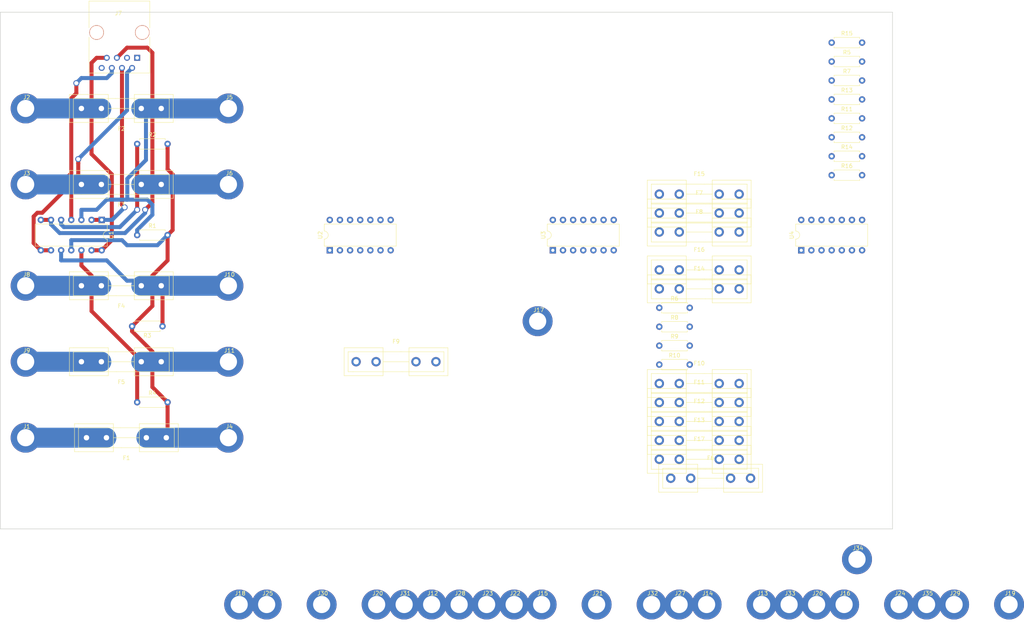
<source format=kicad_pcb>
(kicad_pcb (version 4) (host pcbnew 4.0.6)

  (general
    (links 144)
    (no_connects 112)
    (area 44.374999 20.244999 268.045001 149.935001)
    (thickness 1.6)
    (drawings 4)
    (tracks 140)
    (zones 0)
    (modules 72)
    (nets 55)
  )

  (page A4)
  (layers
    (0 F.Cu signal)
    (31 B.Cu signal)
    (32 B.Adhes user)
    (33 F.Adhes user)
    (34 B.Paste user)
    (35 F.Paste user)
    (36 B.SilkS user)
    (37 F.SilkS user)
    (38 B.Mask user)
    (39 F.Mask user)
    (40 Dwgs.User user)
    (41 Cmts.User user)
    (42 Eco1.User user)
    (43 Eco2.User user)
    (44 Edge.Cuts user)
    (45 Margin user)
    (46 B.CrtYd user)
    (47 F.CrtYd user)
    (48 B.Fab user)
    (49 F.Fab user)
  )

  (setup
    (last_trace_width 1)
    (trace_clearance 0.5)
    (zone_clearance 0.508)
    (zone_45_only no)
    (trace_min 0.2)
    (segment_width 0.2)
    (edge_width 0.15)
    (via_size 1.5)
    (via_drill 1)
    (via_min_size 0.4)
    (via_min_drill 0.3)
    (uvia_size 1)
    (uvia_drill 0.5)
    (uvias_allowed no)
    (uvia_min_size 0.2)
    (uvia_min_drill 0.1)
    (pcb_text_width 0.3)
    (pcb_text_size 1.5 1.5)
    (mod_edge_width 0.15)
    (mod_text_size 1 1)
    (mod_text_width 0.15)
    (pad_size 1.524 1.524)
    (pad_drill 0.762)
    (pad_to_mask_clearance 0.2)
    (aux_axis_origin 0 0)
    (visible_elements 7FFFFFFF)
    (pcbplotparams
      (layerselection 0x00030_80000001)
      (usegerberextensions false)
      (excludeedgelayer true)
      (linewidth 0.100000)
      (plotframeref false)
      (viasonmask false)
      (mode 1)
      (useauxorigin false)
      (hpglpennumber 1)
      (hpglpenspeed 20)
      (hpglpendiameter 15)
      (hpglpenoverlay 2)
      (psnegative false)
      (psa4output false)
      (plotreference true)
      (plotvalue true)
      (plotinvisibletext false)
      (padsonsilk false)
      (subtractmaskfromsilk false)
      (outputformat 1)
      (mirror false)
      (drillshape 1)
      (scaleselection 1)
      (outputdirectory ""))
  )

  (net 0 "")
  (net 1 GND)
  (net 2 "Net-(F2-Pad2)")
  (net 3 "Net-(F2-Pad1)")
  (net 4 "Net-(F3-Pad2)")
  (net 5 "Net-(F3-Pad1)")
  (net 6 "Net-(F4-Pad2)")
  (net 7 "Net-(F4-Pad1)")
  (net 8 "Net-(F5-Pad2)")
  (net 9 "Net-(F5-Pad1)")
  (net 10 CUR_1)
  (net 11 CUR_3)
  (net 12 ARD_5V)
  (net 13 CUR_2)
  (net 14 CUR_4)
  (net 15 "Net-(F1-Pad2)")
  (net 16 ARD_GND)
  (net 17 ARD_REF)
  (net 18 "Net-(J7-Pad8)")
  (net 19 "Net-(F6-Pad2)")
  (net 20 "Net-(F6-Pad1)")
  (net 21 "Net-(F7-Pad2)")
  (net 22 "Net-(F7-Pad1)")
  (net 23 "Net-(F8-Pad2)")
  (net 24 "Net-(F8-Pad1)")
  (net 25 "Net-(F9-Pad2)")
  (net 26 "Net-(F9-Pad1)")
  (net 27 "Net-(F10-Pad2)")
  (net 28 "Net-(F10-Pad1)")
  (net 29 "Net-(F11-Pad2)")
  (net 30 "Net-(F11-Pad1)")
  (net 31 "Net-(F12-Pad2)")
  (net 32 "Net-(F12-Pad1)")
  (net 33 "Net-(F13-Pad2)")
  (net 34 "Net-(F13-Pad1)")
  (net 35 "Net-(F14-Pad2)")
  (net 36 "Net-(F14-Pad1)")
  (net 37 "Net-(F15-Pad2)")
  (net 38 "Net-(F15-Pad1)")
  (net 39 "Net-(F16-Pad2)")
  (net 40 "Net-(F16-Pad1)")
  (net 41 "Net-(F17-Pad2)")
  (net 42 "Net-(F17-Pad1)")
  (net 43 CUR_9)
  (net 44 CUR_11)
  (net 45 CUR_10)
  (net 46 CUR_12)
  (net 47 CUR_5)
  (net 48 CUR_13)
  (net 49 CUR_6)
  (net 50 CUR_14)
  (net 51 CUR_7)
  (net 52 CUR_15)
  (net 53 CUR_8)
  (net 54 CUR_16)

  (net_class Default "This is the default net class."
    (clearance 0.5)
    (trace_width 1)
    (via_dia 1.5)
    (via_drill 1)
    (uvia_dia 1)
    (uvia_drill 0.5)
    (add_net ARD_5V)
    (add_net ARD_GND)
    (add_net ARD_REF)
    (add_net CUR_1)
    (add_net CUR_10)
    (add_net CUR_11)
    (add_net CUR_12)
    (add_net CUR_13)
    (add_net CUR_14)
    (add_net CUR_15)
    (add_net CUR_16)
    (add_net CUR_2)
    (add_net CUR_3)
    (add_net CUR_4)
    (add_net CUR_5)
    (add_net CUR_6)
    (add_net CUR_7)
    (add_net CUR_8)
    (add_net CUR_9)
    (add_net GND)
    (add_net "Net-(F1-Pad2)")
    (add_net "Net-(F10-Pad1)")
    (add_net "Net-(F10-Pad2)")
    (add_net "Net-(F11-Pad1)")
    (add_net "Net-(F11-Pad2)")
    (add_net "Net-(F12-Pad1)")
    (add_net "Net-(F12-Pad2)")
    (add_net "Net-(F13-Pad1)")
    (add_net "Net-(F13-Pad2)")
    (add_net "Net-(F14-Pad1)")
    (add_net "Net-(F14-Pad2)")
    (add_net "Net-(F15-Pad1)")
    (add_net "Net-(F15-Pad2)")
    (add_net "Net-(F16-Pad1)")
    (add_net "Net-(F16-Pad2)")
    (add_net "Net-(F17-Pad1)")
    (add_net "Net-(F17-Pad2)")
    (add_net "Net-(F2-Pad1)")
    (add_net "Net-(F2-Pad2)")
    (add_net "Net-(F3-Pad1)")
    (add_net "Net-(F3-Pad2)")
    (add_net "Net-(F4-Pad1)")
    (add_net "Net-(F4-Pad2)")
    (add_net "Net-(F5-Pad1)")
    (add_net "Net-(F5-Pad2)")
    (add_net "Net-(F6-Pad1)")
    (add_net "Net-(F6-Pad2)")
    (add_net "Net-(F7-Pad1)")
    (add_net "Net-(F7-Pad2)")
    (add_net "Net-(F8-Pad1)")
    (add_net "Net-(F8-Pad2)")
    (add_net "Net-(F9-Pad1)")
    (add_net "Net-(F9-Pad2)")
    (add_net "Net-(J7-Pad8)")
  )

  (net_class Power ""
    (clearance 0.5)
    (trace_width 5)
    (via_dia 1.5)
    (via_drill 1)
    (uvia_dia 1)
    (uvia_drill 0.5)
  )

  (module Housings_DIP:DIP-14_W7.62mm (layer F.Cu) (tedit 58CC8E2C) (tstamp 59A80BC8)
    (at 69.85 72.39 270)
    (descr "14-lead dip package, row spacing 7.62 mm (300 mils)")
    (tags "DIL DIP PDIP 2.54mm 7.62mm 300mil")
    (path /59A802DA)
    (fp_text reference U1 (at 3.81 -2.39 270) (layer F.SilkS)
      (effects (font (size 1 1) (thickness 0.15)))
    )
    (fp_text value MCP604 (at 3.81 17.63 270) (layer F.Fab)
      (effects (font (size 1 1) (thickness 0.15)))
    )
    (fp_text user %R (at 3.81 7.62 270) (layer F.Fab)
      (effects (font (size 1 1) (thickness 0.15)))
    )
    (fp_line (start 1.635 -1.27) (end 6.985 -1.27) (layer F.Fab) (width 0.1))
    (fp_line (start 6.985 -1.27) (end 6.985 16.51) (layer F.Fab) (width 0.1))
    (fp_line (start 6.985 16.51) (end 0.635 16.51) (layer F.Fab) (width 0.1))
    (fp_line (start 0.635 16.51) (end 0.635 -0.27) (layer F.Fab) (width 0.1))
    (fp_line (start 0.635 -0.27) (end 1.635 -1.27) (layer F.Fab) (width 0.1))
    (fp_line (start 2.81 -1.39) (end 1.04 -1.39) (layer F.SilkS) (width 0.12))
    (fp_line (start 1.04 -1.39) (end 1.04 16.63) (layer F.SilkS) (width 0.12))
    (fp_line (start 1.04 16.63) (end 6.58 16.63) (layer F.SilkS) (width 0.12))
    (fp_line (start 6.58 16.63) (end 6.58 -1.39) (layer F.SilkS) (width 0.12))
    (fp_line (start 6.58 -1.39) (end 4.81 -1.39) (layer F.SilkS) (width 0.12))
    (fp_line (start -1.1 -1.6) (end -1.1 16.8) (layer F.CrtYd) (width 0.05))
    (fp_line (start -1.1 16.8) (end 8.7 16.8) (layer F.CrtYd) (width 0.05))
    (fp_line (start 8.7 16.8) (end 8.7 -1.6) (layer F.CrtYd) (width 0.05))
    (fp_line (start 8.7 -1.6) (end -1.1 -1.6) (layer F.CrtYd) (width 0.05))
    (fp_arc (start 3.81 -1.39) (end 2.81 -1.39) (angle -180) (layer F.SilkS) (width 0.12))
    (pad 1 thru_hole rect (at 0 0 270) (size 1.6 1.6) (drill 0.8) (layers *.Cu *.Mask)
      (net 10 CUR_1))
    (pad 8 thru_hole oval (at 7.62 15.24 270) (size 1.6 1.6) (drill 0.8) (layers *.Cu *.Mask)
      (net 11 CUR_3))
    (pad 2 thru_hole oval (at 0 2.54 270) (size 1.6 1.6) (drill 0.8) (layers *.Cu *.Mask)
      (net 10 CUR_1))
    (pad 9 thru_hole oval (at 7.62 12.7 270) (size 1.6 1.6) (drill 0.8) (layers *.Cu *.Mask)
      (net 11 CUR_3))
    (pad 3 thru_hole oval (at 0 5.08 270) (size 1.6 1.6) (drill 0.8) (layers *.Cu *.Mask)
      (net 3 "Net-(F2-Pad1)"))
    (pad 10 thru_hole oval (at 7.62 10.16 270) (size 1.6 1.6) (drill 0.8) (layers *.Cu *.Mask)
      (net 7 "Net-(F4-Pad1)"))
    (pad 4 thru_hole oval (at 0 7.62 270) (size 1.6 1.6) (drill 0.8) (layers *.Cu *.Mask)
      (net 12 ARD_5V))
    (pad 11 thru_hole oval (at 7.62 7.62 270) (size 1.6 1.6) (drill 0.8) (layers *.Cu *.Mask)
      (net 1 GND))
    (pad 5 thru_hole oval (at 0 10.16 270) (size 1.6 1.6) (drill 0.8) (layers *.Cu *.Mask)
      (net 5 "Net-(F3-Pad1)"))
    (pad 12 thru_hole oval (at 7.62 5.08 270) (size 1.6 1.6) (drill 0.8) (layers *.Cu *.Mask)
      (net 9 "Net-(F5-Pad1)"))
    (pad 6 thru_hole oval (at 0 12.7 270) (size 1.6 1.6) (drill 0.8) (layers *.Cu *.Mask)
      (net 13 CUR_2))
    (pad 13 thru_hole oval (at 7.62 2.54 270) (size 1.6 1.6) (drill 0.8) (layers *.Cu *.Mask)
      (net 14 CUR_4))
    (pad 7 thru_hole oval (at 0 15.24 270) (size 1.6 1.6) (drill 0.8) (layers *.Cu *.Mask)
      (net 13 CUR_2))
    (pad 14 thru_hole oval (at 7.62 0 270) (size 1.6 1.6) (drill 0.8) (layers *.Cu *.Mask)
      (net 14 CUR_4))
    (model ${KISYS3DMOD}/Housings_DIP.3dshapes/DIP-14_W7.62mm.wrl
      (at (xyz 0 0 0))
      (scale (xyz 1 1 1))
      (rotate (xyz 0 0 0))
    )
  )

  (module Fuse_Holders_and_Fuses:Fuseholder5x20_horiz_open_inline_Type-I (layer F.Cu) (tedit 5880C3AD) (tstamp 59A7F67A)
    (at 86.04 127 180)
    (descr "Fuseholder, 5x20, open, horizontal, Type-I, Inline,")
    (tags "Fuseholder 5x20 open horizontal Type-I Inline Sicherungshalter offen ")
    (path /59A8067F)
    (fp_text reference F1 (at 10 -5.08 180) (layer F.SilkS)
      (effects (font (size 1 1) (thickness 0.15)))
    )
    (fp_text value Fuse (at 11.27 5.08 180) (layer F.Fab)
      (effects (font (size 1 1) (thickness 0.15)))
    )
    (fp_line (start 5 0) (end 15 0) (layer F.Fab) (width 0.1))
    (fp_line (start -2 -2.5) (end 22 -2.5) (layer F.Fab) (width 0.1))
    (fp_line (start 22 -2.5) (end 22 2.5) (layer F.Fab) (width 0.1))
    (fp_line (start 22 2.5) (end -2 2.5) (layer F.Fab) (width 0.1))
    (fp_line (start -2 2.5) (end -2 -2.5) (layer F.Fab) (width 0.1))
    (fp_line (start 13.35 -3.4) (end 13.35 3.4) (layer F.Fab) (width 0.1))
    (fp_line (start 13.35 3.4) (end 22.9 3.4) (layer F.Fab) (width 0.1))
    (fp_line (start 22.9 3.4) (end 22.9 -3.4) (layer F.Fab) (width 0.1))
    (fp_line (start 22.9 -3.4) (end 13.35 -3.4) (layer F.Fab) (width 0.1))
    (fp_line (start -2.95 -3.4) (end 6.65 -3.4) (layer F.Fab) (width 0.1))
    (fp_line (start 6.65 -3.4) (end 6.65 3.4) (layer F.Fab) (width 0.1))
    (fp_line (start 6.65 3.4) (end -2.9 3.4) (layer F.Fab) (width 0.1))
    (fp_line (start -2.9 3.4) (end -2.9 -3.4) (layer F.Fab) (width 0.1))
    (fp_line (start 13.25 0) (end 6.75 0) (layer F.SilkS) (width 0.12))
    (fp_line (start 13.25 -3.5) (end 13.25 3.5) (layer F.SilkS) (width 0.12))
    (fp_line (start 22 3.5) (end 13.25 3.5) (layer F.SilkS) (width 0.12))
    (fp_line (start 22 -3.5) (end 13.25 -3.5) (layer F.SilkS) (width 0.12))
    (fp_line (start -0.75 2.5) (end -2 2.5) (layer F.SilkS) (width 0.12))
    (fp_line (start -0.5 -2.5) (end -2 -2.5) (layer F.SilkS) (width 0.12))
    (fp_line (start 11.5 2.5) (end -0.75 2.5) (layer F.SilkS) (width 0.12))
    (fp_line (start 11.25 -2.5) (end -0.5 -2.5) (layer F.SilkS) (width 0.12))
    (fp_line (start 22 2.5) (end 11.5 2.5) (layer F.SilkS) (width 0.12))
    (fp_line (start 22 -2.5) (end 11.25 -2.5) (layer F.SilkS) (width 0.12))
    (fp_line (start 22 -2.5) (end 22 2.5) (layer F.SilkS) (width 0.12))
    (fp_line (start 23 -3.5) (end 22 -3.5) (layer F.SilkS) (width 0.12))
    (fp_line (start 23 -3.5) (end 23 3.5) (layer F.SilkS) (width 0.12))
    (fp_line (start 23 3.5) (end 22 3.5) (layer F.SilkS) (width 0.12))
    (fp_line (start -2 -2.5) (end -2 2.5) (layer F.SilkS) (width 0.12))
    (fp_line (start 6.75 -3.5) (end -3 -3.5) (layer F.SilkS) (width 0.12))
    (fp_line (start -3 -3.5) (end -3 3.5) (layer F.SilkS) (width 0.12))
    (fp_line (start 6.75 3.5) (end -3 3.5) (layer F.SilkS) (width 0.12))
    (fp_line (start 6.75 -3.5) (end 6.75 3.5) (layer F.SilkS) (width 0.12))
    (fp_line (start -3.2 -3.65) (end 23.15 -3.65) (layer F.CrtYd) (width 0.05))
    (fp_line (start -3.2 -3.65) (end -3.2 3.65) (layer F.CrtYd) (width 0.05))
    (fp_line (start 23.15 3.65) (end 23.15 -3.65) (layer F.CrtYd) (width 0.05))
    (fp_line (start 23.15 3.65) (end -3.2 3.65) (layer F.CrtYd) (width 0.05))
    (pad 2 thru_hole circle (at 15 0 180) (size 2.35 2.35) (drill 1.35) (layers *.Cu *.Mask)
      (net 15 "Net-(F1-Pad2)"))
    (pad 2 thru_hole circle (at 20 0 180) (size 2.35 2.35) (drill 1.35) (layers *.Cu *.Mask)
      (net 15 "Net-(F1-Pad2)"))
    (pad 1 thru_hole circle (at 5 0 180) (size 2.35 2.35) (drill 1.35) (layers *.Cu *.Mask)
      (net 1 GND))
    (pad 1 thru_hole circle (at 0 0 180) (size 2.35 2.35) (drill 1.35) (layers *.Cu *.Mask)
      (net 1 GND))
  )

  (module Fuse_Holders_and_Fuses:Fuseholder5x20_horiz_open_inline_Type-I (layer F.Cu) (tedit 5880C3AD) (tstamp 59A80AFA)
    (at 84.77 44.45 180)
    (descr "Fuseholder, 5x20, open, horizontal, Type-I, Inline,")
    (tags "Fuseholder 5x20 open horizontal Type-I Inline Sicherungshalter offen ")
    (path /59A7F37B)
    (fp_text reference F2 (at 10 -5.08 180) (layer F.SilkS)
      (effects (font (size 1 1) (thickness 0.15)))
    )
    (fp_text value Fuse (at 11.27 5.08 180) (layer F.Fab)
      (effects (font (size 1 1) (thickness 0.15)))
    )
    (fp_line (start 5 0) (end 15 0) (layer F.Fab) (width 0.1))
    (fp_line (start -2 -2.5) (end 22 -2.5) (layer F.Fab) (width 0.1))
    (fp_line (start 22 -2.5) (end 22 2.5) (layer F.Fab) (width 0.1))
    (fp_line (start 22 2.5) (end -2 2.5) (layer F.Fab) (width 0.1))
    (fp_line (start -2 2.5) (end -2 -2.5) (layer F.Fab) (width 0.1))
    (fp_line (start 13.35 -3.4) (end 13.35 3.4) (layer F.Fab) (width 0.1))
    (fp_line (start 13.35 3.4) (end 22.9 3.4) (layer F.Fab) (width 0.1))
    (fp_line (start 22.9 3.4) (end 22.9 -3.4) (layer F.Fab) (width 0.1))
    (fp_line (start 22.9 -3.4) (end 13.35 -3.4) (layer F.Fab) (width 0.1))
    (fp_line (start -2.95 -3.4) (end 6.65 -3.4) (layer F.Fab) (width 0.1))
    (fp_line (start 6.65 -3.4) (end 6.65 3.4) (layer F.Fab) (width 0.1))
    (fp_line (start 6.65 3.4) (end -2.9 3.4) (layer F.Fab) (width 0.1))
    (fp_line (start -2.9 3.4) (end -2.9 -3.4) (layer F.Fab) (width 0.1))
    (fp_line (start 13.25 0) (end 6.75 0) (layer F.SilkS) (width 0.12))
    (fp_line (start 13.25 -3.5) (end 13.25 3.5) (layer F.SilkS) (width 0.12))
    (fp_line (start 22 3.5) (end 13.25 3.5) (layer F.SilkS) (width 0.12))
    (fp_line (start 22 -3.5) (end 13.25 -3.5) (layer F.SilkS) (width 0.12))
    (fp_line (start -0.75 2.5) (end -2 2.5) (layer F.SilkS) (width 0.12))
    (fp_line (start -0.5 -2.5) (end -2 -2.5) (layer F.SilkS) (width 0.12))
    (fp_line (start 11.5 2.5) (end -0.75 2.5) (layer F.SilkS) (width 0.12))
    (fp_line (start 11.25 -2.5) (end -0.5 -2.5) (layer F.SilkS) (width 0.12))
    (fp_line (start 22 2.5) (end 11.5 2.5) (layer F.SilkS) (width 0.12))
    (fp_line (start 22 -2.5) (end 11.25 -2.5) (layer F.SilkS) (width 0.12))
    (fp_line (start 22 -2.5) (end 22 2.5) (layer F.SilkS) (width 0.12))
    (fp_line (start 23 -3.5) (end 22 -3.5) (layer F.SilkS) (width 0.12))
    (fp_line (start 23 -3.5) (end 23 3.5) (layer F.SilkS) (width 0.12))
    (fp_line (start 23 3.5) (end 22 3.5) (layer F.SilkS) (width 0.12))
    (fp_line (start -2 -2.5) (end -2 2.5) (layer F.SilkS) (width 0.12))
    (fp_line (start 6.75 -3.5) (end -3 -3.5) (layer F.SilkS) (width 0.12))
    (fp_line (start -3 -3.5) (end -3 3.5) (layer F.SilkS) (width 0.12))
    (fp_line (start 6.75 3.5) (end -3 3.5) (layer F.SilkS) (width 0.12))
    (fp_line (start 6.75 -3.5) (end 6.75 3.5) (layer F.SilkS) (width 0.12))
    (fp_line (start -3.2 -3.65) (end 23.15 -3.65) (layer F.CrtYd) (width 0.05))
    (fp_line (start -3.2 -3.65) (end -3.2 3.65) (layer F.CrtYd) (width 0.05))
    (fp_line (start 23.15 3.65) (end 23.15 -3.65) (layer F.CrtYd) (width 0.05))
    (fp_line (start 23.15 3.65) (end -3.2 3.65) (layer F.CrtYd) (width 0.05))
    (pad 2 thru_hole circle (at 15 0 180) (size 2.35 2.35) (drill 1.35) (layers *.Cu *.Mask)
      (net 2 "Net-(F2-Pad2)"))
    (pad 2 thru_hole circle (at 20 0 180) (size 2.35 2.35) (drill 1.35) (layers *.Cu *.Mask)
      (net 2 "Net-(F2-Pad2)"))
    (pad 1 thru_hole circle (at 5 0 180) (size 2.35 2.35) (drill 1.35) (layers *.Cu *.Mask)
      (net 3 "Net-(F2-Pad1)"))
    (pad 1 thru_hole circle (at 0 0 180) (size 2.35 2.35) (drill 1.35) (layers *.Cu *.Mask)
      (net 3 "Net-(F2-Pad1)"))
  )

  (module Fuse_Holders_and_Fuses:Fuseholder5x20_horiz_open_inline_Type-I (layer F.Cu) (tedit 5880C3AD) (tstamp 59A80B26)
    (at 84.77 63.5 180)
    (descr "Fuseholder, 5x20, open, horizontal, Type-I, Inline,")
    (tags "Fuseholder 5x20 open horizontal Type-I Inline Sicherungshalter offen ")
    (path /59A81937)
    (fp_text reference F3 (at 10 -5.08 180) (layer F.SilkS)
      (effects (font (size 1 1) (thickness 0.15)))
    )
    (fp_text value Fuse (at 11.27 5.08 180) (layer F.Fab)
      (effects (font (size 1 1) (thickness 0.15)))
    )
    (fp_line (start 5 0) (end 15 0) (layer F.Fab) (width 0.1))
    (fp_line (start -2 -2.5) (end 22 -2.5) (layer F.Fab) (width 0.1))
    (fp_line (start 22 -2.5) (end 22 2.5) (layer F.Fab) (width 0.1))
    (fp_line (start 22 2.5) (end -2 2.5) (layer F.Fab) (width 0.1))
    (fp_line (start -2 2.5) (end -2 -2.5) (layer F.Fab) (width 0.1))
    (fp_line (start 13.35 -3.4) (end 13.35 3.4) (layer F.Fab) (width 0.1))
    (fp_line (start 13.35 3.4) (end 22.9 3.4) (layer F.Fab) (width 0.1))
    (fp_line (start 22.9 3.4) (end 22.9 -3.4) (layer F.Fab) (width 0.1))
    (fp_line (start 22.9 -3.4) (end 13.35 -3.4) (layer F.Fab) (width 0.1))
    (fp_line (start -2.95 -3.4) (end 6.65 -3.4) (layer F.Fab) (width 0.1))
    (fp_line (start 6.65 -3.4) (end 6.65 3.4) (layer F.Fab) (width 0.1))
    (fp_line (start 6.65 3.4) (end -2.9 3.4) (layer F.Fab) (width 0.1))
    (fp_line (start -2.9 3.4) (end -2.9 -3.4) (layer F.Fab) (width 0.1))
    (fp_line (start 13.25 0) (end 6.75 0) (layer F.SilkS) (width 0.12))
    (fp_line (start 13.25 -3.5) (end 13.25 3.5) (layer F.SilkS) (width 0.12))
    (fp_line (start 22 3.5) (end 13.25 3.5) (layer F.SilkS) (width 0.12))
    (fp_line (start 22 -3.5) (end 13.25 -3.5) (layer F.SilkS) (width 0.12))
    (fp_line (start -0.75 2.5) (end -2 2.5) (layer F.SilkS) (width 0.12))
    (fp_line (start -0.5 -2.5) (end -2 -2.5) (layer F.SilkS) (width 0.12))
    (fp_line (start 11.5 2.5) (end -0.75 2.5) (layer F.SilkS) (width 0.12))
    (fp_line (start 11.25 -2.5) (end -0.5 -2.5) (layer F.SilkS) (width 0.12))
    (fp_line (start 22 2.5) (end 11.5 2.5) (layer F.SilkS) (width 0.12))
    (fp_line (start 22 -2.5) (end 11.25 -2.5) (layer F.SilkS) (width 0.12))
    (fp_line (start 22 -2.5) (end 22 2.5) (layer F.SilkS) (width 0.12))
    (fp_line (start 23 -3.5) (end 22 -3.5) (layer F.SilkS) (width 0.12))
    (fp_line (start 23 -3.5) (end 23 3.5) (layer F.SilkS) (width 0.12))
    (fp_line (start 23 3.5) (end 22 3.5) (layer F.SilkS) (width 0.12))
    (fp_line (start -2 -2.5) (end -2 2.5) (layer F.SilkS) (width 0.12))
    (fp_line (start 6.75 -3.5) (end -3 -3.5) (layer F.SilkS) (width 0.12))
    (fp_line (start -3 -3.5) (end -3 3.5) (layer F.SilkS) (width 0.12))
    (fp_line (start 6.75 3.5) (end -3 3.5) (layer F.SilkS) (width 0.12))
    (fp_line (start 6.75 -3.5) (end 6.75 3.5) (layer F.SilkS) (width 0.12))
    (fp_line (start -3.2 -3.65) (end 23.15 -3.65) (layer F.CrtYd) (width 0.05))
    (fp_line (start -3.2 -3.65) (end -3.2 3.65) (layer F.CrtYd) (width 0.05))
    (fp_line (start 23.15 3.65) (end 23.15 -3.65) (layer F.CrtYd) (width 0.05))
    (fp_line (start 23.15 3.65) (end -3.2 3.65) (layer F.CrtYd) (width 0.05))
    (pad 2 thru_hole circle (at 15 0 180) (size 2.35 2.35) (drill 1.35) (layers *.Cu *.Mask)
      (net 4 "Net-(F3-Pad2)"))
    (pad 2 thru_hole circle (at 20 0 180) (size 2.35 2.35) (drill 1.35) (layers *.Cu *.Mask)
      (net 4 "Net-(F3-Pad2)"))
    (pad 1 thru_hole circle (at 5 0 180) (size 2.35 2.35) (drill 1.35) (layers *.Cu *.Mask)
      (net 5 "Net-(F3-Pad1)"))
    (pad 1 thru_hole circle (at 0 0 180) (size 2.35 2.35) (drill 1.35) (layers *.Cu *.Mask)
      (net 5 "Net-(F3-Pad1)"))
  )

  (module Fuse_Holders_and_Fuses:Fuseholder5x20_horiz_open_inline_Type-I (layer F.Cu) (tedit 5880C3AD) (tstamp 59A80B52)
    (at 84.77 88.9 180)
    (descr "Fuseholder, 5x20, open, horizontal, Type-I, Inline,")
    (tags "Fuseholder 5x20 open horizontal Type-I Inline Sicherungshalter offen ")
    (path /59A81E2A)
    (fp_text reference F4 (at 10 -5.08 180) (layer F.SilkS)
      (effects (font (size 1 1) (thickness 0.15)))
    )
    (fp_text value Fuse (at 11.27 5.08 180) (layer F.Fab)
      (effects (font (size 1 1) (thickness 0.15)))
    )
    (fp_line (start 5 0) (end 15 0) (layer F.Fab) (width 0.1))
    (fp_line (start -2 -2.5) (end 22 -2.5) (layer F.Fab) (width 0.1))
    (fp_line (start 22 -2.5) (end 22 2.5) (layer F.Fab) (width 0.1))
    (fp_line (start 22 2.5) (end -2 2.5) (layer F.Fab) (width 0.1))
    (fp_line (start -2 2.5) (end -2 -2.5) (layer F.Fab) (width 0.1))
    (fp_line (start 13.35 -3.4) (end 13.35 3.4) (layer F.Fab) (width 0.1))
    (fp_line (start 13.35 3.4) (end 22.9 3.4) (layer F.Fab) (width 0.1))
    (fp_line (start 22.9 3.4) (end 22.9 -3.4) (layer F.Fab) (width 0.1))
    (fp_line (start 22.9 -3.4) (end 13.35 -3.4) (layer F.Fab) (width 0.1))
    (fp_line (start -2.95 -3.4) (end 6.65 -3.4) (layer F.Fab) (width 0.1))
    (fp_line (start 6.65 -3.4) (end 6.65 3.4) (layer F.Fab) (width 0.1))
    (fp_line (start 6.65 3.4) (end -2.9 3.4) (layer F.Fab) (width 0.1))
    (fp_line (start -2.9 3.4) (end -2.9 -3.4) (layer F.Fab) (width 0.1))
    (fp_line (start 13.25 0) (end 6.75 0) (layer F.SilkS) (width 0.12))
    (fp_line (start 13.25 -3.5) (end 13.25 3.5) (layer F.SilkS) (width 0.12))
    (fp_line (start 22 3.5) (end 13.25 3.5) (layer F.SilkS) (width 0.12))
    (fp_line (start 22 -3.5) (end 13.25 -3.5) (layer F.SilkS) (width 0.12))
    (fp_line (start -0.75 2.5) (end -2 2.5) (layer F.SilkS) (width 0.12))
    (fp_line (start -0.5 -2.5) (end -2 -2.5) (layer F.SilkS) (width 0.12))
    (fp_line (start 11.5 2.5) (end -0.75 2.5) (layer F.SilkS) (width 0.12))
    (fp_line (start 11.25 -2.5) (end -0.5 -2.5) (layer F.SilkS) (width 0.12))
    (fp_line (start 22 2.5) (end 11.5 2.5) (layer F.SilkS) (width 0.12))
    (fp_line (start 22 -2.5) (end 11.25 -2.5) (layer F.SilkS) (width 0.12))
    (fp_line (start 22 -2.5) (end 22 2.5) (layer F.SilkS) (width 0.12))
    (fp_line (start 23 -3.5) (end 22 -3.5) (layer F.SilkS) (width 0.12))
    (fp_line (start 23 -3.5) (end 23 3.5) (layer F.SilkS) (width 0.12))
    (fp_line (start 23 3.5) (end 22 3.5) (layer F.SilkS) (width 0.12))
    (fp_line (start -2 -2.5) (end -2 2.5) (layer F.SilkS) (width 0.12))
    (fp_line (start 6.75 -3.5) (end -3 -3.5) (layer F.SilkS) (width 0.12))
    (fp_line (start -3 -3.5) (end -3 3.5) (layer F.SilkS) (width 0.12))
    (fp_line (start 6.75 3.5) (end -3 3.5) (layer F.SilkS) (width 0.12))
    (fp_line (start 6.75 -3.5) (end 6.75 3.5) (layer F.SilkS) (width 0.12))
    (fp_line (start -3.2 -3.65) (end 23.15 -3.65) (layer F.CrtYd) (width 0.05))
    (fp_line (start -3.2 -3.65) (end -3.2 3.65) (layer F.CrtYd) (width 0.05))
    (fp_line (start 23.15 3.65) (end 23.15 -3.65) (layer F.CrtYd) (width 0.05))
    (fp_line (start 23.15 3.65) (end -3.2 3.65) (layer F.CrtYd) (width 0.05))
    (pad 2 thru_hole circle (at 15 0 180) (size 2.35 2.35) (drill 1.35) (layers *.Cu *.Mask)
      (net 6 "Net-(F4-Pad2)"))
    (pad 2 thru_hole circle (at 20 0 180) (size 2.35 2.35) (drill 1.35) (layers *.Cu *.Mask)
      (net 6 "Net-(F4-Pad2)"))
    (pad 1 thru_hole circle (at 5 0 180) (size 2.35 2.35) (drill 1.35) (layers *.Cu *.Mask)
      (net 7 "Net-(F4-Pad1)"))
    (pad 1 thru_hole circle (at 0 0 180) (size 2.35 2.35) (drill 1.35) (layers *.Cu *.Mask)
      (net 7 "Net-(F4-Pad1)"))
  )

  (module Fuse_Holders_and_Fuses:Fuseholder5x20_horiz_open_inline_Type-I (layer F.Cu) (tedit 5880C3AD) (tstamp 59A80B7E)
    (at 84.77 107.95 180)
    (descr "Fuseholder, 5x20, open, horizontal, Type-I, Inline,")
    (tags "Fuseholder 5x20 open horizontal Type-I Inline Sicherungshalter offen ")
    (path /59A82012)
    (fp_text reference F5 (at 10 -5.08 180) (layer F.SilkS)
      (effects (font (size 1 1) (thickness 0.15)))
    )
    (fp_text value Fuse (at 11.27 5.08 180) (layer F.Fab)
      (effects (font (size 1 1) (thickness 0.15)))
    )
    (fp_line (start 5 0) (end 15 0) (layer F.Fab) (width 0.1))
    (fp_line (start -2 -2.5) (end 22 -2.5) (layer F.Fab) (width 0.1))
    (fp_line (start 22 -2.5) (end 22 2.5) (layer F.Fab) (width 0.1))
    (fp_line (start 22 2.5) (end -2 2.5) (layer F.Fab) (width 0.1))
    (fp_line (start -2 2.5) (end -2 -2.5) (layer F.Fab) (width 0.1))
    (fp_line (start 13.35 -3.4) (end 13.35 3.4) (layer F.Fab) (width 0.1))
    (fp_line (start 13.35 3.4) (end 22.9 3.4) (layer F.Fab) (width 0.1))
    (fp_line (start 22.9 3.4) (end 22.9 -3.4) (layer F.Fab) (width 0.1))
    (fp_line (start 22.9 -3.4) (end 13.35 -3.4) (layer F.Fab) (width 0.1))
    (fp_line (start -2.95 -3.4) (end 6.65 -3.4) (layer F.Fab) (width 0.1))
    (fp_line (start 6.65 -3.4) (end 6.65 3.4) (layer F.Fab) (width 0.1))
    (fp_line (start 6.65 3.4) (end -2.9 3.4) (layer F.Fab) (width 0.1))
    (fp_line (start -2.9 3.4) (end -2.9 -3.4) (layer F.Fab) (width 0.1))
    (fp_line (start 13.25 0) (end 6.75 0) (layer F.SilkS) (width 0.12))
    (fp_line (start 13.25 -3.5) (end 13.25 3.5) (layer F.SilkS) (width 0.12))
    (fp_line (start 22 3.5) (end 13.25 3.5) (layer F.SilkS) (width 0.12))
    (fp_line (start 22 -3.5) (end 13.25 -3.5) (layer F.SilkS) (width 0.12))
    (fp_line (start -0.75 2.5) (end -2 2.5) (layer F.SilkS) (width 0.12))
    (fp_line (start -0.5 -2.5) (end -2 -2.5) (layer F.SilkS) (width 0.12))
    (fp_line (start 11.5 2.5) (end -0.75 2.5) (layer F.SilkS) (width 0.12))
    (fp_line (start 11.25 -2.5) (end -0.5 -2.5) (layer F.SilkS) (width 0.12))
    (fp_line (start 22 2.5) (end 11.5 2.5) (layer F.SilkS) (width 0.12))
    (fp_line (start 22 -2.5) (end 11.25 -2.5) (layer F.SilkS) (width 0.12))
    (fp_line (start 22 -2.5) (end 22 2.5) (layer F.SilkS) (width 0.12))
    (fp_line (start 23 -3.5) (end 22 -3.5) (layer F.SilkS) (width 0.12))
    (fp_line (start 23 -3.5) (end 23 3.5) (layer F.SilkS) (width 0.12))
    (fp_line (start 23 3.5) (end 22 3.5) (layer F.SilkS) (width 0.12))
    (fp_line (start -2 -2.5) (end -2 2.5) (layer F.SilkS) (width 0.12))
    (fp_line (start 6.75 -3.5) (end -3 -3.5) (layer F.SilkS) (width 0.12))
    (fp_line (start -3 -3.5) (end -3 3.5) (layer F.SilkS) (width 0.12))
    (fp_line (start 6.75 3.5) (end -3 3.5) (layer F.SilkS) (width 0.12))
    (fp_line (start 6.75 -3.5) (end 6.75 3.5) (layer F.SilkS) (width 0.12))
    (fp_line (start -3.2 -3.65) (end 23.15 -3.65) (layer F.CrtYd) (width 0.05))
    (fp_line (start -3.2 -3.65) (end -3.2 3.65) (layer F.CrtYd) (width 0.05))
    (fp_line (start 23.15 3.65) (end 23.15 -3.65) (layer F.CrtYd) (width 0.05))
    (fp_line (start 23.15 3.65) (end -3.2 3.65) (layer F.CrtYd) (width 0.05))
    (pad 2 thru_hole circle (at 15 0 180) (size 2.35 2.35) (drill 1.35) (layers *.Cu *.Mask)
      (net 8 "Net-(F5-Pad2)"))
    (pad 2 thru_hole circle (at 20 0 180) (size 2.35 2.35) (drill 1.35) (layers *.Cu *.Mask)
      (net 8 "Net-(F5-Pad2)"))
    (pad 1 thru_hole circle (at 5 0 180) (size 2.35 2.35) (drill 1.35) (layers *.Cu *.Mask)
      (net 9 "Net-(F5-Pad1)"))
    (pad 1 thru_hole circle (at 0 0 180) (size 2.35 2.35) (drill 1.35) (layers *.Cu *.Mask)
      (net 9 "Net-(F5-Pad1)"))
  )

  (module Resistors_THT:R_Axial_DIN0207_L6.3mm_D2.5mm_P7.62mm_Horizontal (layer F.Cu) (tedit 5874F706) (tstamp 59A81B88)
    (at 78.74 76.2)
    (descr "Resistor, Axial_DIN0207 series, Axial, Horizontal, pin pitch=7.62mm, 0.25W = 1/4W, length*diameter=6.3*2.5mm^2, http://cdn-reichelt.de/documents/datenblatt/B400/1_4W%23YAG.pdf")
    (tags "Resistor Axial_DIN0207 series Axial Horizontal pin pitch 7.62mm 0.25W = 1/4W length 6.3mm diameter 2.5mm")
    (path /59A80E6E)
    (fp_text reference R1 (at 3.81 -2.31) (layer F.SilkS)
      (effects (font (size 1 1) (thickness 0.15)))
    )
    (fp_text value R (at 3.81 2.31) (layer F.Fab)
      (effects (font (size 1 1) (thickness 0.15)))
    )
    (fp_line (start 0.66 -1.25) (end 0.66 1.25) (layer F.Fab) (width 0.1))
    (fp_line (start 0.66 1.25) (end 6.96 1.25) (layer F.Fab) (width 0.1))
    (fp_line (start 6.96 1.25) (end 6.96 -1.25) (layer F.Fab) (width 0.1))
    (fp_line (start 6.96 -1.25) (end 0.66 -1.25) (layer F.Fab) (width 0.1))
    (fp_line (start 0 0) (end 0.66 0) (layer F.Fab) (width 0.1))
    (fp_line (start 7.62 0) (end 6.96 0) (layer F.Fab) (width 0.1))
    (fp_line (start 0.6 -0.98) (end 0.6 -1.31) (layer F.SilkS) (width 0.12))
    (fp_line (start 0.6 -1.31) (end 7.02 -1.31) (layer F.SilkS) (width 0.12))
    (fp_line (start 7.02 -1.31) (end 7.02 -0.98) (layer F.SilkS) (width 0.12))
    (fp_line (start 0.6 0.98) (end 0.6 1.31) (layer F.SilkS) (width 0.12))
    (fp_line (start 0.6 1.31) (end 7.02 1.31) (layer F.SilkS) (width 0.12))
    (fp_line (start 7.02 1.31) (end 7.02 0.98) (layer F.SilkS) (width 0.12))
    (fp_line (start -1.05 -1.6) (end -1.05 1.6) (layer F.CrtYd) (width 0.05))
    (fp_line (start -1.05 1.6) (end 8.7 1.6) (layer F.CrtYd) (width 0.05))
    (fp_line (start 8.7 1.6) (end 8.7 -1.6) (layer F.CrtYd) (width 0.05))
    (fp_line (start 8.7 -1.6) (end -1.05 -1.6) (layer F.CrtYd) (width 0.05))
    (pad 1 thru_hole circle (at 0 0) (size 1.6 1.6) (drill 0.8) (layers *.Cu *.Mask)
      (net 3 "Net-(F2-Pad1)"))
    (pad 2 thru_hole oval (at 7.62 0) (size 1.6 1.6) (drill 0.8) (layers *.Cu *.Mask)
      (net 1 GND))
    (model ${KISYS3DMOD}/Resistors_THT.3dshapes/R_Axial_DIN0207_L6.3mm_D2.5mm_P7.62mm_Horizontal.wrl
      (at (xyz 0 0 0))
      (scale (xyz 0.393701 0.393701 0.393701))
      (rotate (xyz 0 0 0))
    )
  )

  (module Resistors_THT:R_Axial_DIN0207_L6.3mm_D2.5mm_P7.62mm_Horizontal (layer F.Cu) (tedit 5874F706) (tstamp 59A81B8E)
    (at 78.74 53.34)
    (descr "Resistor, Axial_DIN0207 series, Axial, Horizontal, pin pitch=7.62mm, 0.25W = 1/4W, length*diameter=6.3*2.5mm^2, http://cdn-reichelt.de/documents/datenblatt/B400/1_4W%23YAG.pdf")
    (tags "Resistor Axial_DIN0207 series Axial Horizontal pin pitch 7.62mm 0.25W = 1/4W length 6.3mm diameter 2.5mm")
    (path /59A81956)
    (fp_text reference R2 (at 3.81 -2.31) (layer F.SilkS)
      (effects (font (size 1 1) (thickness 0.15)))
    )
    (fp_text value R (at 3.81 2.31) (layer F.Fab)
      (effects (font (size 1 1) (thickness 0.15)))
    )
    (fp_line (start 0.66 -1.25) (end 0.66 1.25) (layer F.Fab) (width 0.1))
    (fp_line (start 0.66 1.25) (end 6.96 1.25) (layer F.Fab) (width 0.1))
    (fp_line (start 6.96 1.25) (end 6.96 -1.25) (layer F.Fab) (width 0.1))
    (fp_line (start 6.96 -1.25) (end 0.66 -1.25) (layer F.Fab) (width 0.1))
    (fp_line (start 0 0) (end 0.66 0) (layer F.Fab) (width 0.1))
    (fp_line (start 7.62 0) (end 6.96 0) (layer F.Fab) (width 0.1))
    (fp_line (start 0.6 -0.98) (end 0.6 -1.31) (layer F.SilkS) (width 0.12))
    (fp_line (start 0.6 -1.31) (end 7.02 -1.31) (layer F.SilkS) (width 0.12))
    (fp_line (start 7.02 -1.31) (end 7.02 -0.98) (layer F.SilkS) (width 0.12))
    (fp_line (start 0.6 0.98) (end 0.6 1.31) (layer F.SilkS) (width 0.12))
    (fp_line (start 0.6 1.31) (end 7.02 1.31) (layer F.SilkS) (width 0.12))
    (fp_line (start 7.02 1.31) (end 7.02 0.98) (layer F.SilkS) (width 0.12))
    (fp_line (start -1.05 -1.6) (end -1.05 1.6) (layer F.CrtYd) (width 0.05))
    (fp_line (start -1.05 1.6) (end 8.7 1.6) (layer F.CrtYd) (width 0.05))
    (fp_line (start 8.7 1.6) (end 8.7 -1.6) (layer F.CrtYd) (width 0.05))
    (fp_line (start 8.7 -1.6) (end -1.05 -1.6) (layer F.CrtYd) (width 0.05))
    (pad 1 thru_hole circle (at 0 0) (size 1.6 1.6) (drill 0.8) (layers *.Cu *.Mask)
      (net 5 "Net-(F3-Pad1)"))
    (pad 2 thru_hole oval (at 7.62 0) (size 1.6 1.6) (drill 0.8) (layers *.Cu *.Mask)
      (net 1 GND))
    (model ${KISYS3DMOD}/Resistors_THT.3dshapes/R_Axial_DIN0207_L6.3mm_D2.5mm_P7.62mm_Horizontal.wrl
      (at (xyz 0 0 0))
      (scale (xyz 0.393701 0.393701 0.393701))
      (rotate (xyz 0 0 0))
    )
  )

  (module Resistors_THT:R_Axial_DIN0207_L6.3mm_D2.5mm_P7.62mm_Horizontal (layer F.Cu) (tedit 5874F706) (tstamp 59A81B94)
    (at 85.09 99.06 180)
    (descr "Resistor, Axial_DIN0207 series, Axial, Horizontal, pin pitch=7.62mm, 0.25W = 1/4W, length*diameter=6.3*2.5mm^2, http://cdn-reichelt.de/documents/datenblatt/B400/1_4W%23YAG.pdf")
    (tags "Resistor Axial_DIN0207 series Axial Horizontal pin pitch 7.62mm 0.25W = 1/4W length 6.3mm diameter 2.5mm")
    (path /59A81E43)
    (fp_text reference R3 (at 3.81 -2.31 180) (layer F.SilkS)
      (effects (font (size 1 1) (thickness 0.15)))
    )
    (fp_text value R (at 3.81 2.31 180) (layer F.Fab)
      (effects (font (size 1 1) (thickness 0.15)))
    )
    (fp_line (start 0.66 -1.25) (end 0.66 1.25) (layer F.Fab) (width 0.1))
    (fp_line (start 0.66 1.25) (end 6.96 1.25) (layer F.Fab) (width 0.1))
    (fp_line (start 6.96 1.25) (end 6.96 -1.25) (layer F.Fab) (width 0.1))
    (fp_line (start 6.96 -1.25) (end 0.66 -1.25) (layer F.Fab) (width 0.1))
    (fp_line (start 0 0) (end 0.66 0) (layer F.Fab) (width 0.1))
    (fp_line (start 7.62 0) (end 6.96 0) (layer F.Fab) (width 0.1))
    (fp_line (start 0.6 -0.98) (end 0.6 -1.31) (layer F.SilkS) (width 0.12))
    (fp_line (start 0.6 -1.31) (end 7.02 -1.31) (layer F.SilkS) (width 0.12))
    (fp_line (start 7.02 -1.31) (end 7.02 -0.98) (layer F.SilkS) (width 0.12))
    (fp_line (start 0.6 0.98) (end 0.6 1.31) (layer F.SilkS) (width 0.12))
    (fp_line (start 0.6 1.31) (end 7.02 1.31) (layer F.SilkS) (width 0.12))
    (fp_line (start 7.02 1.31) (end 7.02 0.98) (layer F.SilkS) (width 0.12))
    (fp_line (start -1.05 -1.6) (end -1.05 1.6) (layer F.CrtYd) (width 0.05))
    (fp_line (start -1.05 1.6) (end 8.7 1.6) (layer F.CrtYd) (width 0.05))
    (fp_line (start 8.7 1.6) (end 8.7 -1.6) (layer F.CrtYd) (width 0.05))
    (fp_line (start 8.7 -1.6) (end -1.05 -1.6) (layer F.CrtYd) (width 0.05))
    (pad 1 thru_hole circle (at 0 0 180) (size 1.6 1.6) (drill 0.8) (layers *.Cu *.Mask)
      (net 7 "Net-(F4-Pad1)"))
    (pad 2 thru_hole oval (at 7.62 0 180) (size 1.6 1.6) (drill 0.8) (layers *.Cu *.Mask)
      (net 1 GND))
    (model ${KISYS3DMOD}/Resistors_THT.3dshapes/R_Axial_DIN0207_L6.3mm_D2.5mm_P7.62mm_Horizontal.wrl
      (at (xyz 0 0 0))
      (scale (xyz 0.393701 0.393701 0.393701))
      (rotate (xyz 0 0 0))
    )
  )

  (module Resistors_THT:R_Axial_DIN0207_L6.3mm_D2.5mm_P7.62mm_Horizontal (layer F.Cu) (tedit 5874F706) (tstamp 59A81B9A)
    (at 78.74 118.11)
    (descr "Resistor, Axial_DIN0207 series, Axial, Horizontal, pin pitch=7.62mm, 0.25W = 1/4W, length*diameter=6.3*2.5mm^2, http://cdn-reichelt.de/documents/datenblatt/B400/1_4W%23YAG.pdf")
    (tags "Resistor Axial_DIN0207 series Axial Horizontal pin pitch 7.62mm 0.25W = 1/4W length 6.3mm diameter 2.5mm")
    (path /59A8202B)
    (fp_text reference R4 (at 3.81 -2.31) (layer F.SilkS)
      (effects (font (size 1 1) (thickness 0.15)))
    )
    (fp_text value R (at 3.81 2.31) (layer F.Fab)
      (effects (font (size 1 1) (thickness 0.15)))
    )
    (fp_line (start 0.66 -1.25) (end 0.66 1.25) (layer F.Fab) (width 0.1))
    (fp_line (start 0.66 1.25) (end 6.96 1.25) (layer F.Fab) (width 0.1))
    (fp_line (start 6.96 1.25) (end 6.96 -1.25) (layer F.Fab) (width 0.1))
    (fp_line (start 6.96 -1.25) (end 0.66 -1.25) (layer F.Fab) (width 0.1))
    (fp_line (start 0 0) (end 0.66 0) (layer F.Fab) (width 0.1))
    (fp_line (start 7.62 0) (end 6.96 0) (layer F.Fab) (width 0.1))
    (fp_line (start 0.6 -0.98) (end 0.6 -1.31) (layer F.SilkS) (width 0.12))
    (fp_line (start 0.6 -1.31) (end 7.02 -1.31) (layer F.SilkS) (width 0.12))
    (fp_line (start 7.02 -1.31) (end 7.02 -0.98) (layer F.SilkS) (width 0.12))
    (fp_line (start 0.6 0.98) (end 0.6 1.31) (layer F.SilkS) (width 0.12))
    (fp_line (start 0.6 1.31) (end 7.02 1.31) (layer F.SilkS) (width 0.12))
    (fp_line (start 7.02 1.31) (end 7.02 0.98) (layer F.SilkS) (width 0.12))
    (fp_line (start -1.05 -1.6) (end -1.05 1.6) (layer F.CrtYd) (width 0.05))
    (fp_line (start -1.05 1.6) (end 8.7 1.6) (layer F.CrtYd) (width 0.05))
    (fp_line (start 8.7 1.6) (end 8.7 -1.6) (layer F.CrtYd) (width 0.05))
    (fp_line (start 8.7 -1.6) (end -1.05 -1.6) (layer F.CrtYd) (width 0.05))
    (pad 1 thru_hole circle (at 0 0) (size 1.6 1.6) (drill 0.8) (layers *.Cu *.Mask)
      (net 9 "Net-(F5-Pad1)"))
    (pad 2 thru_hole oval (at 7.62 0) (size 1.6 1.6) (drill 0.8) (layers *.Cu *.Mask)
      (net 1 GND))
    (model ${KISYS3DMOD}/Resistors_THT.3dshapes/R_Axial_DIN0207_L6.3mm_D2.5mm_P7.62mm_Horizontal.wrl
      (at (xyz 0 0 0))
      (scale (xyz 0.393701 0.393701 0.393701))
      (rotate (xyz 0 0 0))
    )
  )

  (module PartsLibraries:RJ45 (layer F.Cu) (tedit 59511D7C) (tstamp 59A81DCA)
    (at 78.74 31.75 180)
    (tags RJ45)
    (path /59A7FB58)
    (fp_text reference J7 (at 4.7 11.18 180) (layer F.SilkS)
      (effects (font (size 1 1) (thickness 0.15)))
    )
    (fp_text value RJ45 (at 4.59 6.25 180) (layer F.Fab)
      (effects (font (size 1 1) (thickness 0.15)))
    )
    (fp_line (start -3.17 14.22) (end 12.07 14.22) (layer F.SilkS) (width 0.12))
    (fp_line (start 12.07 -3.81) (end 12.06 5.18) (layer F.SilkS) (width 0.12))
    (fp_line (start 12.07 -3.81) (end -3.17 -3.81) (layer F.SilkS) (width 0.12))
    (fp_line (start -3.17 -3.81) (end -3.17 5.19) (layer F.SilkS) (width 0.12))
    (fp_line (start 12.06 7.52) (end 12.07 14.22) (layer F.SilkS) (width 0.12))
    (fp_line (start -3.17 7.51) (end -3.17 14.22) (layer F.SilkS) (width 0.12))
    (fp_line (start -3.56 -4.06) (end 12.46 -4.06) (layer F.CrtYd) (width 0.05))
    (fp_line (start -3.56 -4.06) (end -3.56 14.47) (layer F.CrtYd) (width 0.05))
    (fp_line (start 12.46 14.47) (end 12.46 -4.06) (layer F.CrtYd) (width 0.05))
    (fp_line (start 12.46 14.47) (end -3.56 14.47) (layer F.CrtYd) (width 0.05))
    (pad "" np_thru_hole circle (at 10.16 6.35 180) (size 3.65 3.65) (drill 3.25) (layers *.Cu *.SilkS *.Mask))
    (pad "" np_thru_hole circle (at -1.27 6.35 180) (size 3.65 3.65) (drill 3.25) (layers *.Cu *.SilkS *.Mask))
    (pad 1 thru_hole rect (at 0 0 180) (size 1.5 1.5) (drill 0.9) (layers *.Cu *.Mask)
      (net 16 ARD_GND))
    (pad 2 thru_hole circle (at 1.27 -2.54 180) (size 1.5 1.5) (drill 0.9) (layers *.Cu *.Mask)
      (net 12 ARD_5V))
    (pad 3 thru_hole circle (at 2.54 0 180) (size 1.5 1.5) (drill 0.9) (layers *.Cu *.Mask)
      (net 17 ARD_REF))
    (pad 4 thru_hole circle (at 3.81 -2.54 180) (size 1.5 1.5) (drill 0.9) (layers *.Cu *.Mask)
      (net 10 CUR_1))
    (pad 5 thru_hole circle (at 5.08 0 180) (size 1.5 1.5) (drill 0.9) (layers *.Cu *.Mask)
      (net 13 CUR_2))
    (pad 6 thru_hole circle (at 6.35 -2.54 180) (size 1.5 1.5) (drill 0.9) (layers *.Cu *.Mask)
      (net 11 CUR_3))
    (pad 7 thru_hole circle (at 7.62 0 180) (size 1.5 1.5) (drill 0.9) (layers *.Cu *.Mask)
      (net 14 CUR_4))
    (pad 8 thru_hole circle (at 8.89 -2.54 180) (size 1.5 1.5) (drill 0.9) (layers *.Cu *.Mask)
      (net 18 "Net-(J7-Pad8)"))
    (model ../../../../../../Development/multilevelinverter/Hardware/3D/RJ45.wrl
      (at (xyz 0.175 -0.667 0.3))
      (scale (xyz 10 10 10))
      (rotate (xyz 270 0 0))
    )
  )

  (module Fuse_Holders_and_Fuses:Fuseholder5x20_horiz_open_inline_Type-I (layer F.Cu) (tedit 5880C3AD) (tstamp 59A8305B)
    (at 212.41 137.159985)
    (descr "Fuseholder, 5x20, open, horizontal, Type-I, Inline,")
    (tags "Fuseholder 5x20 open horizontal Type-I Inline Sicherungshalter offen ")
    (path /59A8AF14)
    (fp_text reference F6 (at 10 -5.08) (layer F.SilkS)
      (effects (font (size 1 1) (thickness 0.15)))
    )
    (fp_text value Fuse (at 11.27 5.08) (layer F.Fab)
      (effects (font (size 1 1) (thickness 0.15)))
    )
    (fp_line (start 5 0) (end 15 0) (layer F.Fab) (width 0.1))
    (fp_line (start -2 -2.5) (end 22 -2.5) (layer F.Fab) (width 0.1))
    (fp_line (start 22 -2.5) (end 22 2.5) (layer F.Fab) (width 0.1))
    (fp_line (start 22 2.5) (end -2 2.5) (layer F.Fab) (width 0.1))
    (fp_line (start -2 2.5) (end -2 -2.5) (layer F.Fab) (width 0.1))
    (fp_line (start 13.35 -3.4) (end 13.35 3.4) (layer F.Fab) (width 0.1))
    (fp_line (start 13.35 3.4) (end 22.9 3.4) (layer F.Fab) (width 0.1))
    (fp_line (start 22.9 3.4) (end 22.9 -3.4) (layer F.Fab) (width 0.1))
    (fp_line (start 22.9 -3.4) (end 13.35 -3.4) (layer F.Fab) (width 0.1))
    (fp_line (start -2.95 -3.4) (end 6.65 -3.4) (layer F.Fab) (width 0.1))
    (fp_line (start 6.65 -3.4) (end 6.65 3.4) (layer F.Fab) (width 0.1))
    (fp_line (start 6.65 3.4) (end -2.9 3.4) (layer F.Fab) (width 0.1))
    (fp_line (start -2.9 3.4) (end -2.9 -3.4) (layer F.Fab) (width 0.1))
    (fp_line (start 13.25 0) (end 6.75 0) (layer F.SilkS) (width 0.12))
    (fp_line (start 13.25 -3.5) (end 13.25 3.5) (layer F.SilkS) (width 0.12))
    (fp_line (start 22 3.5) (end 13.25 3.5) (layer F.SilkS) (width 0.12))
    (fp_line (start 22 -3.5) (end 13.25 -3.5) (layer F.SilkS) (width 0.12))
    (fp_line (start -0.75 2.5) (end -2 2.5) (layer F.SilkS) (width 0.12))
    (fp_line (start -0.5 -2.5) (end -2 -2.5) (layer F.SilkS) (width 0.12))
    (fp_line (start 11.5 2.5) (end -0.75 2.5) (layer F.SilkS) (width 0.12))
    (fp_line (start 11.25 -2.5) (end -0.5 -2.5) (layer F.SilkS) (width 0.12))
    (fp_line (start 22 2.5) (end 11.5 2.5) (layer F.SilkS) (width 0.12))
    (fp_line (start 22 -2.5) (end 11.25 -2.5) (layer F.SilkS) (width 0.12))
    (fp_line (start 22 -2.5) (end 22 2.5) (layer F.SilkS) (width 0.12))
    (fp_line (start 23 -3.5) (end 22 -3.5) (layer F.SilkS) (width 0.12))
    (fp_line (start 23 -3.5) (end 23 3.5) (layer F.SilkS) (width 0.12))
    (fp_line (start 23 3.5) (end 22 3.5) (layer F.SilkS) (width 0.12))
    (fp_line (start -2 -2.5) (end -2 2.5) (layer F.SilkS) (width 0.12))
    (fp_line (start 6.75 -3.5) (end -3 -3.5) (layer F.SilkS) (width 0.12))
    (fp_line (start -3 -3.5) (end -3 3.5) (layer F.SilkS) (width 0.12))
    (fp_line (start 6.75 3.5) (end -3 3.5) (layer F.SilkS) (width 0.12))
    (fp_line (start 6.75 -3.5) (end 6.75 3.5) (layer F.SilkS) (width 0.12))
    (fp_line (start -3.2 -3.65) (end 23.15 -3.65) (layer F.CrtYd) (width 0.05))
    (fp_line (start -3.2 -3.65) (end -3.2 3.65) (layer F.CrtYd) (width 0.05))
    (fp_line (start 23.15 3.65) (end 23.15 -3.65) (layer F.CrtYd) (width 0.05))
    (fp_line (start 23.15 3.65) (end -3.2 3.65) (layer F.CrtYd) (width 0.05))
    (pad 2 thru_hole circle (at 15 0) (size 2.35 2.35) (drill 1.35) (layers *.Cu *.Mask)
      (net 19 "Net-(F6-Pad2)"))
    (pad 2 thru_hole circle (at 20 0) (size 2.35 2.35) (drill 1.35) (layers *.Cu *.Mask)
      (net 19 "Net-(F6-Pad2)"))
    (pad 1 thru_hole circle (at 5 0) (size 2.35 2.35) (drill 1.35) (layers *.Cu *.Mask)
      (net 20 "Net-(F6-Pad1)"))
    (pad 1 thru_hole circle (at 0 0) (size 2.35 2.35) (drill 1.35) (layers *.Cu *.Mask)
      (net 20 "Net-(F6-Pad1)"))
  )

  (module Fuse_Holders_and_Fuses:Fuseholder5x20_horiz_open_inline_Type-I (layer F.Cu) (tedit 5880C3AD) (tstamp 59A83087)
    (at 209.55 70.678255)
    (descr "Fuseholder, 5x20, open, horizontal, Type-I, Inline,")
    (tags "Fuseholder 5x20 open horizontal Type-I Inline Sicherungshalter offen ")
    (path /59A8AF47)
    (fp_text reference F7 (at 10 -5.08) (layer F.SilkS)
      (effects (font (size 1 1) (thickness 0.15)))
    )
    (fp_text value Fuse (at 11.27 5.08) (layer F.Fab)
      (effects (font (size 1 1) (thickness 0.15)))
    )
    (fp_line (start 5 0) (end 15 0) (layer F.Fab) (width 0.1))
    (fp_line (start -2 -2.5) (end 22 -2.5) (layer F.Fab) (width 0.1))
    (fp_line (start 22 -2.5) (end 22 2.5) (layer F.Fab) (width 0.1))
    (fp_line (start 22 2.5) (end -2 2.5) (layer F.Fab) (width 0.1))
    (fp_line (start -2 2.5) (end -2 -2.5) (layer F.Fab) (width 0.1))
    (fp_line (start 13.35 -3.4) (end 13.35 3.4) (layer F.Fab) (width 0.1))
    (fp_line (start 13.35 3.4) (end 22.9 3.4) (layer F.Fab) (width 0.1))
    (fp_line (start 22.9 3.4) (end 22.9 -3.4) (layer F.Fab) (width 0.1))
    (fp_line (start 22.9 -3.4) (end 13.35 -3.4) (layer F.Fab) (width 0.1))
    (fp_line (start -2.95 -3.4) (end 6.65 -3.4) (layer F.Fab) (width 0.1))
    (fp_line (start 6.65 -3.4) (end 6.65 3.4) (layer F.Fab) (width 0.1))
    (fp_line (start 6.65 3.4) (end -2.9 3.4) (layer F.Fab) (width 0.1))
    (fp_line (start -2.9 3.4) (end -2.9 -3.4) (layer F.Fab) (width 0.1))
    (fp_line (start 13.25 0) (end 6.75 0) (layer F.SilkS) (width 0.12))
    (fp_line (start 13.25 -3.5) (end 13.25 3.5) (layer F.SilkS) (width 0.12))
    (fp_line (start 22 3.5) (end 13.25 3.5) (layer F.SilkS) (width 0.12))
    (fp_line (start 22 -3.5) (end 13.25 -3.5) (layer F.SilkS) (width 0.12))
    (fp_line (start -0.75 2.5) (end -2 2.5) (layer F.SilkS) (width 0.12))
    (fp_line (start -0.5 -2.5) (end -2 -2.5) (layer F.SilkS) (width 0.12))
    (fp_line (start 11.5 2.5) (end -0.75 2.5) (layer F.SilkS) (width 0.12))
    (fp_line (start 11.25 -2.5) (end -0.5 -2.5) (layer F.SilkS) (width 0.12))
    (fp_line (start 22 2.5) (end 11.5 2.5) (layer F.SilkS) (width 0.12))
    (fp_line (start 22 -2.5) (end 11.25 -2.5) (layer F.SilkS) (width 0.12))
    (fp_line (start 22 -2.5) (end 22 2.5) (layer F.SilkS) (width 0.12))
    (fp_line (start 23 -3.5) (end 22 -3.5) (layer F.SilkS) (width 0.12))
    (fp_line (start 23 -3.5) (end 23 3.5) (layer F.SilkS) (width 0.12))
    (fp_line (start 23 3.5) (end 22 3.5) (layer F.SilkS) (width 0.12))
    (fp_line (start -2 -2.5) (end -2 2.5) (layer F.SilkS) (width 0.12))
    (fp_line (start 6.75 -3.5) (end -3 -3.5) (layer F.SilkS) (width 0.12))
    (fp_line (start -3 -3.5) (end -3 3.5) (layer F.SilkS) (width 0.12))
    (fp_line (start 6.75 3.5) (end -3 3.5) (layer F.SilkS) (width 0.12))
    (fp_line (start 6.75 -3.5) (end 6.75 3.5) (layer F.SilkS) (width 0.12))
    (fp_line (start -3.2 -3.65) (end 23.15 -3.65) (layer F.CrtYd) (width 0.05))
    (fp_line (start -3.2 -3.65) (end -3.2 3.65) (layer F.CrtYd) (width 0.05))
    (fp_line (start 23.15 3.65) (end 23.15 -3.65) (layer F.CrtYd) (width 0.05))
    (fp_line (start 23.15 3.65) (end -3.2 3.65) (layer F.CrtYd) (width 0.05))
    (pad 2 thru_hole circle (at 15 0) (size 2.35 2.35) (drill 1.35) (layers *.Cu *.Mask)
      (net 21 "Net-(F7-Pad2)"))
    (pad 2 thru_hole circle (at 20 0) (size 2.35 2.35) (drill 1.35) (layers *.Cu *.Mask)
      (net 21 "Net-(F7-Pad2)"))
    (pad 1 thru_hole circle (at 5 0) (size 2.35 2.35) (drill 1.35) (layers *.Cu *.Mask)
      (net 22 "Net-(F7-Pad1)"))
    (pad 1 thru_hole circle (at 0 0) (size 2.35 2.35) (drill 1.35) (layers *.Cu *.Mask)
      (net 22 "Net-(F7-Pad1)"))
  )

  (module Fuse_Holders_and_Fuses:Fuseholder5x20_horiz_open_inline_Type-I (layer F.Cu) (tedit 5880C3AD) (tstamp 59A830B3)
    (at 209.55 75.42695)
    (descr "Fuseholder, 5x20, open, horizontal, Type-I, Inline,")
    (tags "Fuseholder 5x20 open horizontal Type-I Inline Sicherungshalter offen ")
    (path /59A8AF7A)
    (fp_text reference F8 (at 10 -5.08) (layer F.SilkS)
      (effects (font (size 1 1) (thickness 0.15)))
    )
    (fp_text value Fuse (at 11.27 5.08) (layer F.Fab)
      (effects (font (size 1 1) (thickness 0.15)))
    )
    (fp_line (start 5 0) (end 15 0) (layer F.Fab) (width 0.1))
    (fp_line (start -2 -2.5) (end 22 -2.5) (layer F.Fab) (width 0.1))
    (fp_line (start 22 -2.5) (end 22 2.5) (layer F.Fab) (width 0.1))
    (fp_line (start 22 2.5) (end -2 2.5) (layer F.Fab) (width 0.1))
    (fp_line (start -2 2.5) (end -2 -2.5) (layer F.Fab) (width 0.1))
    (fp_line (start 13.35 -3.4) (end 13.35 3.4) (layer F.Fab) (width 0.1))
    (fp_line (start 13.35 3.4) (end 22.9 3.4) (layer F.Fab) (width 0.1))
    (fp_line (start 22.9 3.4) (end 22.9 -3.4) (layer F.Fab) (width 0.1))
    (fp_line (start 22.9 -3.4) (end 13.35 -3.4) (layer F.Fab) (width 0.1))
    (fp_line (start -2.95 -3.4) (end 6.65 -3.4) (layer F.Fab) (width 0.1))
    (fp_line (start 6.65 -3.4) (end 6.65 3.4) (layer F.Fab) (width 0.1))
    (fp_line (start 6.65 3.4) (end -2.9 3.4) (layer F.Fab) (width 0.1))
    (fp_line (start -2.9 3.4) (end -2.9 -3.4) (layer F.Fab) (width 0.1))
    (fp_line (start 13.25 0) (end 6.75 0) (layer F.SilkS) (width 0.12))
    (fp_line (start 13.25 -3.5) (end 13.25 3.5) (layer F.SilkS) (width 0.12))
    (fp_line (start 22 3.5) (end 13.25 3.5) (layer F.SilkS) (width 0.12))
    (fp_line (start 22 -3.5) (end 13.25 -3.5) (layer F.SilkS) (width 0.12))
    (fp_line (start -0.75 2.5) (end -2 2.5) (layer F.SilkS) (width 0.12))
    (fp_line (start -0.5 -2.5) (end -2 -2.5) (layer F.SilkS) (width 0.12))
    (fp_line (start 11.5 2.5) (end -0.75 2.5) (layer F.SilkS) (width 0.12))
    (fp_line (start 11.25 -2.5) (end -0.5 -2.5) (layer F.SilkS) (width 0.12))
    (fp_line (start 22 2.5) (end 11.5 2.5) (layer F.SilkS) (width 0.12))
    (fp_line (start 22 -2.5) (end 11.25 -2.5) (layer F.SilkS) (width 0.12))
    (fp_line (start 22 -2.5) (end 22 2.5) (layer F.SilkS) (width 0.12))
    (fp_line (start 23 -3.5) (end 22 -3.5) (layer F.SilkS) (width 0.12))
    (fp_line (start 23 -3.5) (end 23 3.5) (layer F.SilkS) (width 0.12))
    (fp_line (start 23 3.5) (end 22 3.5) (layer F.SilkS) (width 0.12))
    (fp_line (start -2 -2.5) (end -2 2.5) (layer F.SilkS) (width 0.12))
    (fp_line (start 6.75 -3.5) (end -3 -3.5) (layer F.SilkS) (width 0.12))
    (fp_line (start -3 -3.5) (end -3 3.5) (layer F.SilkS) (width 0.12))
    (fp_line (start 6.75 3.5) (end -3 3.5) (layer F.SilkS) (width 0.12))
    (fp_line (start 6.75 -3.5) (end 6.75 3.5) (layer F.SilkS) (width 0.12))
    (fp_line (start -3.2 -3.65) (end 23.15 -3.65) (layer F.CrtYd) (width 0.05))
    (fp_line (start -3.2 -3.65) (end -3.2 3.65) (layer F.CrtYd) (width 0.05))
    (fp_line (start 23.15 3.65) (end 23.15 -3.65) (layer F.CrtYd) (width 0.05))
    (fp_line (start 23.15 3.65) (end -3.2 3.65) (layer F.CrtYd) (width 0.05))
    (pad 2 thru_hole circle (at 15 0) (size 2.35 2.35) (drill 1.35) (layers *.Cu *.Mask)
      (net 23 "Net-(F8-Pad2)"))
    (pad 2 thru_hole circle (at 20 0) (size 2.35 2.35) (drill 1.35) (layers *.Cu *.Mask)
      (net 23 "Net-(F8-Pad2)"))
    (pad 1 thru_hole circle (at 5 0) (size 2.35 2.35) (drill 1.35) (layers *.Cu *.Mask)
      (net 24 "Net-(F8-Pad1)"))
    (pad 1 thru_hole circle (at 0 0) (size 2.35 2.35) (drill 1.35) (layers *.Cu *.Mask)
      (net 24 "Net-(F8-Pad1)"))
  )

  (module Fuse_Holders_and_Fuses:Fuseholder5x20_horiz_open_inline_Type-I (layer F.Cu) (tedit 5880C3AD) (tstamp 59A830DF)
    (at 133.59 107.95)
    (descr "Fuseholder, 5x20, open, horizontal, Type-I, Inline,")
    (tags "Fuseholder 5x20 open horizontal Type-I Inline Sicherungshalter offen ")
    (path /59A8AFA7)
    (fp_text reference F9 (at 10 -5.08) (layer F.SilkS)
      (effects (font (size 1 1) (thickness 0.15)))
    )
    (fp_text value Fuse (at 11.27 5.08) (layer F.Fab)
      (effects (font (size 1 1) (thickness 0.15)))
    )
    (fp_line (start 5 0) (end 15 0) (layer F.Fab) (width 0.1))
    (fp_line (start -2 -2.5) (end 22 -2.5) (layer F.Fab) (width 0.1))
    (fp_line (start 22 -2.5) (end 22 2.5) (layer F.Fab) (width 0.1))
    (fp_line (start 22 2.5) (end -2 2.5) (layer F.Fab) (width 0.1))
    (fp_line (start -2 2.5) (end -2 -2.5) (layer F.Fab) (width 0.1))
    (fp_line (start 13.35 -3.4) (end 13.35 3.4) (layer F.Fab) (width 0.1))
    (fp_line (start 13.35 3.4) (end 22.9 3.4) (layer F.Fab) (width 0.1))
    (fp_line (start 22.9 3.4) (end 22.9 -3.4) (layer F.Fab) (width 0.1))
    (fp_line (start 22.9 -3.4) (end 13.35 -3.4) (layer F.Fab) (width 0.1))
    (fp_line (start -2.95 -3.4) (end 6.65 -3.4) (layer F.Fab) (width 0.1))
    (fp_line (start 6.65 -3.4) (end 6.65 3.4) (layer F.Fab) (width 0.1))
    (fp_line (start 6.65 3.4) (end -2.9 3.4) (layer F.Fab) (width 0.1))
    (fp_line (start -2.9 3.4) (end -2.9 -3.4) (layer F.Fab) (width 0.1))
    (fp_line (start 13.25 0) (end 6.75 0) (layer F.SilkS) (width 0.12))
    (fp_line (start 13.25 -3.5) (end 13.25 3.5) (layer F.SilkS) (width 0.12))
    (fp_line (start 22 3.5) (end 13.25 3.5) (layer F.SilkS) (width 0.12))
    (fp_line (start 22 -3.5) (end 13.25 -3.5) (layer F.SilkS) (width 0.12))
    (fp_line (start -0.75 2.5) (end -2 2.5) (layer F.SilkS) (width 0.12))
    (fp_line (start -0.5 -2.5) (end -2 -2.5) (layer F.SilkS) (width 0.12))
    (fp_line (start 11.5 2.5) (end -0.75 2.5) (layer F.SilkS) (width 0.12))
    (fp_line (start 11.25 -2.5) (end -0.5 -2.5) (layer F.SilkS) (width 0.12))
    (fp_line (start 22 2.5) (end 11.5 2.5) (layer F.SilkS) (width 0.12))
    (fp_line (start 22 -2.5) (end 11.25 -2.5) (layer F.SilkS) (width 0.12))
    (fp_line (start 22 -2.5) (end 22 2.5) (layer F.SilkS) (width 0.12))
    (fp_line (start 23 -3.5) (end 22 -3.5) (layer F.SilkS) (width 0.12))
    (fp_line (start 23 -3.5) (end 23 3.5) (layer F.SilkS) (width 0.12))
    (fp_line (start 23 3.5) (end 22 3.5) (layer F.SilkS) (width 0.12))
    (fp_line (start -2 -2.5) (end -2 2.5) (layer F.SilkS) (width 0.12))
    (fp_line (start 6.75 -3.5) (end -3 -3.5) (layer F.SilkS) (width 0.12))
    (fp_line (start -3 -3.5) (end -3 3.5) (layer F.SilkS) (width 0.12))
    (fp_line (start 6.75 3.5) (end -3 3.5) (layer F.SilkS) (width 0.12))
    (fp_line (start 6.75 -3.5) (end 6.75 3.5) (layer F.SilkS) (width 0.12))
    (fp_line (start -3.2 -3.65) (end 23.15 -3.65) (layer F.CrtYd) (width 0.05))
    (fp_line (start -3.2 -3.65) (end -3.2 3.65) (layer F.CrtYd) (width 0.05))
    (fp_line (start 23.15 3.65) (end 23.15 -3.65) (layer F.CrtYd) (width 0.05))
    (fp_line (start 23.15 3.65) (end -3.2 3.65) (layer F.CrtYd) (width 0.05))
    (pad 2 thru_hole circle (at 15 0) (size 2.35 2.35) (drill 1.35) (layers *.Cu *.Mask)
      (net 25 "Net-(F9-Pad2)"))
    (pad 2 thru_hole circle (at 20 0) (size 2.35 2.35) (drill 1.35) (layers *.Cu *.Mask)
      (net 25 "Net-(F9-Pad2)"))
    (pad 1 thru_hole circle (at 5 0) (size 2.35 2.35) (drill 1.35) (layers *.Cu *.Mask)
      (net 26 "Net-(F9-Pad1)"))
    (pad 1 thru_hole circle (at 0 0) (size 2.35 2.35) (drill 1.35) (layers *.Cu *.Mask)
      (net 26 "Net-(F9-Pad1)"))
  )

  (module Fuse_Holders_and_Fuses:Fuseholder5x20_horiz_open_inline_Type-I (layer F.Cu) (tedit 5880C3AD) (tstamp 59A8310B)
    (at 209.55 113.41651)
    (descr "Fuseholder, 5x20, open, horizontal, Type-I, Inline,")
    (tags "Fuseholder 5x20 open horizontal Type-I Inline Sicherungshalter offen ")
    (path /59A8A83E)
    (fp_text reference F10 (at 10 -5.08) (layer F.SilkS)
      (effects (font (size 1 1) (thickness 0.15)))
    )
    (fp_text value Fuse (at 11.27 5.08) (layer F.Fab)
      (effects (font (size 1 1) (thickness 0.15)))
    )
    (fp_line (start 5 0) (end 15 0) (layer F.Fab) (width 0.1))
    (fp_line (start -2 -2.5) (end 22 -2.5) (layer F.Fab) (width 0.1))
    (fp_line (start 22 -2.5) (end 22 2.5) (layer F.Fab) (width 0.1))
    (fp_line (start 22 2.5) (end -2 2.5) (layer F.Fab) (width 0.1))
    (fp_line (start -2 2.5) (end -2 -2.5) (layer F.Fab) (width 0.1))
    (fp_line (start 13.35 -3.4) (end 13.35 3.4) (layer F.Fab) (width 0.1))
    (fp_line (start 13.35 3.4) (end 22.9 3.4) (layer F.Fab) (width 0.1))
    (fp_line (start 22.9 3.4) (end 22.9 -3.4) (layer F.Fab) (width 0.1))
    (fp_line (start 22.9 -3.4) (end 13.35 -3.4) (layer F.Fab) (width 0.1))
    (fp_line (start -2.95 -3.4) (end 6.65 -3.4) (layer F.Fab) (width 0.1))
    (fp_line (start 6.65 -3.4) (end 6.65 3.4) (layer F.Fab) (width 0.1))
    (fp_line (start 6.65 3.4) (end -2.9 3.4) (layer F.Fab) (width 0.1))
    (fp_line (start -2.9 3.4) (end -2.9 -3.4) (layer F.Fab) (width 0.1))
    (fp_line (start 13.25 0) (end 6.75 0) (layer F.SilkS) (width 0.12))
    (fp_line (start 13.25 -3.5) (end 13.25 3.5) (layer F.SilkS) (width 0.12))
    (fp_line (start 22 3.5) (end 13.25 3.5) (layer F.SilkS) (width 0.12))
    (fp_line (start 22 -3.5) (end 13.25 -3.5) (layer F.SilkS) (width 0.12))
    (fp_line (start -0.75 2.5) (end -2 2.5) (layer F.SilkS) (width 0.12))
    (fp_line (start -0.5 -2.5) (end -2 -2.5) (layer F.SilkS) (width 0.12))
    (fp_line (start 11.5 2.5) (end -0.75 2.5) (layer F.SilkS) (width 0.12))
    (fp_line (start 11.25 -2.5) (end -0.5 -2.5) (layer F.SilkS) (width 0.12))
    (fp_line (start 22 2.5) (end 11.5 2.5) (layer F.SilkS) (width 0.12))
    (fp_line (start 22 -2.5) (end 11.25 -2.5) (layer F.SilkS) (width 0.12))
    (fp_line (start 22 -2.5) (end 22 2.5) (layer F.SilkS) (width 0.12))
    (fp_line (start 23 -3.5) (end 22 -3.5) (layer F.SilkS) (width 0.12))
    (fp_line (start 23 -3.5) (end 23 3.5) (layer F.SilkS) (width 0.12))
    (fp_line (start 23 3.5) (end 22 3.5) (layer F.SilkS) (width 0.12))
    (fp_line (start -2 -2.5) (end -2 2.5) (layer F.SilkS) (width 0.12))
    (fp_line (start 6.75 -3.5) (end -3 -3.5) (layer F.SilkS) (width 0.12))
    (fp_line (start -3 -3.5) (end -3 3.5) (layer F.SilkS) (width 0.12))
    (fp_line (start 6.75 3.5) (end -3 3.5) (layer F.SilkS) (width 0.12))
    (fp_line (start 6.75 -3.5) (end 6.75 3.5) (layer F.SilkS) (width 0.12))
    (fp_line (start -3.2 -3.65) (end 23.15 -3.65) (layer F.CrtYd) (width 0.05))
    (fp_line (start -3.2 -3.65) (end -3.2 3.65) (layer F.CrtYd) (width 0.05))
    (fp_line (start 23.15 3.65) (end 23.15 -3.65) (layer F.CrtYd) (width 0.05))
    (fp_line (start 23.15 3.65) (end -3.2 3.65) (layer F.CrtYd) (width 0.05))
    (pad 2 thru_hole circle (at 15 0) (size 2.35 2.35) (drill 1.35) (layers *.Cu *.Mask)
      (net 27 "Net-(F10-Pad2)"))
    (pad 2 thru_hole circle (at 20 0) (size 2.35 2.35) (drill 1.35) (layers *.Cu *.Mask)
      (net 27 "Net-(F10-Pad2)"))
    (pad 1 thru_hole circle (at 5 0) (size 2.35 2.35) (drill 1.35) (layers *.Cu *.Mask)
      (net 28 "Net-(F10-Pad1)"))
    (pad 1 thru_hole circle (at 0 0) (size 2.35 2.35) (drill 1.35) (layers *.Cu *.Mask)
      (net 28 "Net-(F10-Pad1)"))
  )

  (module Fuse_Holders_and_Fuses:Fuseholder5x20_horiz_open_inline_Type-I (layer F.Cu) (tedit 5880C3AD) (tstamp 59A83137)
    (at 209.55 118.165205)
    (descr "Fuseholder, 5x20, open, horizontal, Type-I, Inline,")
    (tags "Fuseholder 5x20 open horizontal Type-I Inline Sicherungshalter offen ")
    (path /59A8A871)
    (fp_text reference F11 (at 10 -5.08) (layer F.SilkS)
      (effects (font (size 1 1) (thickness 0.15)))
    )
    (fp_text value Fuse (at 11.27 5.08) (layer F.Fab)
      (effects (font (size 1 1) (thickness 0.15)))
    )
    (fp_line (start 5 0) (end 15 0) (layer F.Fab) (width 0.1))
    (fp_line (start -2 -2.5) (end 22 -2.5) (layer F.Fab) (width 0.1))
    (fp_line (start 22 -2.5) (end 22 2.5) (layer F.Fab) (width 0.1))
    (fp_line (start 22 2.5) (end -2 2.5) (layer F.Fab) (width 0.1))
    (fp_line (start -2 2.5) (end -2 -2.5) (layer F.Fab) (width 0.1))
    (fp_line (start 13.35 -3.4) (end 13.35 3.4) (layer F.Fab) (width 0.1))
    (fp_line (start 13.35 3.4) (end 22.9 3.4) (layer F.Fab) (width 0.1))
    (fp_line (start 22.9 3.4) (end 22.9 -3.4) (layer F.Fab) (width 0.1))
    (fp_line (start 22.9 -3.4) (end 13.35 -3.4) (layer F.Fab) (width 0.1))
    (fp_line (start -2.95 -3.4) (end 6.65 -3.4) (layer F.Fab) (width 0.1))
    (fp_line (start 6.65 -3.4) (end 6.65 3.4) (layer F.Fab) (width 0.1))
    (fp_line (start 6.65 3.4) (end -2.9 3.4) (layer F.Fab) (width 0.1))
    (fp_line (start -2.9 3.4) (end -2.9 -3.4) (layer F.Fab) (width 0.1))
    (fp_line (start 13.25 0) (end 6.75 0) (layer F.SilkS) (width 0.12))
    (fp_line (start 13.25 -3.5) (end 13.25 3.5) (layer F.SilkS) (width 0.12))
    (fp_line (start 22 3.5) (end 13.25 3.5) (layer F.SilkS) (width 0.12))
    (fp_line (start 22 -3.5) (end 13.25 -3.5) (layer F.SilkS) (width 0.12))
    (fp_line (start -0.75 2.5) (end -2 2.5) (layer F.SilkS) (width 0.12))
    (fp_line (start -0.5 -2.5) (end -2 -2.5) (layer F.SilkS) (width 0.12))
    (fp_line (start 11.5 2.5) (end -0.75 2.5) (layer F.SilkS) (width 0.12))
    (fp_line (start 11.25 -2.5) (end -0.5 -2.5) (layer F.SilkS) (width 0.12))
    (fp_line (start 22 2.5) (end 11.5 2.5) (layer F.SilkS) (width 0.12))
    (fp_line (start 22 -2.5) (end 11.25 -2.5) (layer F.SilkS) (width 0.12))
    (fp_line (start 22 -2.5) (end 22 2.5) (layer F.SilkS) (width 0.12))
    (fp_line (start 23 -3.5) (end 22 -3.5) (layer F.SilkS) (width 0.12))
    (fp_line (start 23 -3.5) (end 23 3.5) (layer F.SilkS) (width 0.12))
    (fp_line (start 23 3.5) (end 22 3.5) (layer F.SilkS) (width 0.12))
    (fp_line (start -2 -2.5) (end -2 2.5) (layer F.SilkS) (width 0.12))
    (fp_line (start 6.75 -3.5) (end -3 -3.5) (layer F.SilkS) (width 0.12))
    (fp_line (start -3 -3.5) (end -3 3.5) (layer F.SilkS) (width 0.12))
    (fp_line (start 6.75 3.5) (end -3 3.5) (layer F.SilkS) (width 0.12))
    (fp_line (start 6.75 -3.5) (end 6.75 3.5) (layer F.SilkS) (width 0.12))
    (fp_line (start -3.2 -3.65) (end 23.15 -3.65) (layer F.CrtYd) (width 0.05))
    (fp_line (start -3.2 -3.65) (end -3.2 3.65) (layer F.CrtYd) (width 0.05))
    (fp_line (start 23.15 3.65) (end 23.15 -3.65) (layer F.CrtYd) (width 0.05))
    (fp_line (start 23.15 3.65) (end -3.2 3.65) (layer F.CrtYd) (width 0.05))
    (pad 2 thru_hole circle (at 15 0) (size 2.35 2.35) (drill 1.35) (layers *.Cu *.Mask)
      (net 29 "Net-(F11-Pad2)"))
    (pad 2 thru_hole circle (at 20 0) (size 2.35 2.35) (drill 1.35) (layers *.Cu *.Mask)
      (net 29 "Net-(F11-Pad2)"))
    (pad 1 thru_hole circle (at 5 0) (size 2.35 2.35) (drill 1.35) (layers *.Cu *.Mask)
      (net 30 "Net-(F11-Pad1)"))
    (pad 1 thru_hole circle (at 0 0) (size 2.35 2.35) (drill 1.35) (layers *.Cu *.Mask)
      (net 30 "Net-(F11-Pad1)"))
  )

  (module Fuse_Holders_and_Fuses:Fuseholder5x20_horiz_open_inline_Type-I (layer F.Cu) (tedit 5880C3AD) (tstamp 59A83163)
    (at 209.55 122.9139)
    (descr "Fuseholder, 5x20, open, horizontal, Type-I, Inline,")
    (tags "Fuseholder 5x20 open horizontal Type-I Inline Sicherungshalter offen ")
    (path /59A8AFE0)
    (fp_text reference F12 (at 10 -5.08) (layer F.SilkS)
      (effects (font (size 1 1) (thickness 0.15)))
    )
    (fp_text value Fuse (at 11.27 5.08) (layer F.Fab)
      (effects (font (size 1 1) (thickness 0.15)))
    )
    (fp_line (start 5 0) (end 15 0) (layer F.Fab) (width 0.1))
    (fp_line (start -2 -2.5) (end 22 -2.5) (layer F.Fab) (width 0.1))
    (fp_line (start 22 -2.5) (end 22 2.5) (layer F.Fab) (width 0.1))
    (fp_line (start 22 2.5) (end -2 2.5) (layer F.Fab) (width 0.1))
    (fp_line (start -2 2.5) (end -2 -2.5) (layer F.Fab) (width 0.1))
    (fp_line (start 13.35 -3.4) (end 13.35 3.4) (layer F.Fab) (width 0.1))
    (fp_line (start 13.35 3.4) (end 22.9 3.4) (layer F.Fab) (width 0.1))
    (fp_line (start 22.9 3.4) (end 22.9 -3.4) (layer F.Fab) (width 0.1))
    (fp_line (start 22.9 -3.4) (end 13.35 -3.4) (layer F.Fab) (width 0.1))
    (fp_line (start -2.95 -3.4) (end 6.65 -3.4) (layer F.Fab) (width 0.1))
    (fp_line (start 6.65 -3.4) (end 6.65 3.4) (layer F.Fab) (width 0.1))
    (fp_line (start 6.65 3.4) (end -2.9 3.4) (layer F.Fab) (width 0.1))
    (fp_line (start -2.9 3.4) (end -2.9 -3.4) (layer F.Fab) (width 0.1))
    (fp_line (start 13.25 0) (end 6.75 0) (layer F.SilkS) (width 0.12))
    (fp_line (start 13.25 -3.5) (end 13.25 3.5) (layer F.SilkS) (width 0.12))
    (fp_line (start 22 3.5) (end 13.25 3.5) (layer F.SilkS) (width 0.12))
    (fp_line (start 22 -3.5) (end 13.25 -3.5) (layer F.SilkS) (width 0.12))
    (fp_line (start -0.75 2.5) (end -2 2.5) (layer F.SilkS) (width 0.12))
    (fp_line (start -0.5 -2.5) (end -2 -2.5) (layer F.SilkS) (width 0.12))
    (fp_line (start 11.5 2.5) (end -0.75 2.5) (layer F.SilkS) (width 0.12))
    (fp_line (start 11.25 -2.5) (end -0.5 -2.5) (layer F.SilkS) (width 0.12))
    (fp_line (start 22 2.5) (end 11.5 2.5) (layer F.SilkS) (width 0.12))
    (fp_line (start 22 -2.5) (end 11.25 -2.5) (layer F.SilkS) (width 0.12))
    (fp_line (start 22 -2.5) (end 22 2.5) (layer F.SilkS) (width 0.12))
    (fp_line (start 23 -3.5) (end 22 -3.5) (layer F.SilkS) (width 0.12))
    (fp_line (start 23 -3.5) (end 23 3.5) (layer F.SilkS) (width 0.12))
    (fp_line (start 23 3.5) (end 22 3.5) (layer F.SilkS) (width 0.12))
    (fp_line (start -2 -2.5) (end -2 2.5) (layer F.SilkS) (width 0.12))
    (fp_line (start 6.75 -3.5) (end -3 -3.5) (layer F.SilkS) (width 0.12))
    (fp_line (start -3 -3.5) (end -3 3.5) (layer F.SilkS) (width 0.12))
    (fp_line (start 6.75 3.5) (end -3 3.5) (layer F.SilkS) (width 0.12))
    (fp_line (start 6.75 -3.5) (end 6.75 3.5) (layer F.SilkS) (width 0.12))
    (fp_line (start -3.2 -3.65) (end 23.15 -3.65) (layer F.CrtYd) (width 0.05))
    (fp_line (start -3.2 -3.65) (end -3.2 3.65) (layer F.CrtYd) (width 0.05))
    (fp_line (start 23.15 3.65) (end 23.15 -3.65) (layer F.CrtYd) (width 0.05))
    (fp_line (start 23.15 3.65) (end -3.2 3.65) (layer F.CrtYd) (width 0.05))
    (pad 2 thru_hole circle (at 15 0) (size 2.35 2.35) (drill 1.35) (layers *.Cu *.Mask)
      (net 31 "Net-(F12-Pad2)"))
    (pad 2 thru_hole circle (at 20 0) (size 2.35 2.35) (drill 1.35) (layers *.Cu *.Mask)
      (net 31 "Net-(F12-Pad2)"))
    (pad 1 thru_hole circle (at 5 0) (size 2.35 2.35) (drill 1.35) (layers *.Cu *.Mask)
      (net 32 "Net-(F12-Pad1)"))
    (pad 1 thru_hole circle (at 0 0) (size 2.35 2.35) (drill 1.35) (layers *.Cu *.Mask)
      (net 32 "Net-(F12-Pad1)"))
  )

  (module Fuse_Holders_and_Fuses:Fuseholder5x20_horiz_open_inline_Type-I (layer F.Cu) (tedit 5880C3AD) (tstamp 59A8318F)
    (at 209.55 127.662595)
    (descr "Fuseholder, 5x20, open, horizontal, Type-I, Inline,")
    (tags "Fuseholder 5x20 open horizontal Type-I Inline Sicherungshalter offen ")
    (path /59A8B013)
    (fp_text reference F13 (at 10 -5.08) (layer F.SilkS)
      (effects (font (size 1 1) (thickness 0.15)))
    )
    (fp_text value Fuse (at 11.27 5.08) (layer F.Fab)
      (effects (font (size 1 1) (thickness 0.15)))
    )
    (fp_line (start 5 0) (end 15 0) (layer F.Fab) (width 0.1))
    (fp_line (start -2 -2.5) (end 22 -2.5) (layer F.Fab) (width 0.1))
    (fp_line (start 22 -2.5) (end 22 2.5) (layer F.Fab) (width 0.1))
    (fp_line (start 22 2.5) (end -2 2.5) (layer F.Fab) (width 0.1))
    (fp_line (start -2 2.5) (end -2 -2.5) (layer F.Fab) (width 0.1))
    (fp_line (start 13.35 -3.4) (end 13.35 3.4) (layer F.Fab) (width 0.1))
    (fp_line (start 13.35 3.4) (end 22.9 3.4) (layer F.Fab) (width 0.1))
    (fp_line (start 22.9 3.4) (end 22.9 -3.4) (layer F.Fab) (width 0.1))
    (fp_line (start 22.9 -3.4) (end 13.35 -3.4) (layer F.Fab) (width 0.1))
    (fp_line (start -2.95 -3.4) (end 6.65 -3.4) (layer F.Fab) (width 0.1))
    (fp_line (start 6.65 -3.4) (end 6.65 3.4) (layer F.Fab) (width 0.1))
    (fp_line (start 6.65 3.4) (end -2.9 3.4) (layer F.Fab) (width 0.1))
    (fp_line (start -2.9 3.4) (end -2.9 -3.4) (layer F.Fab) (width 0.1))
    (fp_line (start 13.25 0) (end 6.75 0) (layer F.SilkS) (width 0.12))
    (fp_line (start 13.25 -3.5) (end 13.25 3.5) (layer F.SilkS) (width 0.12))
    (fp_line (start 22 3.5) (end 13.25 3.5) (layer F.SilkS) (width 0.12))
    (fp_line (start 22 -3.5) (end 13.25 -3.5) (layer F.SilkS) (width 0.12))
    (fp_line (start -0.75 2.5) (end -2 2.5) (layer F.SilkS) (width 0.12))
    (fp_line (start -0.5 -2.5) (end -2 -2.5) (layer F.SilkS) (width 0.12))
    (fp_line (start 11.5 2.5) (end -0.75 2.5) (layer F.SilkS) (width 0.12))
    (fp_line (start 11.25 -2.5) (end -0.5 -2.5) (layer F.SilkS) (width 0.12))
    (fp_line (start 22 2.5) (end 11.5 2.5) (layer F.SilkS) (width 0.12))
    (fp_line (start 22 -2.5) (end 11.25 -2.5) (layer F.SilkS) (width 0.12))
    (fp_line (start 22 -2.5) (end 22 2.5) (layer F.SilkS) (width 0.12))
    (fp_line (start 23 -3.5) (end 22 -3.5) (layer F.SilkS) (width 0.12))
    (fp_line (start 23 -3.5) (end 23 3.5) (layer F.SilkS) (width 0.12))
    (fp_line (start 23 3.5) (end 22 3.5) (layer F.SilkS) (width 0.12))
    (fp_line (start -2 -2.5) (end -2 2.5) (layer F.SilkS) (width 0.12))
    (fp_line (start 6.75 -3.5) (end -3 -3.5) (layer F.SilkS) (width 0.12))
    (fp_line (start -3 -3.5) (end -3 3.5) (layer F.SilkS) (width 0.12))
    (fp_line (start 6.75 3.5) (end -3 3.5) (layer F.SilkS) (width 0.12))
    (fp_line (start 6.75 -3.5) (end 6.75 3.5) (layer F.SilkS) (width 0.12))
    (fp_line (start -3.2 -3.65) (end 23.15 -3.65) (layer F.CrtYd) (width 0.05))
    (fp_line (start -3.2 -3.65) (end -3.2 3.65) (layer F.CrtYd) (width 0.05))
    (fp_line (start 23.15 3.65) (end 23.15 -3.65) (layer F.CrtYd) (width 0.05))
    (fp_line (start 23.15 3.65) (end -3.2 3.65) (layer F.CrtYd) (width 0.05))
    (pad 2 thru_hole circle (at 15 0) (size 2.35 2.35) (drill 1.35) (layers *.Cu *.Mask)
      (net 33 "Net-(F13-Pad2)"))
    (pad 2 thru_hole circle (at 20 0) (size 2.35 2.35) (drill 1.35) (layers *.Cu *.Mask)
      (net 33 "Net-(F13-Pad2)"))
    (pad 1 thru_hole circle (at 5 0) (size 2.35 2.35) (drill 1.35) (layers *.Cu *.Mask)
      (net 34 "Net-(F13-Pad1)"))
    (pad 1 thru_hole circle (at 0 0) (size 2.35 2.35) (drill 1.35) (layers *.Cu *.Mask)
      (net 34 "Net-(F13-Pad1)"))
  )

  (module Fuse_Holders_and_Fuses:Fuseholder5x20_horiz_open_inline_Type-I (layer F.Cu) (tedit 5880C3AD) (tstamp 59A831BB)
    (at 209.55 89.673035)
    (descr "Fuseholder, 5x20, open, horizontal, Type-I, Inline,")
    (tags "Fuseholder 5x20 open horizontal Type-I Inline Sicherungshalter offen ")
    (path /59A8A8A4)
    (fp_text reference F14 (at 10 -5.08) (layer F.SilkS)
      (effects (font (size 1 1) (thickness 0.15)))
    )
    (fp_text value Fuse (at 11.27 5.08) (layer F.Fab)
      (effects (font (size 1 1) (thickness 0.15)))
    )
    (fp_line (start 5 0) (end 15 0) (layer F.Fab) (width 0.1))
    (fp_line (start -2 -2.5) (end 22 -2.5) (layer F.Fab) (width 0.1))
    (fp_line (start 22 -2.5) (end 22 2.5) (layer F.Fab) (width 0.1))
    (fp_line (start 22 2.5) (end -2 2.5) (layer F.Fab) (width 0.1))
    (fp_line (start -2 2.5) (end -2 -2.5) (layer F.Fab) (width 0.1))
    (fp_line (start 13.35 -3.4) (end 13.35 3.4) (layer F.Fab) (width 0.1))
    (fp_line (start 13.35 3.4) (end 22.9 3.4) (layer F.Fab) (width 0.1))
    (fp_line (start 22.9 3.4) (end 22.9 -3.4) (layer F.Fab) (width 0.1))
    (fp_line (start 22.9 -3.4) (end 13.35 -3.4) (layer F.Fab) (width 0.1))
    (fp_line (start -2.95 -3.4) (end 6.65 -3.4) (layer F.Fab) (width 0.1))
    (fp_line (start 6.65 -3.4) (end 6.65 3.4) (layer F.Fab) (width 0.1))
    (fp_line (start 6.65 3.4) (end -2.9 3.4) (layer F.Fab) (width 0.1))
    (fp_line (start -2.9 3.4) (end -2.9 -3.4) (layer F.Fab) (width 0.1))
    (fp_line (start 13.25 0) (end 6.75 0) (layer F.SilkS) (width 0.12))
    (fp_line (start 13.25 -3.5) (end 13.25 3.5) (layer F.SilkS) (width 0.12))
    (fp_line (start 22 3.5) (end 13.25 3.5) (layer F.SilkS) (width 0.12))
    (fp_line (start 22 -3.5) (end 13.25 -3.5) (layer F.SilkS) (width 0.12))
    (fp_line (start -0.75 2.5) (end -2 2.5) (layer F.SilkS) (width 0.12))
    (fp_line (start -0.5 -2.5) (end -2 -2.5) (layer F.SilkS) (width 0.12))
    (fp_line (start 11.5 2.5) (end -0.75 2.5) (layer F.SilkS) (width 0.12))
    (fp_line (start 11.25 -2.5) (end -0.5 -2.5) (layer F.SilkS) (width 0.12))
    (fp_line (start 22 2.5) (end 11.5 2.5) (layer F.SilkS) (width 0.12))
    (fp_line (start 22 -2.5) (end 11.25 -2.5) (layer F.SilkS) (width 0.12))
    (fp_line (start 22 -2.5) (end 22 2.5) (layer F.SilkS) (width 0.12))
    (fp_line (start 23 -3.5) (end 22 -3.5) (layer F.SilkS) (width 0.12))
    (fp_line (start 23 -3.5) (end 23 3.5) (layer F.SilkS) (width 0.12))
    (fp_line (start 23 3.5) (end 22 3.5) (layer F.SilkS) (width 0.12))
    (fp_line (start -2 -2.5) (end -2 2.5) (layer F.SilkS) (width 0.12))
    (fp_line (start 6.75 -3.5) (end -3 -3.5) (layer F.SilkS) (width 0.12))
    (fp_line (start -3 -3.5) (end -3 3.5) (layer F.SilkS) (width 0.12))
    (fp_line (start 6.75 3.5) (end -3 3.5) (layer F.SilkS) (width 0.12))
    (fp_line (start 6.75 -3.5) (end 6.75 3.5) (layer F.SilkS) (width 0.12))
    (fp_line (start -3.2 -3.65) (end 23.15 -3.65) (layer F.CrtYd) (width 0.05))
    (fp_line (start -3.2 -3.65) (end -3.2 3.65) (layer F.CrtYd) (width 0.05))
    (fp_line (start 23.15 3.65) (end 23.15 -3.65) (layer F.CrtYd) (width 0.05))
    (fp_line (start 23.15 3.65) (end -3.2 3.65) (layer F.CrtYd) (width 0.05))
    (pad 2 thru_hole circle (at 15 0) (size 2.35 2.35) (drill 1.35) (layers *.Cu *.Mask)
      (net 35 "Net-(F14-Pad2)"))
    (pad 2 thru_hole circle (at 20 0) (size 2.35 2.35) (drill 1.35) (layers *.Cu *.Mask)
      (net 35 "Net-(F14-Pad2)"))
    (pad 1 thru_hole circle (at 5 0) (size 2.35 2.35) (drill 1.35) (layers *.Cu *.Mask)
      (net 36 "Net-(F14-Pad1)"))
    (pad 1 thru_hole circle (at 0 0) (size 2.35 2.35) (drill 1.35) (layers *.Cu *.Mask)
      (net 36 "Net-(F14-Pad1)"))
  )

  (module Fuse_Holders_and_Fuses:Fuseholder5x20_horiz_open_inline_Type-I (layer F.Cu) (tedit 5880C3AD) (tstamp 59A831E7)
    (at 209.55 65.92956)
    (descr "Fuseholder, 5x20, open, horizontal, Type-I, Inline,")
    (tags "Fuseholder 5x20 open horizontal Type-I Inline Sicherungshalter offen ")
    (path /59A8A8D1)
    (fp_text reference F15 (at 10 -5.08) (layer F.SilkS)
      (effects (font (size 1 1) (thickness 0.15)))
    )
    (fp_text value Fuse (at 11.27 5.08) (layer F.Fab)
      (effects (font (size 1 1) (thickness 0.15)))
    )
    (fp_line (start 5 0) (end 15 0) (layer F.Fab) (width 0.1))
    (fp_line (start -2 -2.5) (end 22 -2.5) (layer F.Fab) (width 0.1))
    (fp_line (start 22 -2.5) (end 22 2.5) (layer F.Fab) (width 0.1))
    (fp_line (start 22 2.5) (end -2 2.5) (layer F.Fab) (width 0.1))
    (fp_line (start -2 2.5) (end -2 -2.5) (layer F.Fab) (width 0.1))
    (fp_line (start 13.35 -3.4) (end 13.35 3.4) (layer F.Fab) (width 0.1))
    (fp_line (start 13.35 3.4) (end 22.9 3.4) (layer F.Fab) (width 0.1))
    (fp_line (start 22.9 3.4) (end 22.9 -3.4) (layer F.Fab) (width 0.1))
    (fp_line (start 22.9 -3.4) (end 13.35 -3.4) (layer F.Fab) (width 0.1))
    (fp_line (start -2.95 -3.4) (end 6.65 -3.4) (layer F.Fab) (width 0.1))
    (fp_line (start 6.65 -3.4) (end 6.65 3.4) (layer F.Fab) (width 0.1))
    (fp_line (start 6.65 3.4) (end -2.9 3.4) (layer F.Fab) (width 0.1))
    (fp_line (start -2.9 3.4) (end -2.9 -3.4) (layer F.Fab) (width 0.1))
    (fp_line (start 13.25 0) (end 6.75 0) (layer F.SilkS) (width 0.12))
    (fp_line (start 13.25 -3.5) (end 13.25 3.5) (layer F.SilkS) (width 0.12))
    (fp_line (start 22 3.5) (end 13.25 3.5) (layer F.SilkS) (width 0.12))
    (fp_line (start 22 -3.5) (end 13.25 -3.5) (layer F.SilkS) (width 0.12))
    (fp_line (start -0.75 2.5) (end -2 2.5) (layer F.SilkS) (width 0.12))
    (fp_line (start -0.5 -2.5) (end -2 -2.5) (layer F.SilkS) (width 0.12))
    (fp_line (start 11.5 2.5) (end -0.75 2.5) (layer F.SilkS) (width 0.12))
    (fp_line (start 11.25 -2.5) (end -0.5 -2.5) (layer F.SilkS) (width 0.12))
    (fp_line (start 22 2.5) (end 11.5 2.5) (layer F.SilkS) (width 0.12))
    (fp_line (start 22 -2.5) (end 11.25 -2.5) (layer F.SilkS) (width 0.12))
    (fp_line (start 22 -2.5) (end 22 2.5) (layer F.SilkS) (width 0.12))
    (fp_line (start 23 -3.5) (end 22 -3.5) (layer F.SilkS) (width 0.12))
    (fp_line (start 23 -3.5) (end 23 3.5) (layer F.SilkS) (width 0.12))
    (fp_line (start 23 3.5) (end 22 3.5) (layer F.SilkS) (width 0.12))
    (fp_line (start -2 -2.5) (end -2 2.5) (layer F.SilkS) (width 0.12))
    (fp_line (start 6.75 -3.5) (end -3 -3.5) (layer F.SilkS) (width 0.12))
    (fp_line (start -3 -3.5) (end -3 3.5) (layer F.SilkS) (width 0.12))
    (fp_line (start 6.75 3.5) (end -3 3.5) (layer F.SilkS) (width 0.12))
    (fp_line (start 6.75 -3.5) (end 6.75 3.5) (layer F.SilkS) (width 0.12))
    (fp_line (start -3.2 -3.65) (end 23.15 -3.65) (layer F.CrtYd) (width 0.05))
    (fp_line (start -3.2 -3.65) (end -3.2 3.65) (layer F.CrtYd) (width 0.05))
    (fp_line (start 23.15 3.65) (end 23.15 -3.65) (layer F.CrtYd) (width 0.05))
    (fp_line (start 23.15 3.65) (end -3.2 3.65) (layer F.CrtYd) (width 0.05))
    (pad 2 thru_hole circle (at 15 0) (size 2.35 2.35) (drill 1.35) (layers *.Cu *.Mask)
      (net 37 "Net-(F15-Pad2)"))
    (pad 2 thru_hole circle (at 20 0) (size 2.35 2.35) (drill 1.35) (layers *.Cu *.Mask)
      (net 37 "Net-(F15-Pad2)"))
    (pad 1 thru_hole circle (at 5 0) (size 2.35 2.35) (drill 1.35) (layers *.Cu *.Mask)
      (net 38 "Net-(F15-Pad1)"))
    (pad 1 thru_hole circle (at 0 0) (size 2.35 2.35) (drill 1.35) (layers *.Cu *.Mask)
      (net 38 "Net-(F15-Pad1)"))
  )

  (module Fuse_Holders_and_Fuses:Fuseholder5x20_horiz_open_inline_Type-I (layer F.Cu) (tedit 5880C3AD) (tstamp 59A83213)
    (at 209.55 84.92434)
    (descr "Fuseholder, 5x20, open, horizontal, Type-I, Inline,")
    (tags "Fuseholder 5x20 open horizontal Type-I Inline Sicherungshalter offen ")
    (path /59A8B046)
    (fp_text reference F16 (at 10 -5.08) (layer F.SilkS)
      (effects (font (size 1 1) (thickness 0.15)))
    )
    (fp_text value Fuse (at 11.27 5.08) (layer F.Fab)
      (effects (font (size 1 1) (thickness 0.15)))
    )
    (fp_line (start 5 0) (end 15 0) (layer F.Fab) (width 0.1))
    (fp_line (start -2 -2.5) (end 22 -2.5) (layer F.Fab) (width 0.1))
    (fp_line (start 22 -2.5) (end 22 2.5) (layer F.Fab) (width 0.1))
    (fp_line (start 22 2.5) (end -2 2.5) (layer F.Fab) (width 0.1))
    (fp_line (start -2 2.5) (end -2 -2.5) (layer F.Fab) (width 0.1))
    (fp_line (start 13.35 -3.4) (end 13.35 3.4) (layer F.Fab) (width 0.1))
    (fp_line (start 13.35 3.4) (end 22.9 3.4) (layer F.Fab) (width 0.1))
    (fp_line (start 22.9 3.4) (end 22.9 -3.4) (layer F.Fab) (width 0.1))
    (fp_line (start 22.9 -3.4) (end 13.35 -3.4) (layer F.Fab) (width 0.1))
    (fp_line (start -2.95 -3.4) (end 6.65 -3.4) (layer F.Fab) (width 0.1))
    (fp_line (start 6.65 -3.4) (end 6.65 3.4) (layer F.Fab) (width 0.1))
    (fp_line (start 6.65 3.4) (end -2.9 3.4) (layer F.Fab) (width 0.1))
    (fp_line (start -2.9 3.4) (end -2.9 -3.4) (layer F.Fab) (width 0.1))
    (fp_line (start 13.25 0) (end 6.75 0) (layer F.SilkS) (width 0.12))
    (fp_line (start 13.25 -3.5) (end 13.25 3.5) (layer F.SilkS) (width 0.12))
    (fp_line (start 22 3.5) (end 13.25 3.5) (layer F.SilkS) (width 0.12))
    (fp_line (start 22 -3.5) (end 13.25 -3.5) (layer F.SilkS) (width 0.12))
    (fp_line (start -0.75 2.5) (end -2 2.5) (layer F.SilkS) (width 0.12))
    (fp_line (start -0.5 -2.5) (end -2 -2.5) (layer F.SilkS) (width 0.12))
    (fp_line (start 11.5 2.5) (end -0.75 2.5) (layer F.SilkS) (width 0.12))
    (fp_line (start 11.25 -2.5) (end -0.5 -2.5) (layer F.SilkS) (width 0.12))
    (fp_line (start 22 2.5) (end 11.5 2.5) (layer F.SilkS) (width 0.12))
    (fp_line (start 22 -2.5) (end 11.25 -2.5) (layer F.SilkS) (width 0.12))
    (fp_line (start 22 -2.5) (end 22 2.5) (layer F.SilkS) (width 0.12))
    (fp_line (start 23 -3.5) (end 22 -3.5) (layer F.SilkS) (width 0.12))
    (fp_line (start 23 -3.5) (end 23 3.5) (layer F.SilkS) (width 0.12))
    (fp_line (start 23 3.5) (end 22 3.5) (layer F.SilkS) (width 0.12))
    (fp_line (start -2 -2.5) (end -2 2.5) (layer F.SilkS) (width 0.12))
    (fp_line (start 6.75 -3.5) (end -3 -3.5) (layer F.SilkS) (width 0.12))
    (fp_line (start -3 -3.5) (end -3 3.5) (layer F.SilkS) (width 0.12))
    (fp_line (start 6.75 3.5) (end -3 3.5) (layer F.SilkS) (width 0.12))
    (fp_line (start 6.75 -3.5) (end 6.75 3.5) (layer F.SilkS) (width 0.12))
    (fp_line (start -3.2 -3.65) (end 23.15 -3.65) (layer F.CrtYd) (width 0.05))
    (fp_line (start -3.2 -3.65) (end -3.2 3.65) (layer F.CrtYd) (width 0.05))
    (fp_line (start 23.15 3.65) (end 23.15 -3.65) (layer F.CrtYd) (width 0.05))
    (fp_line (start 23.15 3.65) (end -3.2 3.65) (layer F.CrtYd) (width 0.05))
    (pad 2 thru_hole circle (at 15 0) (size 2.35 2.35) (drill 1.35) (layers *.Cu *.Mask)
      (net 39 "Net-(F16-Pad2)"))
    (pad 2 thru_hole circle (at 20 0) (size 2.35 2.35) (drill 1.35) (layers *.Cu *.Mask)
      (net 39 "Net-(F16-Pad2)"))
    (pad 1 thru_hole circle (at 5 0) (size 2.35 2.35) (drill 1.35) (layers *.Cu *.Mask)
      (net 40 "Net-(F16-Pad1)"))
    (pad 1 thru_hole circle (at 0 0) (size 2.35 2.35) (drill 1.35) (layers *.Cu *.Mask)
      (net 40 "Net-(F16-Pad1)"))
  )

  (module Fuse_Holders_and_Fuses:Fuseholder5x20_horiz_open_inline_Type-I (layer F.Cu) (tedit 5880C3AD) (tstamp 59A8323F)
    (at 209.55 132.41129)
    (descr "Fuseholder, 5x20, open, horizontal, Type-I, Inline,")
    (tags "Fuseholder 5x20 open horizontal Type-I Inline Sicherungshalter offen ")
    (path /59A8B073)
    (fp_text reference F17 (at 10 -5.08) (layer F.SilkS)
      (effects (font (size 1 1) (thickness 0.15)))
    )
    (fp_text value Fuse (at 11.27 5.08) (layer F.Fab)
      (effects (font (size 1 1) (thickness 0.15)))
    )
    (fp_line (start 5 0) (end 15 0) (layer F.Fab) (width 0.1))
    (fp_line (start -2 -2.5) (end 22 -2.5) (layer F.Fab) (width 0.1))
    (fp_line (start 22 -2.5) (end 22 2.5) (layer F.Fab) (width 0.1))
    (fp_line (start 22 2.5) (end -2 2.5) (layer F.Fab) (width 0.1))
    (fp_line (start -2 2.5) (end -2 -2.5) (layer F.Fab) (width 0.1))
    (fp_line (start 13.35 -3.4) (end 13.35 3.4) (layer F.Fab) (width 0.1))
    (fp_line (start 13.35 3.4) (end 22.9 3.4) (layer F.Fab) (width 0.1))
    (fp_line (start 22.9 3.4) (end 22.9 -3.4) (layer F.Fab) (width 0.1))
    (fp_line (start 22.9 -3.4) (end 13.35 -3.4) (layer F.Fab) (width 0.1))
    (fp_line (start -2.95 -3.4) (end 6.65 -3.4) (layer F.Fab) (width 0.1))
    (fp_line (start 6.65 -3.4) (end 6.65 3.4) (layer F.Fab) (width 0.1))
    (fp_line (start 6.65 3.4) (end -2.9 3.4) (layer F.Fab) (width 0.1))
    (fp_line (start -2.9 3.4) (end -2.9 -3.4) (layer F.Fab) (width 0.1))
    (fp_line (start 13.25 0) (end 6.75 0) (layer F.SilkS) (width 0.12))
    (fp_line (start 13.25 -3.5) (end 13.25 3.5) (layer F.SilkS) (width 0.12))
    (fp_line (start 22 3.5) (end 13.25 3.5) (layer F.SilkS) (width 0.12))
    (fp_line (start 22 -3.5) (end 13.25 -3.5) (layer F.SilkS) (width 0.12))
    (fp_line (start -0.75 2.5) (end -2 2.5) (layer F.SilkS) (width 0.12))
    (fp_line (start -0.5 -2.5) (end -2 -2.5) (layer F.SilkS) (width 0.12))
    (fp_line (start 11.5 2.5) (end -0.75 2.5) (layer F.SilkS) (width 0.12))
    (fp_line (start 11.25 -2.5) (end -0.5 -2.5) (layer F.SilkS) (width 0.12))
    (fp_line (start 22 2.5) (end 11.5 2.5) (layer F.SilkS) (width 0.12))
    (fp_line (start 22 -2.5) (end 11.25 -2.5) (layer F.SilkS) (width 0.12))
    (fp_line (start 22 -2.5) (end 22 2.5) (layer F.SilkS) (width 0.12))
    (fp_line (start 23 -3.5) (end 22 -3.5) (layer F.SilkS) (width 0.12))
    (fp_line (start 23 -3.5) (end 23 3.5) (layer F.SilkS) (width 0.12))
    (fp_line (start 23 3.5) (end 22 3.5) (layer F.SilkS) (width 0.12))
    (fp_line (start -2 -2.5) (end -2 2.5) (layer F.SilkS) (width 0.12))
    (fp_line (start 6.75 -3.5) (end -3 -3.5) (layer F.SilkS) (width 0.12))
    (fp_line (start -3 -3.5) (end -3 3.5) (layer F.SilkS) (width 0.12))
    (fp_line (start 6.75 3.5) (end -3 3.5) (layer F.SilkS) (width 0.12))
    (fp_line (start 6.75 -3.5) (end 6.75 3.5) (layer F.SilkS) (width 0.12))
    (fp_line (start -3.2 -3.65) (end 23.15 -3.65) (layer F.CrtYd) (width 0.05))
    (fp_line (start -3.2 -3.65) (end -3.2 3.65) (layer F.CrtYd) (width 0.05))
    (fp_line (start 23.15 3.65) (end 23.15 -3.65) (layer F.CrtYd) (width 0.05))
    (fp_line (start 23.15 3.65) (end -3.2 3.65) (layer F.CrtYd) (width 0.05))
    (pad 2 thru_hole circle (at 15 0) (size 2.35 2.35) (drill 1.35) (layers *.Cu *.Mask)
      (net 41 "Net-(F17-Pad2)"))
    (pad 2 thru_hole circle (at 20 0) (size 2.35 2.35) (drill 1.35) (layers *.Cu *.Mask)
      (net 41 "Net-(F17-Pad2)"))
    (pad 1 thru_hole circle (at 5 0) (size 2.35 2.35) (drill 1.35) (layers *.Cu *.Mask)
      (net 42 "Net-(F17-Pad1)"))
    (pad 1 thru_hole circle (at 0 0) (size 2.35 2.35) (drill 1.35) (layers *.Cu *.Mask)
      (net 42 "Net-(F17-Pad1)"))
  )

  (module Resistors_THT:R_Axial_DIN0207_L6.3mm_D2.5mm_P7.62mm_Horizontal (layer F.Cu) (tedit 5874F706) (tstamp 59A832BD)
    (at 252.73 32.688695)
    (descr "Resistor, Axial_DIN0207 series, Axial, Horizontal, pin pitch=7.62mm, 0.25W = 1/4W, length*diameter=6.3*2.5mm^2, http://cdn-reichelt.de/documents/datenblatt/B400/1_4W%23YAG.pdf")
    (tags "Resistor Axial_DIN0207 series Axial Horizontal pin pitch 7.62mm 0.25W = 1/4W length 6.3mm diameter 2.5mm")
    (path /59A8AF33)
    (fp_text reference R5 (at 3.81 -2.31) (layer F.SilkS)
      (effects (font (size 1 1) (thickness 0.15)))
    )
    (fp_text value R (at 3.81 2.31) (layer F.Fab)
      (effects (font (size 1 1) (thickness 0.15)))
    )
    (fp_line (start 0.66 -1.25) (end 0.66 1.25) (layer F.Fab) (width 0.1))
    (fp_line (start 0.66 1.25) (end 6.96 1.25) (layer F.Fab) (width 0.1))
    (fp_line (start 6.96 1.25) (end 6.96 -1.25) (layer F.Fab) (width 0.1))
    (fp_line (start 6.96 -1.25) (end 0.66 -1.25) (layer F.Fab) (width 0.1))
    (fp_line (start 0 0) (end 0.66 0) (layer F.Fab) (width 0.1))
    (fp_line (start 7.62 0) (end 6.96 0) (layer F.Fab) (width 0.1))
    (fp_line (start 0.6 -0.98) (end 0.6 -1.31) (layer F.SilkS) (width 0.12))
    (fp_line (start 0.6 -1.31) (end 7.02 -1.31) (layer F.SilkS) (width 0.12))
    (fp_line (start 7.02 -1.31) (end 7.02 -0.98) (layer F.SilkS) (width 0.12))
    (fp_line (start 0.6 0.98) (end 0.6 1.31) (layer F.SilkS) (width 0.12))
    (fp_line (start 0.6 1.31) (end 7.02 1.31) (layer F.SilkS) (width 0.12))
    (fp_line (start 7.02 1.31) (end 7.02 0.98) (layer F.SilkS) (width 0.12))
    (fp_line (start -1.05 -1.6) (end -1.05 1.6) (layer F.CrtYd) (width 0.05))
    (fp_line (start -1.05 1.6) (end 8.7 1.6) (layer F.CrtYd) (width 0.05))
    (fp_line (start 8.7 1.6) (end 8.7 -1.6) (layer F.CrtYd) (width 0.05))
    (fp_line (start 8.7 -1.6) (end -1.05 -1.6) (layer F.CrtYd) (width 0.05))
    (pad 1 thru_hole circle (at 0 0) (size 1.6 1.6) (drill 0.8) (layers *.Cu *.Mask)
      (net 20 "Net-(F6-Pad1)"))
    (pad 2 thru_hole oval (at 7.62 0) (size 1.6 1.6) (drill 0.8) (layers *.Cu *.Mask)
      (net 1 GND))
    (model ${KISYS3DMOD}/Resistors_THT.3dshapes/R_Axial_DIN0207_L6.3mm_D2.5mm_P7.62mm_Horizontal.wrl
      (at (xyz 0 0 0))
      (scale (xyz 0.393701 0.393701 0.393701))
      (rotate (xyz 0 0 0))
    )
  )

  (module Resistors_THT:R_Axial_DIN0207_L6.3mm_D2.5mm_P7.62mm_Horizontal (layer F.Cu) (tedit 5874F706) (tstamp 59A832C3)
    (at 209.55 94.42173)
    (descr "Resistor, Axial_DIN0207 series, Axial, Horizontal, pin pitch=7.62mm, 0.25W = 1/4W, length*diameter=6.3*2.5mm^2, http://cdn-reichelt.de/documents/datenblatt/B400/1_4W%23YAG.pdf")
    (tags "Resistor Axial_DIN0207 series Axial Horizontal pin pitch 7.62mm 0.25W = 1/4W length 6.3mm diameter 2.5mm")
    (path /59A8AF60)
    (fp_text reference R6 (at 3.81 -2.31) (layer F.SilkS)
      (effects (font (size 1 1) (thickness 0.15)))
    )
    (fp_text value R (at 3.81 2.31) (layer F.Fab)
      (effects (font (size 1 1) (thickness 0.15)))
    )
    (fp_line (start 0.66 -1.25) (end 0.66 1.25) (layer F.Fab) (width 0.1))
    (fp_line (start 0.66 1.25) (end 6.96 1.25) (layer F.Fab) (width 0.1))
    (fp_line (start 6.96 1.25) (end 6.96 -1.25) (layer F.Fab) (width 0.1))
    (fp_line (start 6.96 -1.25) (end 0.66 -1.25) (layer F.Fab) (width 0.1))
    (fp_line (start 0 0) (end 0.66 0) (layer F.Fab) (width 0.1))
    (fp_line (start 7.62 0) (end 6.96 0) (layer F.Fab) (width 0.1))
    (fp_line (start 0.6 -0.98) (end 0.6 -1.31) (layer F.SilkS) (width 0.12))
    (fp_line (start 0.6 -1.31) (end 7.02 -1.31) (layer F.SilkS) (width 0.12))
    (fp_line (start 7.02 -1.31) (end 7.02 -0.98) (layer F.SilkS) (width 0.12))
    (fp_line (start 0.6 0.98) (end 0.6 1.31) (layer F.SilkS) (width 0.12))
    (fp_line (start 0.6 1.31) (end 7.02 1.31) (layer F.SilkS) (width 0.12))
    (fp_line (start 7.02 1.31) (end 7.02 0.98) (layer F.SilkS) (width 0.12))
    (fp_line (start -1.05 -1.6) (end -1.05 1.6) (layer F.CrtYd) (width 0.05))
    (fp_line (start -1.05 1.6) (end 8.7 1.6) (layer F.CrtYd) (width 0.05))
    (fp_line (start 8.7 1.6) (end 8.7 -1.6) (layer F.CrtYd) (width 0.05))
    (fp_line (start 8.7 -1.6) (end -1.05 -1.6) (layer F.CrtYd) (width 0.05))
    (pad 1 thru_hole circle (at 0 0) (size 1.6 1.6) (drill 0.8) (layers *.Cu *.Mask)
      (net 22 "Net-(F7-Pad1)"))
    (pad 2 thru_hole oval (at 7.62 0) (size 1.6 1.6) (drill 0.8) (layers *.Cu *.Mask)
      (net 1 GND))
    (model ${KISYS3DMOD}/Resistors_THT.3dshapes/R_Axial_DIN0207_L6.3mm_D2.5mm_P7.62mm_Horizontal.wrl
      (at (xyz 0 0 0))
      (scale (xyz 0.393701 0.393701 0.393701))
      (rotate (xyz 0 0 0))
    )
  )

  (module Resistors_THT:R_Axial_DIN0207_L6.3mm_D2.5mm_P7.62mm_Horizontal (layer F.Cu) (tedit 5874F706) (tstamp 59A832C9)
    (at 252.73 37.43739)
    (descr "Resistor, Axial_DIN0207 series, Axial, Horizontal, pin pitch=7.62mm, 0.25W = 1/4W, length*diameter=6.3*2.5mm^2, http://cdn-reichelt.de/documents/datenblatt/B400/1_4W%23YAG.pdf")
    (tags "Resistor Axial_DIN0207 series Axial Horizontal pin pitch 7.62mm 0.25W = 1/4W length 6.3mm diameter 2.5mm")
    (path /59A8AF93)
    (fp_text reference R7 (at 3.81 -2.31) (layer F.SilkS)
      (effects (font (size 1 1) (thickness 0.15)))
    )
    (fp_text value R (at 3.81 2.31) (layer F.Fab)
      (effects (font (size 1 1) (thickness 0.15)))
    )
    (fp_line (start 0.66 -1.25) (end 0.66 1.25) (layer F.Fab) (width 0.1))
    (fp_line (start 0.66 1.25) (end 6.96 1.25) (layer F.Fab) (width 0.1))
    (fp_line (start 6.96 1.25) (end 6.96 -1.25) (layer F.Fab) (width 0.1))
    (fp_line (start 6.96 -1.25) (end 0.66 -1.25) (layer F.Fab) (width 0.1))
    (fp_line (start 0 0) (end 0.66 0) (layer F.Fab) (width 0.1))
    (fp_line (start 7.62 0) (end 6.96 0) (layer F.Fab) (width 0.1))
    (fp_line (start 0.6 -0.98) (end 0.6 -1.31) (layer F.SilkS) (width 0.12))
    (fp_line (start 0.6 -1.31) (end 7.02 -1.31) (layer F.SilkS) (width 0.12))
    (fp_line (start 7.02 -1.31) (end 7.02 -0.98) (layer F.SilkS) (width 0.12))
    (fp_line (start 0.6 0.98) (end 0.6 1.31) (layer F.SilkS) (width 0.12))
    (fp_line (start 0.6 1.31) (end 7.02 1.31) (layer F.SilkS) (width 0.12))
    (fp_line (start 7.02 1.31) (end 7.02 0.98) (layer F.SilkS) (width 0.12))
    (fp_line (start -1.05 -1.6) (end -1.05 1.6) (layer F.CrtYd) (width 0.05))
    (fp_line (start -1.05 1.6) (end 8.7 1.6) (layer F.CrtYd) (width 0.05))
    (fp_line (start 8.7 1.6) (end 8.7 -1.6) (layer F.CrtYd) (width 0.05))
    (fp_line (start 8.7 -1.6) (end -1.05 -1.6) (layer F.CrtYd) (width 0.05))
    (pad 1 thru_hole circle (at 0 0) (size 1.6 1.6) (drill 0.8) (layers *.Cu *.Mask)
      (net 24 "Net-(F8-Pad1)"))
    (pad 2 thru_hole oval (at 7.62 0) (size 1.6 1.6) (drill 0.8) (layers *.Cu *.Mask)
      (net 1 GND))
    (model ${KISYS3DMOD}/Resistors_THT.3dshapes/R_Axial_DIN0207_L6.3mm_D2.5mm_P7.62mm_Horizontal.wrl
      (at (xyz 0 0 0))
      (scale (xyz 0.393701 0.393701 0.393701))
      (rotate (xyz 0 0 0))
    )
  )

  (module Resistors_THT:R_Axial_DIN0207_L6.3mm_D2.5mm_P7.62mm_Horizontal (layer F.Cu) (tedit 5874F706) (tstamp 59A832CF)
    (at 209.55 99.170425)
    (descr "Resistor, Axial_DIN0207 series, Axial, Horizontal, pin pitch=7.62mm, 0.25W = 1/4W, length*diameter=6.3*2.5mm^2, http://cdn-reichelt.de/documents/datenblatt/B400/1_4W%23YAG.pdf")
    (tags "Resistor Axial_DIN0207 series Axial Horizontal pin pitch 7.62mm 0.25W = 1/4W length 6.3mm diameter 2.5mm")
    (path /59A8AFC0)
    (fp_text reference R8 (at 3.81 -2.31) (layer F.SilkS)
      (effects (font (size 1 1) (thickness 0.15)))
    )
    (fp_text value R (at 3.81 2.31) (layer F.Fab)
      (effects (font (size 1 1) (thickness 0.15)))
    )
    (fp_line (start 0.66 -1.25) (end 0.66 1.25) (layer F.Fab) (width 0.1))
    (fp_line (start 0.66 1.25) (end 6.96 1.25) (layer F.Fab) (width 0.1))
    (fp_line (start 6.96 1.25) (end 6.96 -1.25) (layer F.Fab) (width 0.1))
    (fp_line (start 6.96 -1.25) (end 0.66 -1.25) (layer F.Fab) (width 0.1))
    (fp_line (start 0 0) (end 0.66 0) (layer F.Fab) (width 0.1))
    (fp_line (start 7.62 0) (end 6.96 0) (layer F.Fab) (width 0.1))
    (fp_line (start 0.6 -0.98) (end 0.6 -1.31) (layer F.SilkS) (width 0.12))
    (fp_line (start 0.6 -1.31) (end 7.02 -1.31) (layer F.SilkS) (width 0.12))
    (fp_line (start 7.02 -1.31) (end 7.02 -0.98) (layer F.SilkS) (width 0.12))
    (fp_line (start 0.6 0.98) (end 0.6 1.31) (layer F.SilkS) (width 0.12))
    (fp_line (start 0.6 1.31) (end 7.02 1.31) (layer F.SilkS) (width 0.12))
    (fp_line (start 7.02 1.31) (end 7.02 0.98) (layer F.SilkS) (width 0.12))
    (fp_line (start -1.05 -1.6) (end -1.05 1.6) (layer F.CrtYd) (width 0.05))
    (fp_line (start -1.05 1.6) (end 8.7 1.6) (layer F.CrtYd) (width 0.05))
    (fp_line (start 8.7 1.6) (end 8.7 -1.6) (layer F.CrtYd) (width 0.05))
    (fp_line (start 8.7 -1.6) (end -1.05 -1.6) (layer F.CrtYd) (width 0.05))
    (pad 1 thru_hole circle (at 0 0) (size 1.6 1.6) (drill 0.8) (layers *.Cu *.Mask)
      (net 26 "Net-(F9-Pad1)"))
    (pad 2 thru_hole oval (at 7.62 0) (size 1.6 1.6) (drill 0.8) (layers *.Cu *.Mask)
      (net 1 GND))
    (model ${KISYS3DMOD}/Resistors_THT.3dshapes/R_Axial_DIN0207_L6.3mm_D2.5mm_P7.62mm_Horizontal.wrl
      (at (xyz 0 0 0))
      (scale (xyz 0.393701 0.393701 0.393701))
      (rotate (xyz 0 0 0))
    )
  )

  (module Resistors_THT:R_Axial_DIN0207_L6.3mm_D2.5mm_P7.62mm_Horizontal (layer F.Cu) (tedit 5874F706) (tstamp 59A832D5)
    (at 209.55 103.91912)
    (descr "Resistor, Axial_DIN0207 series, Axial, Horizontal, pin pitch=7.62mm, 0.25W = 1/4W, length*diameter=6.3*2.5mm^2, http://cdn-reichelt.de/documents/datenblatt/B400/1_4W%23YAG.pdf")
    (tags "Resistor Axial_DIN0207 series Axial Horizontal pin pitch 7.62mm 0.25W = 1/4W length 6.3mm diameter 2.5mm")
    (path /59A8A85D)
    (fp_text reference R9 (at 3.81 -2.31) (layer F.SilkS)
      (effects (font (size 1 1) (thickness 0.15)))
    )
    (fp_text value R (at 3.81 2.31) (layer F.Fab)
      (effects (font (size 1 1) (thickness 0.15)))
    )
    (fp_line (start 0.66 -1.25) (end 0.66 1.25) (layer F.Fab) (width 0.1))
    (fp_line (start 0.66 1.25) (end 6.96 1.25) (layer F.Fab) (width 0.1))
    (fp_line (start 6.96 1.25) (end 6.96 -1.25) (layer F.Fab) (width 0.1))
    (fp_line (start 6.96 -1.25) (end 0.66 -1.25) (layer F.Fab) (width 0.1))
    (fp_line (start 0 0) (end 0.66 0) (layer F.Fab) (width 0.1))
    (fp_line (start 7.62 0) (end 6.96 0) (layer F.Fab) (width 0.1))
    (fp_line (start 0.6 -0.98) (end 0.6 -1.31) (layer F.SilkS) (width 0.12))
    (fp_line (start 0.6 -1.31) (end 7.02 -1.31) (layer F.SilkS) (width 0.12))
    (fp_line (start 7.02 -1.31) (end 7.02 -0.98) (layer F.SilkS) (width 0.12))
    (fp_line (start 0.6 0.98) (end 0.6 1.31) (layer F.SilkS) (width 0.12))
    (fp_line (start 0.6 1.31) (end 7.02 1.31) (layer F.SilkS) (width 0.12))
    (fp_line (start 7.02 1.31) (end 7.02 0.98) (layer F.SilkS) (width 0.12))
    (fp_line (start -1.05 -1.6) (end -1.05 1.6) (layer F.CrtYd) (width 0.05))
    (fp_line (start -1.05 1.6) (end 8.7 1.6) (layer F.CrtYd) (width 0.05))
    (fp_line (start 8.7 1.6) (end 8.7 -1.6) (layer F.CrtYd) (width 0.05))
    (fp_line (start 8.7 -1.6) (end -1.05 -1.6) (layer F.CrtYd) (width 0.05))
    (pad 1 thru_hole circle (at 0 0) (size 1.6 1.6) (drill 0.8) (layers *.Cu *.Mask)
      (net 28 "Net-(F10-Pad1)"))
    (pad 2 thru_hole oval (at 7.62 0) (size 1.6 1.6) (drill 0.8) (layers *.Cu *.Mask)
      (net 1 GND))
    (model ${KISYS3DMOD}/Resistors_THT.3dshapes/R_Axial_DIN0207_L6.3mm_D2.5mm_P7.62mm_Horizontal.wrl
      (at (xyz 0 0 0))
      (scale (xyz 0.393701 0.393701 0.393701))
      (rotate (xyz 0 0 0))
    )
  )

  (module Resistors_THT:R_Axial_DIN0207_L6.3mm_D2.5mm_P7.62mm_Horizontal (layer F.Cu) (tedit 5874F706) (tstamp 59A832DB)
    (at 209.55 108.667815)
    (descr "Resistor, Axial_DIN0207 series, Axial, Horizontal, pin pitch=7.62mm, 0.25W = 1/4W, length*diameter=6.3*2.5mm^2, http://cdn-reichelt.de/documents/datenblatt/B400/1_4W%23YAG.pdf")
    (tags "Resistor Axial_DIN0207 series Axial Horizontal pin pitch 7.62mm 0.25W = 1/4W length 6.3mm diameter 2.5mm")
    (path /59A8A88A)
    (fp_text reference R10 (at 3.81 -2.31) (layer F.SilkS)
      (effects (font (size 1 1) (thickness 0.15)))
    )
    (fp_text value R (at 3.81 2.31) (layer F.Fab)
      (effects (font (size 1 1) (thickness 0.15)))
    )
    (fp_line (start 0.66 -1.25) (end 0.66 1.25) (layer F.Fab) (width 0.1))
    (fp_line (start 0.66 1.25) (end 6.96 1.25) (layer F.Fab) (width 0.1))
    (fp_line (start 6.96 1.25) (end 6.96 -1.25) (layer F.Fab) (width 0.1))
    (fp_line (start 6.96 -1.25) (end 0.66 -1.25) (layer F.Fab) (width 0.1))
    (fp_line (start 0 0) (end 0.66 0) (layer F.Fab) (width 0.1))
    (fp_line (start 7.62 0) (end 6.96 0) (layer F.Fab) (width 0.1))
    (fp_line (start 0.6 -0.98) (end 0.6 -1.31) (layer F.SilkS) (width 0.12))
    (fp_line (start 0.6 -1.31) (end 7.02 -1.31) (layer F.SilkS) (width 0.12))
    (fp_line (start 7.02 -1.31) (end 7.02 -0.98) (layer F.SilkS) (width 0.12))
    (fp_line (start 0.6 0.98) (end 0.6 1.31) (layer F.SilkS) (width 0.12))
    (fp_line (start 0.6 1.31) (end 7.02 1.31) (layer F.SilkS) (width 0.12))
    (fp_line (start 7.02 1.31) (end 7.02 0.98) (layer F.SilkS) (width 0.12))
    (fp_line (start -1.05 -1.6) (end -1.05 1.6) (layer F.CrtYd) (width 0.05))
    (fp_line (start -1.05 1.6) (end 8.7 1.6) (layer F.CrtYd) (width 0.05))
    (fp_line (start 8.7 1.6) (end 8.7 -1.6) (layer F.CrtYd) (width 0.05))
    (fp_line (start 8.7 -1.6) (end -1.05 -1.6) (layer F.CrtYd) (width 0.05))
    (pad 1 thru_hole circle (at 0 0) (size 1.6 1.6) (drill 0.8) (layers *.Cu *.Mask)
      (net 30 "Net-(F11-Pad1)"))
    (pad 2 thru_hole oval (at 7.62 0) (size 1.6 1.6) (drill 0.8) (layers *.Cu *.Mask)
      (net 1 GND))
    (model ${KISYS3DMOD}/Resistors_THT.3dshapes/R_Axial_DIN0207_L6.3mm_D2.5mm_P7.62mm_Horizontal.wrl
      (at (xyz 0 0 0))
      (scale (xyz 0.393701 0.393701 0.393701))
      (rotate (xyz 0 0 0))
    )
  )

  (module Resistors_THT:R_Axial_DIN0207_L6.3mm_D2.5mm_P7.62mm_Horizontal (layer F.Cu) (tedit 5874F706) (tstamp 59A832E1)
    (at 252.73 46.93478)
    (descr "Resistor, Axial_DIN0207 series, Axial, Horizontal, pin pitch=7.62mm, 0.25W = 1/4W, length*diameter=6.3*2.5mm^2, http://cdn-reichelt.de/documents/datenblatt/B400/1_4W%23YAG.pdf")
    (tags "Resistor Axial_DIN0207 series Axial Horizontal pin pitch 7.62mm 0.25W = 1/4W length 6.3mm diameter 2.5mm")
    (path /59A8AFFF)
    (fp_text reference R11 (at 3.81 -2.31) (layer F.SilkS)
      (effects (font (size 1 1) (thickness 0.15)))
    )
    (fp_text value R (at 3.81 2.31) (layer F.Fab)
      (effects (font (size 1 1) (thickness 0.15)))
    )
    (fp_line (start 0.66 -1.25) (end 0.66 1.25) (layer F.Fab) (width 0.1))
    (fp_line (start 0.66 1.25) (end 6.96 1.25) (layer F.Fab) (width 0.1))
    (fp_line (start 6.96 1.25) (end 6.96 -1.25) (layer F.Fab) (width 0.1))
    (fp_line (start 6.96 -1.25) (end 0.66 -1.25) (layer F.Fab) (width 0.1))
    (fp_line (start 0 0) (end 0.66 0) (layer F.Fab) (width 0.1))
    (fp_line (start 7.62 0) (end 6.96 0) (layer F.Fab) (width 0.1))
    (fp_line (start 0.6 -0.98) (end 0.6 -1.31) (layer F.SilkS) (width 0.12))
    (fp_line (start 0.6 -1.31) (end 7.02 -1.31) (layer F.SilkS) (width 0.12))
    (fp_line (start 7.02 -1.31) (end 7.02 -0.98) (layer F.SilkS) (width 0.12))
    (fp_line (start 0.6 0.98) (end 0.6 1.31) (layer F.SilkS) (width 0.12))
    (fp_line (start 0.6 1.31) (end 7.02 1.31) (layer F.SilkS) (width 0.12))
    (fp_line (start 7.02 1.31) (end 7.02 0.98) (layer F.SilkS) (width 0.12))
    (fp_line (start -1.05 -1.6) (end -1.05 1.6) (layer F.CrtYd) (width 0.05))
    (fp_line (start -1.05 1.6) (end 8.7 1.6) (layer F.CrtYd) (width 0.05))
    (fp_line (start 8.7 1.6) (end 8.7 -1.6) (layer F.CrtYd) (width 0.05))
    (fp_line (start 8.7 -1.6) (end -1.05 -1.6) (layer F.CrtYd) (width 0.05))
    (pad 1 thru_hole circle (at 0 0) (size 1.6 1.6) (drill 0.8) (layers *.Cu *.Mask)
      (net 32 "Net-(F12-Pad1)"))
    (pad 2 thru_hole oval (at 7.62 0) (size 1.6 1.6) (drill 0.8) (layers *.Cu *.Mask)
      (net 1 GND))
    (model ${KISYS3DMOD}/Resistors_THT.3dshapes/R_Axial_DIN0207_L6.3mm_D2.5mm_P7.62mm_Horizontal.wrl
      (at (xyz 0 0 0))
      (scale (xyz 0.393701 0.393701 0.393701))
      (rotate (xyz 0 0 0))
    )
  )

  (module Resistors_THT:R_Axial_DIN0207_L6.3mm_D2.5mm_P7.62mm_Horizontal (layer F.Cu) (tedit 5874F706) (tstamp 59A832E7)
    (at 252.73 51.683475)
    (descr "Resistor, Axial_DIN0207 series, Axial, Horizontal, pin pitch=7.62mm, 0.25W = 1/4W, length*diameter=6.3*2.5mm^2, http://cdn-reichelt.de/documents/datenblatt/B400/1_4W%23YAG.pdf")
    (tags "Resistor Axial_DIN0207 series Axial Horizontal pin pitch 7.62mm 0.25W = 1/4W length 6.3mm diameter 2.5mm")
    (path /59A8B02C)
    (fp_text reference R12 (at 3.81 -2.31) (layer F.SilkS)
      (effects (font (size 1 1) (thickness 0.15)))
    )
    (fp_text value R (at 3.81 2.31) (layer F.Fab)
      (effects (font (size 1 1) (thickness 0.15)))
    )
    (fp_line (start 0.66 -1.25) (end 0.66 1.25) (layer F.Fab) (width 0.1))
    (fp_line (start 0.66 1.25) (end 6.96 1.25) (layer F.Fab) (width 0.1))
    (fp_line (start 6.96 1.25) (end 6.96 -1.25) (layer F.Fab) (width 0.1))
    (fp_line (start 6.96 -1.25) (end 0.66 -1.25) (layer F.Fab) (width 0.1))
    (fp_line (start 0 0) (end 0.66 0) (layer F.Fab) (width 0.1))
    (fp_line (start 7.62 0) (end 6.96 0) (layer F.Fab) (width 0.1))
    (fp_line (start 0.6 -0.98) (end 0.6 -1.31) (layer F.SilkS) (width 0.12))
    (fp_line (start 0.6 -1.31) (end 7.02 -1.31) (layer F.SilkS) (width 0.12))
    (fp_line (start 7.02 -1.31) (end 7.02 -0.98) (layer F.SilkS) (width 0.12))
    (fp_line (start 0.6 0.98) (end 0.6 1.31) (layer F.SilkS) (width 0.12))
    (fp_line (start 0.6 1.31) (end 7.02 1.31) (layer F.SilkS) (width 0.12))
    (fp_line (start 7.02 1.31) (end 7.02 0.98) (layer F.SilkS) (width 0.12))
    (fp_line (start -1.05 -1.6) (end -1.05 1.6) (layer F.CrtYd) (width 0.05))
    (fp_line (start -1.05 1.6) (end 8.7 1.6) (layer F.CrtYd) (width 0.05))
    (fp_line (start 8.7 1.6) (end 8.7 -1.6) (layer F.CrtYd) (width 0.05))
    (fp_line (start 8.7 -1.6) (end -1.05 -1.6) (layer F.CrtYd) (width 0.05))
    (pad 1 thru_hole circle (at 0 0) (size 1.6 1.6) (drill 0.8) (layers *.Cu *.Mask)
      (net 34 "Net-(F13-Pad1)"))
    (pad 2 thru_hole oval (at 7.62 0) (size 1.6 1.6) (drill 0.8) (layers *.Cu *.Mask)
      (net 1 GND))
    (model ${KISYS3DMOD}/Resistors_THT.3dshapes/R_Axial_DIN0207_L6.3mm_D2.5mm_P7.62mm_Horizontal.wrl
      (at (xyz 0 0 0))
      (scale (xyz 0.393701 0.393701 0.393701))
      (rotate (xyz 0 0 0))
    )
  )

  (module Resistors_THT:R_Axial_DIN0207_L6.3mm_D2.5mm_P7.62mm_Horizontal (layer F.Cu) (tedit 5874F706) (tstamp 59A832ED)
    (at 252.73 42.186085)
    (descr "Resistor, Axial_DIN0207 series, Axial, Horizontal, pin pitch=7.62mm, 0.25W = 1/4W, length*diameter=6.3*2.5mm^2, http://cdn-reichelt.de/documents/datenblatt/B400/1_4W%23YAG.pdf")
    (tags "Resistor Axial_DIN0207 series Axial Horizontal pin pitch 7.62mm 0.25W = 1/4W length 6.3mm diameter 2.5mm")
    (path /59A8A8BD)
    (fp_text reference R13 (at 3.81 -2.31) (layer F.SilkS)
      (effects (font (size 1 1) (thickness 0.15)))
    )
    (fp_text value R (at 3.81 2.31) (layer F.Fab)
      (effects (font (size 1 1) (thickness 0.15)))
    )
    (fp_line (start 0.66 -1.25) (end 0.66 1.25) (layer F.Fab) (width 0.1))
    (fp_line (start 0.66 1.25) (end 6.96 1.25) (layer F.Fab) (width 0.1))
    (fp_line (start 6.96 1.25) (end 6.96 -1.25) (layer F.Fab) (width 0.1))
    (fp_line (start 6.96 -1.25) (end 0.66 -1.25) (layer F.Fab) (width 0.1))
    (fp_line (start 0 0) (end 0.66 0) (layer F.Fab) (width 0.1))
    (fp_line (start 7.62 0) (end 6.96 0) (layer F.Fab) (width 0.1))
    (fp_line (start 0.6 -0.98) (end 0.6 -1.31) (layer F.SilkS) (width 0.12))
    (fp_line (start 0.6 -1.31) (end 7.02 -1.31) (layer F.SilkS) (width 0.12))
    (fp_line (start 7.02 -1.31) (end 7.02 -0.98) (layer F.SilkS) (width 0.12))
    (fp_line (start 0.6 0.98) (end 0.6 1.31) (layer F.SilkS) (width 0.12))
    (fp_line (start 0.6 1.31) (end 7.02 1.31) (layer F.SilkS) (width 0.12))
    (fp_line (start 7.02 1.31) (end 7.02 0.98) (layer F.SilkS) (width 0.12))
    (fp_line (start -1.05 -1.6) (end -1.05 1.6) (layer F.CrtYd) (width 0.05))
    (fp_line (start -1.05 1.6) (end 8.7 1.6) (layer F.CrtYd) (width 0.05))
    (fp_line (start 8.7 1.6) (end 8.7 -1.6) (layer F.CrtYd) (width 0.05))
    (fp_line (start 8.7 -1.6) (end -1.05 -1.6) (layer F.CrtYd) (width 0.05))
    (pad 1 thru_hole circle (at 0 0) (size 1.6 1.6) (drill 0.8) (layers *.Cu *.Mask)
      (net 36 "Net-(F14-Pad1)"))
    (pad 2 thru_hole oval (at 7.62 0) (size 1.6 1.6) (drill 0.8) (layers *.Cu *.Mask)
      (net 1 GND))
    (model ${KISYS3DMOD}/Resistors_THT.3dshapes/R_Axial_DIN0207_L6.3mm_D2.5mm_P7.62mm_Horizontal.wrl
      (at (xyz 0 0 0))
      (scale (xyz 0.393701 0.393701 0.393701))
      (rotate (xyz 0 0 0))
    )
  )

  (module Resistors_THT:R_Axial_DIN0207_L6.3mm_D2.5mm_P7.62mm_Horizontal (layer F.Cu) (tedit 5874F706) (tstamp 59A832F3)
    (at 252.73 56.43217)
    (descr "Resistor, Axial_DIN0207 series, Axial, Horizontal, pin pitch=7.62mm, 0.25W = 1/4W, length*diameter=6.3*2.5mm^2, http://cdn-reichelt.de/documents/datenblatt/B400/1_4W%23YAG.pdf")
    (tags "Resistor Axial_DIN0207 series Axial Horizontal pin pitch 7.62mm 0.25W = 1/4W length 6.3mm diameter 2.5mm")
    (path /59A8A8EA)
    (fp_text reference R14 (at 3.81 -2.31) (layer F.SilkS)
      (effects (font (size 1 1) (thickness 0.15)))
    )
    (fp_text value R (at 3.81 2.31) (layer F.Fab)
      (effects (font (size 1 1) (thickness 0.15)))
    )
    (fp_line (start 0.66 -1.25) (end 0.66 1.25) (layer F.Fab) (width 0.1))
    (fp_line (start 0.66 1.25) (end 6.96 1.25) (layer F.Fab) (width 0.1))
    (fp_line (start 6.96 1.25) (end 6.96 -1.25) (layer F.Fab) (width 0.1))
    (fp_line (start 6.96 -1.25) (end 0.66 -1.25) (layer F.Fab) (width 0.1))
    (fp_line (start 0 0) (end 0.66 0) (layer F.Fab) (width 0.1))
    (fp_line (start 7.62 0) (end 6.96 0) (layer F.Fab) (width 0.1))
    (fp_line (start 0.6 -0.98) (end 0.6 -1.31) (layer F.SilkS) (width 0.12))
    (fp_line (start 0.6 -1.31) (end 7.02 -1.31) (layer F.SilkS) (width 0.12))
    (fp_line (start 7.02 -1.31) (end 7.02 -0.98) (layer F.SilkS) (width 0.12))
    (fp_line (start 0.6 0.98) (end 0.6 1.31) (layer F.SilkS) (width 0.12))
    (fp_line (start 0.6 1.31) (end 7.02 1.31) (layer F.SilkS) (width 0.12))
    (fp_line (start 7.02 1.31) (end 7.02 0.98) (layer F.SilkS) (width 0.12))
    (fp_line (start -1.05 -1.6) (end -1.05 1.6) (layer F.CrtYd) (width 0.05))
    (fp_line (start -1.05 1.6) (end 8.7 1.6) (layer F.CrtYd) (width 0.05))
    (fp_line (start 8.7 1.6) (end 8.7 -1.6) (layer F.CrtYd) (width 0.05))
    (fp_line (start 8.7 -1.6) (end -1.05 -1.6) (layer F.CrtYd) (width 0.05))
    (pad 1 thru_hole circle (at 0 0) (size 1.6 1.6) (drill 0.8) (layers *.Cu *.Mask)
      (net 38 "Net-(F15-Pad1)"))
    (pad 2 thru_hole oval (at 7.62 0) (size 1.6 1.6) (drill 0.8) (layers *.Cu *.Mask)
      (net 1 GND))
    (model ${KISYS3DMOD}/Resistors_THT.3dshapes/R_Axial_DIN0207_L6.3mm_D2.5mm_P7.62mm_Horizontal.wrl
      (at (xyz 0 0 0))
      (scale (xyz 0.393701 0.393701 0.393701))
      (rotate (xyz 0 0 0))
    )
  )

  (module Resistors_THT:R_Axial_DIN0207_L6.3mm_D2.5mm_P7.62mm_Horizontal (layer F.Cu) (tedit 5874F706) (tstamp 59A832F9)
    (at 252.73 27.94)
    (descr "Resistor, Axial_DIN0207 series, Axial, Horizontal, pin pitch=7.62mm, 0.25W = 1/4W, length*diameter=6.3*2.5mm^2, http://cdn-reichelt.de/documents/datenblatt/B400/1_4W%23YAG.pdf")
    (tags "Resistor Axial_DIN0207 series Axial Horizontal pin pitch 7.62mm 0.25W = 1/4W length 6.3mm diameter 2.5mm")
    (path /59A8B05F)
    (fp_text reference R15 (at 3.81 -2.31) (layer F.SilkS)
      (effects (font (size 1 1) (thickness 0.15)))
    )
    (fp_text value R (at 3.81 2.31) (layer F.Fab)
      (effects (font (size 1 1) (thickness 0.15)))
    )
    (fp_line (start 0.66 -1.25) (end 0.66 1.25) (layer F.Fab) (width 0.1))
    (fp_line (start 0.66 1.25) (end 6.96 1.25) (layer F.Fab) (width 0.1))
    (fp_line (start 6.96 1.25) (end 6.96 -1.25) (layer F.Fab) (width 0.1))
    (fp_line (start 6.96 -1.25) (end 0.66 -1.25) (layer F.Fab) (width 0.1))
    (fp_line (start 0 0) (end 0.66 0) (layer F.Fab) (width 0.1))
    (fp_line (start 7.62 0) (end 6.96 0) (layer F.Fab) (width 0.1))
    (fp_line (start 0.6 -0.98) (end 0.6 -1.31) (layer F.SilkS) (width 0.12))
    (fp_line (start 0.6 -1.31) (end 7.02 -1.31) (layer F.SilkS) (width 0.12))
    (fp_line (start 7.02 -1.31) (end 7.02 -0.98) (layer F.SilkS) (width 0.12))
    (fp_line (start 0.6 0.98) (end 0.6 1.31) (layer F.SilkS) (width 0.12))
    (fp_line (start 0.6 1.31) (end 7.02 1.31) (layer F.SilkS) (width 0.12))
    (fp_line (start 7.02 1.31) (end 7.02 0.98) (layer F.SilkS) (width 0.12))
    (fp_line (start -1.05 -1.6) (end -1.05 1.6) (layer F.CrtYd) (width 0.05))
    (fp_line (start -1.05 1.6) (end 8.7 1.6) (layer F.CrtYd) (width 0.05))
    (fp_line (start 8.7 1.6) (end 8.7 -1.6) (layer F.CrtYd) (width 0.05))
    (fp_line (start 8.7 -1.6) (end -1.05 -1.6) (layer F.CrtYd) (width 0.05))
    (pad 1 thru_hole circle (at 0 0) (size 1.6 1.6) (drill 0.8) (layers *.Cu *.Mask)
      (net 40 "Net-(F16-Pad1)"))
    (pad 2 thru_hole oval (at 7.62 0) (size 1.6 1.6) (drill 0.8) (layers *.Cu *.Mask)
      (net 1 GND))
    (model ${KISYS3DMOD}/Resistors_THT.3dshapes/R_Axial_DIN0207_L6.3mm_D2.5mm_P7.62mm_Horizontal.wrl
      (at (xyz 0 0 0))
      (scale (xyz 0.393701 0.393701 0.393701))
      (rotate (xyz 0 0 0))
    )
  )

  (module Resistors_THT:R_Axial_DIN0207_L6.3mm_D2.5mm_P7.62mm_Horizontal (layer F.Cu) (tedit 5874F706) (tstamp 59A832FF)
    (at 252.73 61.180865)
    (descr "Resistor, Axial_DIN0207 series, Axial, Horizontal, pin pitch=7.62mm, 0.25W = 1/4W, length*diameter=6.3*2.5mm^2, http://cdn-reichelt.de/documents/datenblatt/B400/1_4W%23YAG.pdf")
    (tags "Resistor Axial_DIN0207 series Axial Horizontal pin pitch 7.62mm 0.25W = 1/4W length 6.3mm diameter 2.5mm")
    (path /59A8B08C)
    (fp_text reference R16 (at 3.81 -2.31) (layer F.SilkS)
      (effects (font (size 1 1) (thickness 0.15)))
    )
    (fp_text value R (at 3.81 2.31) (layer F.Fab)
      (effects (font (size 1 1) (thickness 0.15)))
    )
    (fp_line (start 0.66 -1.25) (end 0.66 1.25) (layer F.Fab) (width 0.1))
    (fp_line (start 0.66 1.25) (end 6.96 1.25) (layer F.Fab) (width 0.1))
    (fp_line (start 6.96 1.25) (end 6.96 -1.25) (layer F.Fab) (width 0.1))
    (fp_line (start 6.96 -1.25) (end 0.66 -1.25) (layer F.Fab) (width 0.1))
    (fp_line (start 0 0) (end 0.66 0) (layer F.Fab) (width 0.1))
    (fp_line (start 7.62 0) (end 6.96 0) (layer F.Fab) (width 0.1))
    (fp_line (start 0.6 -0.98) (end 0.6 -1.31) (layer F.SilkS) (width 0.12))
    (fp_line (start 0.6 -1.31) (end 7.02 -1.31) (layer F.SilkS) (width 0.12))
    (fp_line (start 7.02 -1.31) (end 7.02 -0.98) (layer F.SilkS) (width 0.12))
    (fp_line (start 0.6 0.98) (end 0.6 1.31) (layer F.SilkS) (width 0.12))
    (fp_line (start 0.6 1.31) (end 7.02 1.31) (layer F.SilkS) (width 0.12))
    (fp_line (start 7.02 1.31) (end 7.02 0.98) (layer F.SilkS) (width 0.12))
    (fp_line (start -1.05 -1.6) (end -1.05 1.6) (layer F.CrtYd) (width 0.05))
    (fp_line (start -1.05 1.6) (end 8.7 1.6) (layer F.CrtYd) (width 0.05))
    (fp_line (start 8.7 1.6) (end 8.7 -1.6) (layer F.CrtYd) (width 0.05))
    (fp_line (start 8.7 -1.6) (end -1.05 -1.6) (layer F.CrtYd) (width 0.05))
    (pad 1 thru_hole circle (at 0 0) (size 1.6 1.6) (drill 0.8) (layers *.Cu *.Mask)
      (net 42 "Net-(F17-Pad1)"))
    (pad 2 thru_hole oval (at 7.62 0) (size 1.6 1.6) (drill 0.8) (layers *.Cu *.Mask)
      (net 1 GND))
    (model ${KISYS3DMOD}/Resistors_THT.3dshapes/R_Axial_DIN0207_L6.3mm_D2.5mm_P7.62mm_Horizontal.wrl
      (at (xyz 0 0 0))
      (scale (xyz 0.393701 0.393701 0.393701))
      (rotate (xyz 0 0 0))
    )
  )

  (module Housings_DIP:DIP-14_W7.62mm placed (layer F.Cu) (tedit 58CC8E2C) (tstamp 59A83321)
    (at 127 80.01 90)
    (descr "14-lead dip package, row spacing 7.62 mm (300 mils)")
    (tags "DIL DIP PDIP 2.54mm 7.62mm 300mil")
    (path /59A8AF26)
    (fp_text reference U2 (at 3.81 -2.39 90) (layer F.SilkS)
      (effects (font (size 1 1) (thickness 0.15)))
    )
    (fp_text value MCP604 (at 3.81 17.63 90) (layer F.Fab)
      (effects (font (size 1 1) (thickness 0.15)))
    )
    (fp_text user %R (at 3.81 7.62 90) (layer F.Fab)
      (effects (font (size 1 1) (thickness 0.15)))
    )
    (fp_line (start 1.635 -1.27) (end 6.985 -1.27) (layer F.Fab) (width 0.1))
    (fp_line (start 6.985 -1.27) (end 6.985 16.51) (layer F.Fab) (width 0.1))
    (fp_line (start 6.985 16.51) (end 0.635 16.51) (layer F.Fab) (width 0.1))
    (fp_line (start 0.635 16.51) (end 0.635 -0.27) (layer F.Fab) (width 0.1))
    (fp_line (start 0.635 -0.27) (end 1.635 -1.27) (layer F.Fab) (width 0.1))
    (fp_line (start 2.81 -1.39) (end 1.04 -1.39) (layer F.SilkS) (width 0.12))
    (fp_line (start 1.04 -1.39) (end 1.04 16.63) (layer F.SilkS) (width 0.12))
    (fp_line (start 1.04 16.63) (end 6.58 16.63) (layer F.SilkS) (width 0.12))
    (fp_line (start 6.58 16.63) (end 6.58 -1.39) (layer F.SilkS) (width 0.12))
    (fp_line (start 6.58 -1.39) (end 4.81 -1.39) (layer F.SilkS) (width 0.12))
    (fp_line (start -1.1 -1.6) (end -1.1 16.8) (layer F.CrtYd) (width 0.05))
    (fp_line (start -1.1 16.8) (end 8.7 16.8) (layer F.CrtYd) (width 0.05))
    (fp_line (start 8.7 16.8) (end 8.7 -1.6) (layer F.CrtYd) (width 0.05))
    (fp_line (start 8.7 -1.6) (end -1.1 -1.6) (layer F.CrtYd) (width 0.05))
    (fp_arc (start 3.81 -1.39) (end 2.81 -1.39) (angle -180) (layer F.SilkS) (width 0.12))
    (pad 1 thru_hole rect (at 0 0 90) (size 1.6 1.6) (drill 0.8) (layers *.Cu *.Mask)
      (net 43 CUR_9))
    (pad 8 thru_hole oval (at 7.62 15.24 90) (size 1.6 1.6) (drill 0.8) (layers *.Cu *.Mask)
      (net 44 CUR_11))
    (pad 2 thru_hole oval (at 0 2.54 90) (size 1.6 1.6) (drill 0.8) (layers *.Cu *.Mask)
      (net 43 CUR_9))
    (pad 9 thru_hole oval (at 7.62 12.7 90) (size 1.6 1.6) (drill 0.8) (layers *.Cu *.Mask)
      (net 44 CUR_11))
    (pad 3 thru_hole oval (at 0 5.08 90) (size 1.6 1.6) (drill 0.8) (layers *.Cu *.Mask)
      (net 20 "Net-(F6-Pad1)"))
    (pad 10 thru_hole oval (at 7.62 10.16 90) (size 1.6 1.6) (drill 0.8) (layers *.Cu *.Mask)
      (net 24 "Net-(F8-Pad1)"))
    (pad 4 thru_hole oval (at 0 7.62 90) (size 1.6 1.6) (drill 0.8) (layers *.Cu *.Mask)
      (net 12 ARD_5V))
    (pad 11 thru_hole oval (at 7.62 7.62 90) (size 1.6 1.6) (drill 0.8) (layers *.Cu *.Mask)
      (net 1 GND))
    (pad 5 thru_hole oval (at 0 10.16 90) (size 1.6 1.6) (drill 0.8) (layers *.Cu *.Mask)
      (net 22 "Net-(F7-Pad1)"))
    (pad 12 thru_hole oval (at 7.62 5.08 90) (size 1.6 1.6) (drill 0.8) (layers *.Cu *.Mask)
      (net 26 "Net-(F9-Pad1)"))
    (pad 6 thru_hole oval (at 0 12.7 90) (size 1.6 1.6) (drill 0.8) (layers *.Cu *.Mask)
      (net 45 CUR_10))
    (pad 13 thru_hole oval (at 7.62 2.54 90) (size 1.6 1.6) (drill 0.8) (layers *.Cu *.Mask)
      (net 46 CUR_12))
    (pad 7 thru_hole oval (at 0 15.24 90) (size 1.6 1.6) (drill 0.8) (layers *.Cu *.Mask)
      (net 45 CUR_10))
    (pad 14 thru_hole oval (at 7.62 0 90) (size 1.6 1.6) (drill 0.8) (layers *.Cu *.Mask)
      (net 46 CUR_12))
    (model ${KISYS3DMOD}/Housings_DIP.3dshapes/DIP-14_W7.62mm.wrl
      (at (xyz 0 0 0))
      (scale (xyz 1 1 1))
      (rotate (xyz 0 0 0))
    )
  )

  (module Housings_DIP:DIP-14_W7.62mm placed (layer F.Cu) (tedit 58CC8E2C) (tstamp 59A83343)
    (at 182.88 80.01 90)
    (descr "14-lead dip package, row spacing 7.62 mm (300 mils)")
    (tags "DIL DIP PDIP 2.54mm 7.62mm 300mil")
    (path /59A8A850)
    (fp_text reference U3 (at 3.81 -2.39 90) (layer F.SilkS)
      (effects (font (size 1 1) (thickness 0.15)))
    )
    (fp_text value MCP604 (at 3.81 17.63 90) (layer F.Fab)
      (effects (font (size 1 1) (thickness 0.15)))
    )
    (fp_text user %R (at 3.81 7.62 90) (layer F.Fab)
      (effects (font (size 1 1) (thickness 0.15)))
    )
    (fp_line (start 1.635 -1.27) (end 6.985 -1.27) (layer F.Fab) (width 0.1))
    (fp_line (start 6.985 -1.27) (end 6.985 16.51) (layer F.Fab) (width 0.1))
    (fp_line (start 6.985 16.51) (end 0.635 16.51) (layer F.Fab) (width 0.1))
    (fp_line (start 0.635 16.51) (end 0.635 -0.27) (layer F.Fab) (width 0.1))
    (fp_line (start 0.635 -0.27) (end 1.635 -1.27) (layer F.Fab) (width 0.1))
    (fp_line (start 2.81 -1.39) (end 1.04 -1.39) (layer F.SilkS) (width 0.12))
    (fp_line (start 1.04 -1.39) (end 1.04 16.63) (layer F.SilkS) (width 0.12))
    (fp_line (start 1.04 16.63) (end 6.58 16.63) (layer F.SilkS) (width 0.12))
    (fp_line (start 6.58 16.63) (end 6.58 -1.39) (layer F.SilkS) (width 0.12))
    (fp_line (start 6.58 -1.39) (end 4.81 -1.39) (layer F.SilkS) (width 0.12))
    (fp_line (start -1.1 -1.6) (end -1.1 16.8) (layer F.CrtYd) (width 0.05))
    (fp_line (start -1.1 16.8) (end 8.7 16.8) (layer F.CrtYd) (width 0.05))
    (fp_line (start 8.7 16.8) (end 8.7 -1.6) (layer F.CrtYd) (width 0.05))
    (fp_line (start 8.7 -1.6) (end -1.1 -1.6) (layer F.CrtYd) (width 0.05))
    (fp_arc (start 3.81 -1.39) (end 2.81 -1.39) (angle -180) (layer F.SilkS) (width 0.12))
    (pad 1 thru_hole rect (at 0 0 90) (size 1.6 1.6) (drill 0.8) (layers *.Cu *.Mask)
      (net 47 CUR_5))
    (pad 8 thru_hole oval (at 7.62 15.24 90) (size 1.6 1.6) (drill 0.8) (layers *.Cu *.Mask)
      (net 48 CUR_13))
    (pad 2 thru_hole oval (at 0 2.54 90) (size 1.6 1.6) (drill 0.8) (layers *.Cu *.Mask)
      (net 47 CUR_5))
    (pad 9 thru_hole oval (at 7.62 12.7 90) (size 1.6 1.6) (drill 0.8) (layers *.Cu *.Mask)
      (net 48 CUR_13))
    (pad 3 thru_hole oval (at 0 5.08 90) (size 1.6 1.6) (drill 0.8) (layers *.Cu *.Mask)
      (net 28 "Net-(F10-Pad1)"))
    (pad 10 thru_hole oval (at 7.62 10.16 90) (size 1.6 1.6) (drill 0.8) (layers *.Cu *.Mask)
      (net 32 "Net-(F12-Pad1)"))
    (pad 4 thru_hole oval (at 0 7.62 90) (size 1.6 1.6) (drill 0.8) (layers *.Cu *.Mask)
      (net 12 ARD_5V))
    (pad 11 thru_hole oval (at 7.62 7.62 90) (size 1.6 1.6) (drill 0.8) (layers *.Cu *.Mask)
      (net 1 GND))
    (pad 5 thru_hole oval (at 0 10.16 90) (size 1.6 1.6) (drill 0.8) (layers *.Cu *.Mask)
      (net 30 "Net-(F11-Pad1)"))
    (pad 12 thru_hole oval (at 7.62 5.08 90) (size 1.6 1.6) (drill 0.8) (layers *.Cu *.Mask)
      (net 34 "Net-(F13-Pad1)"))
    (pad 6 thru_hole oval (at 0 12.7 90) (size 1.6 1.6) (drill 0.8) (layers *.Cu *.Mask)
      (net 49 CUR_6))
    (pad 13 thru_hole oval (at 7.62 2.54 90) (size 1.6 1.6) (drill 0.8) (layers *.Cu *.Mask)
      (net 50 CUR_14))
    (pad 7 thru_hole oval (at 0 15.24 90) (size 1.6 1.6) (drill 0.8) (layers *.Cu *.Mask)
      (net 49 CUR_6))
    (pad 14 thru_hole oval (at 7.62 0 90) (size 1.6 1.6) (drill 0.8) (layers *.Cu *.Mask)
      (net 50 CUR_14))
    (model ${KISYS3DMOD}/Housings_DIP.3dshapes/DIP-14_W7.62mm.wrl
      (at (xyz 0 0 0))
      (scale (xyz 1 1 1))
      (rotate (xyz 0 0 0))
    )
  )

  (module Housings_DIP:DIP-14_W7.62mm placed (layer F.Cu) (tedit 58CC8E2C) (tstamp 59A83365)
    (at 245.11 80.01 90)
    (descr "14-lead dip package, row spacing 7.62 mm (300 mils)")
    (tags "DIL DIP PDIP 2.54mm 7.62mm 300mil")
    (path /59A8A8FE)
    (fp_text reference U4 (at 3.81 -2.39 90) (layer F.SilkS)
      (effects (font (size 1 1) (thickness 0.15)))
    )
    (fp_text value MCP604 (at 3.81 17.63 90) (layer F.Fab)
      (effects (font (size 1 1) (thickness 0.15)))
    )
    (fp_text user %R (at 3.81 7.62 90) (layer F.Fab)
      (effects (font (size 1 1) (thickness 0.15)))
    )
    (fp_line (start 1.635 -1.27) (end 6.985 -1.27) (layer F.Fab) (width 0.1))
    (fp_line (start 6.985 -1.27) (end 6.985 16.51) (layer F.Fab) (width 0.1))
    (fp_line (start 6.985 16.51) (end 0.635 16.51) (layer F.Fab) (width 0.1))
    (fp_line (start 0.635 16.51) (end 0.635 -0.27) (layer F.Fab) (width 0.1))
    (fp_line (start 0.635 -0.27) (end 1.635 -1.27) (layer F.Fab) (width 0.1))
    (fp_line (start 2.81 -1.39) (end 1.04 -1.39) (layer F.SilkS) (width 0.12))
    (fp_line (start 1.04 -1.39) (end 1.04 16.63) (layer F.SilkS) (width 0.12))
    (fp_line (start 1.04 16.63) (end 6.58 16.63) (layer F.SilkS) (width 0.12))
    (fp_line (start 6.58 16.63) (end 6.58 -1.39) (layer F.SilkS) (width 0.12))
    (fp_line (start 6.58 -1.39) (end 4.81 -1.39) (layer F.SilkS) (width 0.12))
    (fp_line (start -1.1 -1.6) (end -1.1 16.8) (layer F.CrtYd) (width 0.05))
    (fp_line (start -1.1 16.8) (end 8.7 16.8) (layer F.CrtYd) (width 0.05))
    (fp_line (start 8.7 16.8) (end 8.7 -1.6) (layer F.CrtYd) (width 0.05))
    (fp_line (start 8.7 -1.6) (end -1.1 -1.6) (layer F.CrtYd) (width 0.05))
    (fp_arc (start 3.81 -1.39) (end 2.81 -1.39) (angle -180) (layer F.SilkS) (width 0.12))
    (pad 1 thru_hole rect (at 0 0 90) (size 1.6 1.6) (drill 0.8) (layers *.Cu *.Mask)
      (net 51 CUR_7))
    (pad 8 thru_hole oval (at 7.62 15.24 90) (size 1.6 1.6) (drill 0.8) (layers *.Cu *.Mask)
      (net 52 CUR_15))
    (pad 2 thru_hole oval (at 0 2.54 90) (size 1.6 1.6) (drill 0.8) (layers *.Cu *.Mask)
      (net 51 CUR_7))
    (pad 9 thru_hole oval (at 7.62 12.7 90) (size 1.6 1.6) (drill 0.8) (layers *.Cu *.Mask)
      (net 52 CUR_15))
    (pad 3 thru_hole oval (at 0 5.08 90) (size 1.6 1.6) (drill 0.8) (layers *.Cu *.Mask)
      (net 36 "Net-(F14-Pad1)"))
    (pad 10 thru_hole oval (at 7.62 10.16 90) (size 1.6 1.6) (drill 0.8) (layers *.Cu *.Mask)
      (net 40 "Net-(F16-Pad1)"))
    (pad 4 thru_hole oval (at 0 7.62 90) (size 1.6 1.6) (drill 0.8) (layers *.Cu *.Mask)
      (net 12 ARD_5V))
    (pad 11 thru_hole oval (at 7.62 7.62 90) (size 1.6 1.6) (drill 0.8) (layers *.Cu *.Mask)
      (net 1 GND))
    (pad 5 thru_hole oval (at 0 10.16 90) (size 1.6 1.6) (drill 0.8) (layers *.Cu *.Mask)
      (net 38 "Net-(F15-Pad1)"))
    (pad 12 thru_hole oval (at 7.62 5.08 90) (size 1.6 1.6) (drill 0.8) (layers *.Cu *.Mask)
      (net 42 "Net-(F17-Pad1)"))
    (pad 6 thru_hole oval (at 0 12.7 90) (size 1.6 1.6) (drill 0.8) (layers *.Cu *.Mask)
      (net 53 CUR_8))
    (pad 13 thru_hole oval (at 7.62 2.54 90) (size 1.6 1.6) (drill 0.8) (layers *.Cu *.Mask)
      (net 54 CUR_16))
    (pad 7 thru_hole oval (at 0 15.24 90) (size 1.6 1.6) (drill 0.8) (layers *.Cu *.Mask)
      (net 53 CUR_8))
    (pad 14 thru_hole oval (at 7.62 0 90) (size 1.6 1.6) (drill 0.8) (layers *.Cu *.Mask)
      (net 54 CUR_16))
    (model ${KISYS3DMOD}/Housings_DIP.3dshapes/DIP-14_W7.62mm.wrl
      (at (xyz 0 0 0))
      (scale (xyz 1 1 1))
      (rotate (xyz 0 0 0))
    )
  )

  (module PartsLibraries:PowerConnectorRound (layer F.Cu) (tedit 59A824E3) (tstamp 59A84050)
    (at 50.8 127)
    (path /59A80685)
    (fp_text reference J1 (at 0.254 -2.794) (layer F.SilkS)
      (effects (font (size 1 1) (thickness 0.15)))
    )
    (fp_text value IN (at 0 4.064) (layer F.Fab)
      (effects (font (size 1 1) (thickness 0.15)))
    )
    (pad 1 thru_hole circle (at 0 0) (size 7.5 7.5) (drill 4.3) (layers *.Cu *.Mask)
      (net 15 "Net-(F1-Pad2)"))
  )

  (module PartsLibraries:PowerConnectorRound (layer F.Cu) (tedit 59A824E3) (tstamp 59A84055)
    (at 50.8 44.45)
    (path /59A7F5EE)
    (fp_text reference J2 (at 0.254 -2.794) (layer F.SilkS)
      (effects (font (size 1 1) (thickness 0.15)))
    )
    (fp_text value IN (at 0 4.064) (layer F.Fab)
      (effects (font (size 1 1) (thickness 0.15)))
    )
    (pad 1 thru_hole circle (at 0 0) (size 7.5 7.5) (drill 4.3) (layers *.Cu *.Mask)
      (net 2 "Net-(F2-Pad2)"))
  )

  (module PartsLibraries:PowerConnectorRound (layer F.Cu) (tedit 59A824E3) (tstamp 59A8405A)
    (at 50.8 63.5)
    (path /59A8193D)
    (fp_text reference J3 (at 0.254 -2.794) (layer F.SilkS)
      (effects (font (size 1 1) (thickness 0.15)))
    )
    (fp_text value IN (at 0 4.064) (layer F.Fab)
      (effects (font (size 1 1) (thickness 0.15)))
    )
    (pad 1 thru_hole circle (at 0 0) (size 7.5 7.5) (drill 4.3) (layers *.Cu *.Mask)
      (net 4 "Net-(F3-Pad2)"))
  )

  (module PartsLibraries:PowerConnectorRound (layer F.Cu) (tedit 59A824E3) (tstamp 59A8405F)
    (at 101.6 127)
    (path /59A8068B)
    (fp_text reference J4 (at 0.254 -2.794) (layer F.SilkS)
      (effects (font (size 1 1) (thickness 0.15)))
    )
    (fp_text value OUT (at 0 4.064) (layer F.Fab)
      (effects (font (size 1 1) (thickness 0.15)))
    )
    (pad 1 thru_hole circle (at 0 0) (size 7.5 7.5) (drill 4.3) (layers *.Cu *.Mask)
      (net 1 GND))
  )

  (module PartsLibraries:PowerConnectorRound (layer F.Cu) (tedit 59A824E3) (tstamp 59A84064)
    (at 101.6 44.45)
    (path /59A7F611)
    (fp_text reference J5 (at 0.254 -2.794) (layer F.SilkS)
      (effects (font (size 1 1) (thickness 0.15)))
    )
    (fp_text value OUT (at 0 4.064) (layer F.Fab)
      (effects (font (size 1 1) (thickness 0.15)))
    )
    (pad 1 thru_hole circle (at 0 0) (size 7.5 7.5) (drill 4.3) (layers *.Cu *.Mask)
      (net 3 "Net-(F2-Pad1)"))
  )

  (module PartsLibraries:PowerConnectorRound (layer F.Cu) (tedit 59A824E3) (tstamp 59A84069)
    (at 101.6 63.5)
    (path /59A81943)
    (fp_text reference J6 (at 0.254 -2.794) (layer F.SilkS)
      (effects (font (size 1 1) (thickness 0.15)))
    )
    (fp_text value OUT (at 0 4.064) (layer F.Fab)
      (effects (font (size 1 1) (thickness 0.15)))
    )
    (pad 1 thru_hole circle (at 0 0) (size 7.5 7.5) (drill 4.3) (layers *.Cu *.Mask)
      (net 5 "Net-(F3-Pad1)"))
  )

  (module PartsLibraries:PowerConnectorRound (layer F.Cu) (tedit 59A824E3) (tstamp 59A8406E)
    (at 50.8 88.9)
    (path /59A81E30)
    (fp_text reference J8 (at 0.254 -2.794) (layer F.SilkS)
      (effects (font (size 1 1) (thickness 0.15)))
    )
    (fp_text value IN (at 0 4.064) (layer F.Fab)
      (effects (font (size 1 1) (thickness 0.15)))
    )
    (pad 1 thru_hole circle (at 0 0) (size 7.5 7.5) (drill 4.3) (layers *.Cu *.Mask)
      (net 6 "Net-(F4-Pad2)"))
  )

  (module PartsLibraries:PowerConnectorRound (layer F.Cu) (tedit 59A824E3) (tstamp 59A84073)
    (at 50.8 107.95)
    (path /59A82018)
    (fp_text reference J9 (at 0.254 -2.794) (layer F.SilkS)
      (effects (font (size 1 1) (thickness 0.15)))
    )
    (fp_text value IN (at 0 4.064) (layer F.Fab)
      (effects (font (size 1 1) (thickness 0.15)))
    )
    (pad 1 thru_hole circle (at 0 0) (size 7.5 7.5) (drill 4.3) (layers *.Cu *.Mask)
      (net 8 "Net-(F5-Pad2)"))
  )

  (module PartsLibraries:PowerConnectorRound (layer F.Cu) (tedit 59A824E3) (tstamp 59A84078)
    (at 101.6 88.9)
    (path /59A81E36)
    (fp_text reference J10 (at 0.254 -2.794) (layer F.SilkS)
      (effects (font (size 1 1) (thickness 0.15)))
    )
    (fp_text value OUT (at 0 4.064) (layer F.Fab)
      (effects (font (size 1 1) (thickness 0.15)))
    )
    (pad 1 thru_hole circle (at 0 0) (size 7.5 7.5) (drill 4.3) (layers *.Cu *.Mask)
      (net 7 "Net-(F4-Pad1)"))
  )

  (module PartsLibraries:PowerConnectorRound (layer F.Cu) (tedit 59A824E3) (tstamp 59A8407D)
    (at 101.6 107.95)
    (path /59A8201E)
    (fp_text reference J11 (at 0.254 -2.794) (layer F.SilkS)
      (effects (font (size 1 1) (thickness 0.15)))
    )
    (fp_text value OUT (at 0 4.064) (layer F.Fab)
      (effects (font (size 1 1) (thickness 0.15)))
    )
    (pad 1 thru_hole circle (at 0 0) (size 7.5 7.5) (drill 4.3) (layers *.Cu *.Mask)
      (net 9 "Net-(F5-Pad1)"))
  )

  (module PartsLibraries:PowerConnectorRound (layer F.Cu) (tedit 59A824E3) (tstamp 59A84082)
    (at 152.515444 168.825001)
    (path /59A8AF1A)
    (fp_text reference J12 (at 0.254 -2.794) (layer F.SilkS)
      (effects (font (size 1 1) (thickness 0.15)))
    )
    (fp_text value IN (at 0 4.064) (layer F.Fab)
      (effects (font (size 1 1) (thickness 0.15)))
    )
    (pad 1 thru_hole circle (at 0 0) (size 7.5 7.5) (drill 4.3) (layers *.Cu *.Mask)
      (net 19 "Net-(F6-Pad2)"))
  )

  (module PartsLibraries:PowerConnectorRound (layer F.Cu) (tedit 59A824E3) (tstamp 59A84087)
    (at 235.180888 168.825001)
    (path /59A8AF4D)
    (fp_text reference J13 (at 0.254 -2.794) (layer F.SilkS)
      (effects (font (size 1 1) (thickness 0.15)))
    )
    (fp_text value IN (at 0 4.064) (layer F.Fab)
      (effects (font (size 1 1) (thickness 0.15)))
    )
    (pad 1 thru_hole circle (at 0 0) (size 7.5 7.5) (drill 4.3) (layers *.Cu *.Mask)
      (net 21 "Net-(F7-Pad2)"))
  )

  (module PartsLibraries:PowerConnectorRound (layer F.Cu) (tedit 59A824E3) (tstamp 59A8408C)
    (at 221.403314 168.825001)
    (path /59A8AF20)
    (fp_text reference J14 (at 0.254 -2.794) (layer F.SilkS)
      (effects (font (size 1 1) (thickness 0.15)))
    )
    (fp_text value OUT (at 0 4.064) (layer F.Fab)
      (effects (font (size 1 1) (thickness 0.15)))
    )
    (pad 1 thru_hole circle (at 0 0) (size 7.5 7.5) (drill 4.3) (layers *.Cu *.Mask)
      (net 20 "Net-(F6-Pad1)"))
  )

  (module PartsLibraries:PowerConnectorRound (layer F.Cu) (tedit 59A824E3) (tstamp 59A84091)
    (at 180.070592 168.825001)
    (path /59A8AF53)
    (fp_text reference J15 (at 0.254 -2.794) (layer F.SilkS)
      (effects (font (size 1 1) (thickness 0.15)))
    )
    (fp_text value OUT (at 0 4.064) (layer F.Fab)
      (effects (font (size 1 1) (thickness 0.15)))
    )
    (pad 1 thru_hole circle (at 0 0) (size 7.5 7.5) (drill 4.3) (layers *.Cu *.Mask)
      (net 22 "Net-(F7-Pad1)"))
  )

  (module PartsLibraries:PowerConnectorRound (layer F.Cu) (tedit 59A824E3) (tstamp 59A84096)
    (at 255.847249 168.825001)
    (path /59A8AF80)
    (fp_text reference J16 (at 0.254 -2.794) (layer F.SilkS)
      (effects (font (size 1 1) (thickness 0.15)))
    )
    (fp_text value IN (at 0 4.064) (layer F.Fab)
      (effects (font (size 1 1) (thickness 0.15)))
    )
    (pad 1 thru_hole circle (at 0 0) (size 7.5 7.5) (drill 4.3) (layers *.Cu *.Mask)
      (net 23 "Net-(F8-Pad2)"))
  )

  (module PartsLibraries:PowerConnectorRound (layer F.Cu) (tedit 59A824E3) (tstamp 59A8409B)
    (at 179.07 97.79)
    (path /59A8AFAD)
    (fp_text reference J17 (at 0.254 -2.794) (layer F.SilkS)
      (effects (font (size 1 1) (thickness 0.15)))
    )
    (fp_text value IN (at 0 4.064) (layer F.Fab)
      (effects (font (size 1 1) (thickness 0.15)))
    )
    (pad 1 thru_hole circle (at 0 0) (size 7.5 7.5) (drill 4.3) (layers *.Cu *.Mask)
      (net 25 "Net-(F9-Pad2)"))
  )

  (module PartsLibraries:PowerConnectorRound (layer F.Cu) (tedit 59A824E3) (tstamp 59A840A0)
    (at 104.293935 168.825001)
    (path /59A8AF86)
    (fp_text reference J18 (at 0.254 -2.794) (layer F.SilkS)
      (effects (font (size 1 1) (thickness 0.15)))
    )
    (fp_text value OUT (at 0 4.064) (layer F.Fab)
      (effects (font (size 1 1) (thickness 0.15)))
    )
    (pad 1 thru_hole circle (at 0 0) (size 7.5 7.5) (drill 4.3) (layers *.Cu *.Mask)
      (net 24 "Net-(F8-Pad1)"))
  )

  (module PartsLibraries:PowerConnectorRound (layer F.Cu) (tedit 59A824E3) (tstamp 59A840A5)
    (at 297.179971 168.825001)
    (path /59A8AFB3)
    (fp_text reference J19 (at 0.254 -2.794) (layer F.SilkS)
      (effects (font (size 1 1) (thickness 0.15)))
    )
    (fp_text value OUT (at 0 4.064) (layer F.Fab)
      (effects (font (size 1 1) (thickness 0.15)))
    )
    (pad 1 thru_hole circle (at 0 0) (size 7.5 7.5) (drill 4.3) (layers *.Cu *.Mask)
      (net 26 "Net-(F9-Pad1)"))
  )

  (module PartsLibraries:PowerConnectorRound (layer F.Cu) (tedit 59A824E3) (tstamp 59A840AA)
    (at 138.73787 168.825001)
    (path /59A8A844)
    (fp_text reference J20 (at 0.254 -2.794) (layer F.SilkS)
      (effects (font (size 1 1) (thickness 0.15)))
    )
    (fp_text value IN (at 0 4.064) (layer F.Fab)
      (effects (font (size 1 1) (thickness 0.15)))
    )
    (pad 1 thru_hole circle (at 0 0) (size 7.5 7.5) (drill 4.3) (layers *.Cu *.Mask)
      (net 27 "Net-(F10-Pad2)"))
  )

  (module PartsLibraries:PowerConnectorRound (layer F.Cu) (tedit 59A824E3) (tstamp 59A840AF)
    (at 193.848166 168.825001)
    (path /59A8A877)
    (fp_text reference J21 (at 0.254 -2.794) (layer F.SilkS)
      (effects (font (size 1 1) (thickness 0.15)))
    )
    (fp_text value IN (at 0 4.064) (layer F.Fab)
      (effects (font (size 1 1) (thickness 0.15)))
    )
    (pad 1 thru_hole circle (at 0 0) (size 7.5 7.5) (drill 4.3) (layers *.Cu *.Mask)
      (net 29 "Net-(F11-Pad2)"))
  )

  (module PartsLibraries:PowerConnectorRound (layer F.Cu) (tedit 59A824E3) (tstamp 59A840B4)
    (at 173.181805 168.825001)
    (path /59A8AFE6)
    (fp_text reference J22 (at 0.254 -2.794) (layer F.SilkS)
      (effects (font (size 1 1) (thickness 0.15)))
    )
    (fp_text value IN (at 0 4.064) (layer F.Fab)
      (effects (font (size 1 1) (thickness 0.15)))
    )
    (pad 1 thru_hole circle (at 0 0) (size 7.5 7.5) (drill 4.3) (layers *.Cu *.Mask)
      (net 31 "Net-(F12-Pad2)"))
  )

  (module PartsLibraries:PowerConnectorRound (layer F.Cu) (tedit 59A824E3) (tstamp 59A840B9)
    (at 166.293018 168.825001)
    (path /59A8B019)
    (fp_text reference J23 (at 0.254 -2.794) (layer F.SilkS)
      (effects (font (size 1 1) (thickness 0.15)))
    )
    (fp_text value IN (at 0 4.064) (layer F.Fab)
      (effects (font (size 1 1) (thickness 0.15)))
    )
    (pad 1 thru_hole circle (at 0 0) (size 7.5 7.5) (drill 4.3) (layers *.Cu *.Mask)
      (net 33 "Net-(F13-Pad2)"))
  )

  (module PartsLibraries:PowerConnectorRound (layer F.Cu) (tedit 59A824E3) (tstamp 59A840BE)
    (at 269.624823 168.825001)
    (path /59A8A84A)
    (fp_text reference J24 (at 0.254 -2.794) (layer F.SilkS)
      (effects (font (size 1 1) (thickness 0.15)))
    )
    (fp_text value OUT (at 0 4.064) (layer F.Fab)
      (effects (font (size 1 1) (thickness 0.15)))
    )
    (pad 1 thru_hole circle (at 0 0) (size 7.5 7.5) (drill 4.3) (layers *.Cu *.Mask)
      (net 28 "Net-(F10-Pad1)"))
  )

  (module PartsLibraries:PowerConnectorRound (layer F.Cu) (tedit 59A824E3) (tstamp 59A840C3)
    (at 111.182722 168.825001)
    (path /59A8A87D)
    (fp_text reference J25 (at 0.254 -2.794) (layer F.SilkS)
      (effects (font (size 1 1) (thickness 0.15)))
    )
    (fp_text value OUT (at 0 4.064) (layer F.Fab)
      (effects (font (size 1 1) (thickness 0.15)))
    )
    (pad 1 thru_hole circle (at 0 0) (size 7.5 7.5) (drill 4.3) (layers *.Cu *.Mask)
      (net 30 "Net-(F11-Pad1)"))
  )

  (module PartsLibraries:PowerConnectorRound (layer F.Cu) (tedit 59A824E3) (tstamp 59A840C8)
    (at 248.958462 168.825001)
    (path /59A8AFEC)
    (fp_text reference J26 (at 0.254 -2.794) (layer F.SilkS)
      (effects (font (size 1 1) (thickness 0.15)))
    )
    (fp_text value OUT (at 0 4.064) (layer F.Fab)
      (effects (font (size 1 1) (thickness 0.15)))
    )
    (pad 1 thru_hole circle (at 0 0) (size 7.5 7.5) (drill 4.3) (layers *.Cu *.Mask)
      (net 32 "Net-(F12-Pad1)"))
  )

  (module PartsLibraries:PowerConnectorRound (layer F.Cu) (tedit 59A824E3) (tstamp 59A840CD)
    (at 214.514527 168.825001)
    (path /59A8B01F)
    (fp_text reference J27 (at 0.254 -2.794) (layer F.SilkS)
      (effects (font (size 1 1) (thickness 0.15)))
    )
    (fp_text value OUT (at 0 4.064) (layer F.Fab)
      (effects (font (size 1 1) (thickness 0.15)))
    )
    (pad 1 thru_hole circle (at 0 0) (size 7.5 7.5) (drill 4.3) (layers *.Cu *.Mask)
      (net 34 "Net-(F13-Pad1)"))
  )

  (module PartsLibraries:PowerConnectorRound (layer F.Cu) (tedit 59A824E3) (tstamp 59A840D2)
    (at 159.404231 168.825001)
    (path /59A8A8AA)
    (fp_text reference J28 (at 0.254 -2.794) (layer F.SilkS)
      (effects (font (size 1 1) (thickness 0.15)))
    )
    (fp_text value IN (at 0 4.064) (layer F.Fab)
      (effects (font (size 1 1) (thickness 0.15)))
    )
    (pad 1 thru_hole circle (at 0 0) (size 7.5 7.5) (drill 4.3) (layers *.Cu *.Mask)
      (net 35 "Net-(F14-Pad2)"))
  )

  (module PartsLibraries:PowerConnectorRound (layer F.Cu) (tedit 59A824E3) (tstamp 59A840D7)
    (at 283.402397 168.825001)
    (path /59A8A8D7)
    (fp_text reference J29 (at 0.254 -2.794) (layer F.SilkS)
      (effects (font (size 1 1) (thickness 0.15)))
    )
    (fp_text value IN (at 0 4.064) (layer F.Fab)
      (effects (font (size 1 1) (thickness 0.15)))
    )
    (pad 1 thru_hole circle (at 0 0) (size 7.5 7.5) (drill 4.3) (layers *.Cu *.Mask)
      (net 37 "Net-(F15-Pad2)"))
  )

  (module PartsLibraries:PowerConnectorRound (layer F.Cu) (tedit 59A824E3) (tstamp 59A840DC)
    (at 124.960296 168.825001)
    (path /59A8B04C)
    (fp_text reference J30 (at 0.254 -2.794) (layer F.SilkS)
      (effects (font (size 1 1) (thickness 0.15)))
    )
    (fp_text value IN (at 0 4.064) (layer F.Fab)
      (effects (font (size 1 1) (thickness 0.15)))
    )
    (pad 1 thru_hole circle (at 0 0) (size 7.5 7.5) (drill 4.3) (layers *.Cu *.Mask)
      (net 39 "Net-(F16-Pad2)"))
  )

  (module PartsLibraries:PowerConnectorRound (layer F.Cu) (tedit 59A824E3) (tstamp 59A840E1)
    (at 145.626657 168.825001)
    (path /59A8B079)
    (fp_text reference J31 (at 0.254 -2.794) (layer F.SilkS)
      (effects (font (size 1 1) (thickness 0.15)))
    )
    (fp_text value IN (at 0 4.064) (layer F.Fab)
      (effects (font (size 1 1) (thickness 0.15)))
    )
    (pad 1 thru_hole circle (at 0 0) (size 7.5 7.5) (drill 4.3) (layers *.Cu *.Mask)
      (net 41 "Net-(F17-Pad2)"))
  )

  (module PartsLibraries:PowerConnectorRound (layer F.Cu) (tedit 59A824E3) (tstamp 59A840E6)
    (at 207.62574 168.825001)
    (path /59A8A8B0)
    (fp_text reference J32 (at 0.254 -2.794) (layer F.SilkS)
      (effects (font (size 1 1) (thickness 0.15)))
    )
    (fp_text value OUT (at 0 4.064) (layer F.Fab)
      (effects (font (size 1 1) (thickness 0.15)))
    )
    (pad 1 thru_hole circle (at 0 0) (size 7.5 7.5) (drill 4.3) (layers *.Cu *.Mask)
      (net 36 "Net-(F14-Pad1)"))
  )

  (module PartsLibraries:PowerConnectorRound (layer F.Cu) (tedit 59A824E3) (tstamp 59A840EB)
    (at 242.069675 168.825001)
    (path /59A8A8DD)
    (fp_text reference J33 (at 0.254 -2.794) (layer F.SilkS)
      (effects (font (size 1 1) (thickness 0.15)))
    )
    (fp_text value OUT (at 0 4.064) (layer F.Fab)
      (effects (font (size 1 1) (thickness 0.15)))
    )
    (pad 1 thru_hole circle (at 0 0) (size 7.5 7.5) (drill 4.3) (layers *.Cu *.Mask)
      (net 38 "Net-(F15-Pad1)"))
  )

  (module PartsLibraries:PowerConnectorRound (layer F.Cu) (tedit 59A824E3) (tstamp 59A840F0)
    (at 259.08 157.48)
    (path /59A8B052)
    (fp_text reference J34 (at 0.254 -2.794) (layer F.SilkS)
      (effects (font (size 1 1) (thickness 0.15)))
    )
    (fp_text value OUT (at 0 4.064) (layer F.Fab)
      (effects (font (size 1 1) (thickness 0.15)))
    )
    (pad 1 thru_hole circle (at 0 0) (size 7.5 7.5) (drill 4.3) (layers *.Cu *.Mask)
      (net 40 "Net-(F16-Pad1)"))
  )

  (module PartsLibraries:PowerConnectorRound (layer F.Cu) (tedit 59A824E3) (tstamp 59A840F5)
    (at 276.51361 168.825001)
    (path /59A8B07F)
    (fp_text reference J35 (at 0.254 -2.794) (layer F.SilkS)
      (effects (font (size 1 1) (thickness 0.15)))
    )
    (fp_text value OUT (at 0 4.064) (layer F.Fab)
      (effects (font (size 1 1) (thickness 0.15)))
    )
    (pad 1 thru_hole circle (at 0 0) (size 7.5 7.5) (drill 4.3) (layers *.Cu *.Mask)
      (net 42 "Net-(F17-Pad1)"))
  )

  (gr_line (start 267.97 20.32) (end 44.45 20.32) (angle 90) (layer Edge.Cuts) (width 0.15))
  (gr_line (start 267.97 149.86) (end 267.97 20.32) (angle 90) (layer Edge.Cuts) (width 0.15))
  (gr_line (start 44.45 149.86) (end 267.97 149.86) (angle 90) (layer Edge.Cuts) (width 0.15))
  (gr_line (start 44.45 20.32) (end 44.45 149.86) (angle 90) (layer Edge.Cuts) (width 0.15))

  (segment (start 86.04 127) (end 101.6 127) (width 5) (layer B.Cu) (net 1))
  (segment (start 77.47 99.06) (end 82.55 93.98) (width 1) (layer F.Cu) (net 1) (status 80000))
  (segment (start 82.55 93.98) (end 82.55 86.36) (width 1) (layer F.Cu) (net 1) (status 80000))
  (segment (start 82.55 86.36) (end 86.36 82.55) (width 1) (layer F.Cu) (net 1) (status 80000))
  (segment (start 86.36 82.55) (end 86.36 76.2) (width 1) (layer F.Cu) (net 1) (status 80000))
  (segment (start 86.36 118.11) (end 82.55 114.3) (width 1) (layer F.Cu) (net 1) (status 80000))
  (segment (start 82.55 114.3) (end 82.55 105.41) (width 1) (layer F.Cu) (net 1) (status 80000))
  (segment (start 82.55 105.41) (end 77.47 100.33) (width 1) (layer F.Cu) (net 1) (status 80000))
  (segment (start 77.47 100.33) (end 77.47 99.06) (width 1) (layer F.Cu) (net 1) (status 80000))
  (segment (start 86.36 76.2) (end 83.82 78.74) (width 1) (layer B.Cu) (net 1) (status 80000))
  (segment (start 83.82 78.74) (end 76.2 78.74) (width 1) (layer B.Cu) (net 1) (status 80000))
  (segment (start 76.2 78.74) (end 74.93 77.47) (width 1) (layer B.Cu) (net 1) (status 80000))
  (segment (start 74.93 77.47) (end 62.23 77.47) (width 1) (layer B.Cu) (net 1) (status 80000))
  (segment (start 62.23 77.47) (end 62.23 80.01) (width 1) (layer B.Cu) (net 1) (status 80000))
  (segment (start 86.36 76.2) (end 87.63 74.93) (width 1) (layer F.Cu) (net 1) (status 80000))
  (segment (start 87.63 74.93) (end 87.63 60.96) (width 1) (layer F.Cu) (net 1) (status 80000))
  (segment (start 87.63 60.96) (end 86.36 59.69) (width 1) (layer F.Cu) (net 1) (status 80000))
  (segment (start 86.36 59.69) (end 86.36 53.34) (width 1) (layer F.Cu) (net 1) (status 80000))
  (segment (start 86.04 127) (end 86.36 127) (width 1) (layer F.Cu) (net 1) (status 80000))
  (segment (start 86.36 127) (end 86.36 118.11) (width 1) (layer F.Cu) (net 1) (status 80000))
  (segment (start 86.04 127) (end 86.36 127) (width 1) (layer F.Cu) (net 1) (status 80000))
  (segment (start 81.04 127) (end 86.04 127) (width 5) (layer B.Cu) (net 1))
  (segment (start 50.8 44.45) (end 64.77 44.45) (width 5) (layer B.Cu) (net 2))
  (segment (start 64.77 44.45) (end 69.77 44.45) (width 5) (layer B.Cu) (net 2))
  (segment (start 84.77 44.45) (end 101.6 44.45) (width 5) (layer B.Cu) (net 3))
  (segment (start 81.28 67.31) (end 76.2 67.31) (width 1) (layer B.Cu) (net 3))
  (segment (start 76.2 67.31) (end 71.12 67.31) (width 1) (layer B.Cu) (net 3))
  (segment (start 76.26999 67.24001) (end 76.2 67.31) (width 1) (layer B.Cu) (net 3))
  (segment (start 79.77 44.45) (end 80.944999 45.624999) (width 1) (layer B.Cu) (net 3))
  (segment (start 80.944999 45.624999) (end 80.944999 57.37524) (width 1) (layer B.Cu) (net 3))
  (segment (start 80.944999 57.37524) (end 76.26999 62.050249) (width 1) (layer B.Cu) (net 3))
  (segment (start 76.26999 62.050249) (end 76.26999 67.24001) (width 1) (layer B.Cu) (net 3))
  (segment (start 78.74 76.2) (end 78.74 74.93) (width 1) (layer B.Cu) (net 3) (status 80000))
  (segment (start 78.74 74.93) (end 82.55 71.12) (width 1) (layer B.Cu) (net 3) (status 80000))
  (segment (start 82.55 71.12) (end 82.55 68.58) (width 1) (layer B.Cu) (net 3) (status 80000))
  (segment (start 82.55 68.58) (end 81.28 67.31) (width 1) (layer B.Cu) (net 3) (status 80000))
  (segment (start 71.12 67.31) (end 68.58 69.85) (width 1) (layer B.Cu) (net 3) (status 80000))
  (segment (start 68.58 69.85) (end 64.77 69.85) (width 1) (layer B.Cu) (net 3) (status 80000))
  (segment (start 64.77 69.85) (end 64.77 72.39) (width 1) (layer B.Cu) (net 3) (status 80000))
  (segment (start 79.77 44.45) (end 80.01 44.45) (width 1) (layer F.Cu) (net 3) (status 80000))
  (segment (start 79.77 44.45) (end 84.77 44.45) (width 5) (layer B.Cu) (net 3))
  (segment (start 50.8 63.5) (end 64.77 63.5) (width 5) (layer B.Cu) (net 4))
  (segment (start 64.77 63.5) (end 69.77 63.5) (width 5) (layer B.Cu) (net 4))
  (segment (start 84.77 63.5) (end 101.6 63.5) (width 5) (layer B.Cu) (net 5))
  (segment (start 78.74 69.85) (end 78.74 64.53) (width 1) (layer F.Cu) (net 5))
  (segment (start 78.74 64.53) (end 79.77 63.5) (width 1) (layer F.Cu) (net 5))
  (segment (start 74.399999 74.190001) (end 78.74 69.85) (width 1) (layer B.Cu) (net 5))
  (via (at 78.74 69.85) (size 1.5) (drill 1) (layers F.Cu B.Cu) (net 5))
  (segment (start 59.69 72.39) (end 59.69 73.52137) (width 1) (layer B.Cu) (net 5))
  (segment (start 60.358631 74.190001) (end 74.399999 74.190001) (width 1) (layer B.Cu) (net 5))
  (segment (start 59.69 73.52137) (end 60.358631 74.190001) (width 1) (layer B.Cu) (net 5))
  (segment (start 79.77 63.5) (end 80.01 63.5) (width 1) (layer F.Cu) (net 5) (status 80000))
  (segment (start 80.01 63.5) (end 78.74 62.23) (width 1) (layer F.Cu) (net 5) (status 80000))
  (segment (start 78.74 62.23) (end 78.74 53.34) (width 1) (layer F.Cu) (net 5) (status 80000))
  (segment (start 79.77 63.5) (end 80.01 63.5) (width 1) (layer B.Cu) (net 5) (status 80000))
  (segment (start 79.77 63.5) (end 80.01 63.5) (width 1) (layer F.Cu) (net 5) (status 80000))
  (segment (start 79.77 63.5) (end 84.77 63.5) (width 5) (layer B.Cu) (net 5))
  (segment (start 50.8 88.9) (end 64.77 88.9) (width 5) (layer B.Cu) (net 6))
  (segment (start 64.77 88.9) (end 69.77 88.9) (width 5) (layer B.Cu) (net 6))
  (segment (start 84.77 88.9) (end 101.6 88.9) (width 5) (layer B.Cu) (net 7))
  (segment (start 79.77 88.9) (end 80.01 88.9) (width 1) (layer B.Cu) (net 7) (status 80000))
  (segment (start 80.01 88.9) (end 78.74 87.63) (width 1) (layer B.Cu) (net 7) (status 80000))
  (segment (start 78.74 87.63) (end 76.2 87.63) (width 1) (layer B.Cu) (net 7) (status 80000))
  (segment (start 76.2 87.63) (end 71.12 82.55) (width 1) (layer B.Cu) (net 7) (status 80000))
  (segment (start 71.12 82.55) (end 59.69 82.55) (width 1) (layer B.Cu) (net 7) (status 80000))
  (segment (start 59.69 82.55) (end 59.69 80.01) (width 1) (layer B.Cu) (net 7) (status 80000))
  (segment (start 84.77 88.9) (end 85.09 88.9) (width 1) (layer F.Cu) (net 7) (status 80000))
  (segment (start 85.09 88.9) (end 85.09 99.06) (width 1) (layer F.Cu) (net 7) (status 80000))
  (segment (start 79.77 88.9) (end 80.01 88.9) (width 1) (layer B.Cu) (net 7) (status 80000))
  (segment (start 84.77 88.9) (end 85.09 88.9) (width 1) (layer F.Cu) (net 7) (status 80000))
  (segment (start 79.77 88.9) (end 84.77 88.9) (width 5) (layer B.Cu) (net 7))
  (segment (start 50.8 107.95) (end 64.77 107.95) (width 5) (layer B.Cu) (net 8))
  (segment (start 64.77 107.95) (end 69.77 107.95) (width 5) (layer B.Cu) (net 8))
  (segment (start 84.77 107.95) (end 101.6 107.95) (width 5) (layer B.Cu) (net 9))
  (segment (start 79.77 107.95) (end 80.01 107.95) (width 1) (layer F.Cu) (net 9) (status 80000))
  (segment (start 80.01 107.95) (end 67.31 95.25) (width 1) (layer F.Cu) (net 9) (status 80000))
  (segment (start 67.31 95.25) (end 67.31 86.36) (width 1) (layer F.Cu) (net 9) (status 80000))
  (segment (start 67.31 86.36) (end 64.77 83.82) (width 1) (layer F.Cu) (net 9) (status 80000))
  (segment (start 64.77 83.82) (end 64.77 80.01) (width 1) (layer F.Cu) (net 9) (status 80000))
  (segment (start 79.77 107.95) (end 80.01 107.95) (width 1) (layer F.Cu) (net 9) (status 80000))
  (segment (start 80.01 107.95) (end 78.74 109.22) (width 1) (layer F.Cu) (net 9) (status 80000))
  (segment (start 78.74 109.22) (end 78.74 118.11) (width 1) (layer F.Cu) (net 9) (status 80000))
  (segment (start 79.77 107.95) (end 80.01 107.95) (width 1) (layer F.Cu) (net 9) (status 80000))
  (segment (start 79.77 107.95) (end 80.01 107.95) (width 1) (layer F.Cu) (net 9) (status 80000))
  (segment (start 79.77 107.95) (end 84.77 107.95) (width 5) (layer B.Cu) (net 9))
  (segment (start 72.455112 72.39) (end 74.847557 69.997555) (width 1) (layer B.Cu) (net 10))
  (segment (start 74.847557 69.997555) (end 75.597556 69.247556) (width 1) (layer B.Cu) (net 10))
  (via (at 75.597556 69.247556) (size 1.5) (drill 1) (layers F.Cu B.Cu) (net 10))
  (segment (start 69.85 72.39) (end 72.455112 72.39) (width 1) (layer B.Cu) (net 10))
  (segment (start 74.93 34.29) (end 74.93 68.58) (width 1) (layer F.Cu) (net 10))
  (segment (start 74.93 68.58) (end 75.597556 69.247556) (width 1) (layer F.Cu) (net 10))
  (segment (start 67.31 72.39) (end 69.85 72.39) (width 1) (layer F.Cu) (net 10))
  (segment (start 63.5 38.1) (end 63.5 40.64) (width 1) (layer F.Cu) (net 11))
  (segment (start 63.5 40.64) (end 62.23 41.91) (width 1) (layer F.Cu) (net 11))
  (segment (start 62.23 41.91) (end 62.23 60.699663) (width 1) (layer F.Cu) (net 11))
  (segment (start 62.23 60.699663) (end 60.636149 62.293514) (width 1) (layer F.Cu) (net 11))
  (segment (start 60.636149 62.293514) (end 60.636149 64.9224) (width 1) (layer F.Cu) (net 11))
  (segment (start 60.636149 64.9224) (end 54.96855 70.589999) (width 1) (layer F.Cu) (net 11))
  (segment (start 54.96855 70.589999) (end 53.745999 70.589999) (width 1) (layer F.Cu) (net 11))
  (segment (start 53.745999 70.589999) (end 52.809999 71.525999) (width 1) (layer F.Cu) (net 11))
  (segment (start 52.809999 71.525999) (end 52.809999 78.209999) (width 1) (layer F.Cu) (net 11))
  (segment (start 52.809999 78.209999) (end 53.810001 79.210001) (width 1) (layer F.Cu) (net 11))
  (segment (start 53.810001 79.210001) (end 54.61 80.01) (width 1) (layer F.Cu) (net 11))
  (segment (start 54.61 80.01) (end 57.15 80.01) (width 1) (layer F.Cu) (net 11))
  (via (at 63.5 38.1) (size 1.5) (layers F.Cu B.Cu) (net 11) (status 80000))
  (segment (start 63.5 38.1) (end 64.77 36.83) (width 1) (layer B.Cu) (net 11) (status 80000))
  (segment (start 64.77 36.83) (end 71.12 36.83) (width 1) (layer B.Cu) (net 11) (status 80000))
  (segment (start 71.12 36.83) (end 72.39 35.56) (width 1) (layer B.Cu) (net 11) (status 80000))
  (segment (start 72.39 35.56) (end 72.39 34.29) (width 1) (layer B.Cu) (net 11) (status 80000))
  (segment (start 63.98001 58.21066) (end 63.98001 57.15) (width 1) (layer F.Cu) (net 12))
  (segment (start 77.47 34.29) (end 76.2 35.56) (width 1) (layer B.Cu) (net 12))
  (segment (start 62.23 62.820997) (end 63.98001 61.070987) (width 1) (layer F.Cu) (net 12))
  (segment (start 62.23 72.39) (end 62.23 62.820997) (width 1) (layer F.Cu) (net 12))
  (segment (start 76.2 35.56) (end 76.2 44.93001) (width 1) (layer B.Cu) (net 12))
  (via (at 63.98001 57.15) (size 1.5) (drill 1) (layers F.Cu B.Cu) (net 12))
  (segment (start 76.2 44.93001) (end 64.730009 56.400001) (width 1) (layer B.Cu) (net 12))
  (segment (start 63.98001 61.070987) (end 63.98001 58.21066) (width 1) (layer F.Cu) (net 12))
  (segment (start 64.730009 56.400001) (end 63.98001 57.15) (width 1) (layer B.Cu) (net 12))
  (segment (start 80.740013 70.660657) (end 80.740013 69.85) (width 1) (layer B.Cu) (net 13))
  (segment (start 59.318642 75.690012) (end 75.710658 75.690012) (width 1) (layer B.Cu) (net 13))
  (segment (start 57.15 73.52137) (end 59.318642 75.690012) (width 1) (layer B.Cu) (net 13))
  (segment (start 82.55 68.040013) (end 81.490012 69.100001) (width 1) (layer F.Cu) (net 13))
  (segment (start 76.2 29.21) (end 81.28 29.21) (width 1) (layer F.Cu) (net 13))
  (segment (start 73.66 31.75) (end 76.2 29.21) (width 1) (layer F.Cu) (net 13))
  (segment (start 75.710658 75.690012) (end 80.740013 70.660657) (width 1) (layer B.Cu) (net 13))
  (segment (start 81.28 29.21) (end 82.55 30.48) (width 1) (layer F.Cu) (net 13))
  (segment (start 57.15 72.39) (end 57.15 73.52137) (width 1) (layer B.Cu) (net 13))
  (segment (start 81.490012 69.100001) (end 80.740013 69.85) (width 1) (layer F.Cu) (net 13))
  (via (at 80.740013 69.85) (size 1.5) (drill 1) (layers F.Cu B.Cu) (net 13))
  (segment (start 82.55 30.48) (end 82.55 68.040013) (width 1) (layer F.Cu) (net 13))
  (segment (start 54.61 72.39) (end 57.15 72.39) (width 1) (layer F.Cu) (net 13))
  (segment (start 69.85 80.01) (end 67.31 80.01) (width 1) (layer F.Cu) (net 14))
  (segment (start 69.85 80.01) (end 72.39 77.47) (width 1) (layer F.Cu) (net 14) (status 80000))
  (segment (start 72.39 77.47) (end 72.39 60.96) (width 1) (layer F.Cu) (net 14) (status 80000))
  (segment (start 72.39 60.96) (end 67.31 55.88) (width 1) (layer F.Cu) (net 14) (status 80000))
  (segment (start 67.31 55.88) (end 67.31 33.02) (width 1) (layer F.Cu) (net 14) (status 80000))
  (segment (start 67.31 33.02) (end 68.58 31.75) (width 1) (layer F.Cu) (net 14) (status 80000))
  (segment (start 68.58 31.75) (end 71.12 31.75) (width 1) (layer F.Cu) (net 14) (status 80000))
  (segment (start 50.8 127) (end 66.04 127) (width 5) (layer B.Cu) (net 15))
  (segment (start 66.04 127) (end 71.04 127) (width 5) (layer B.Cu) (net 15))

)

</source>
